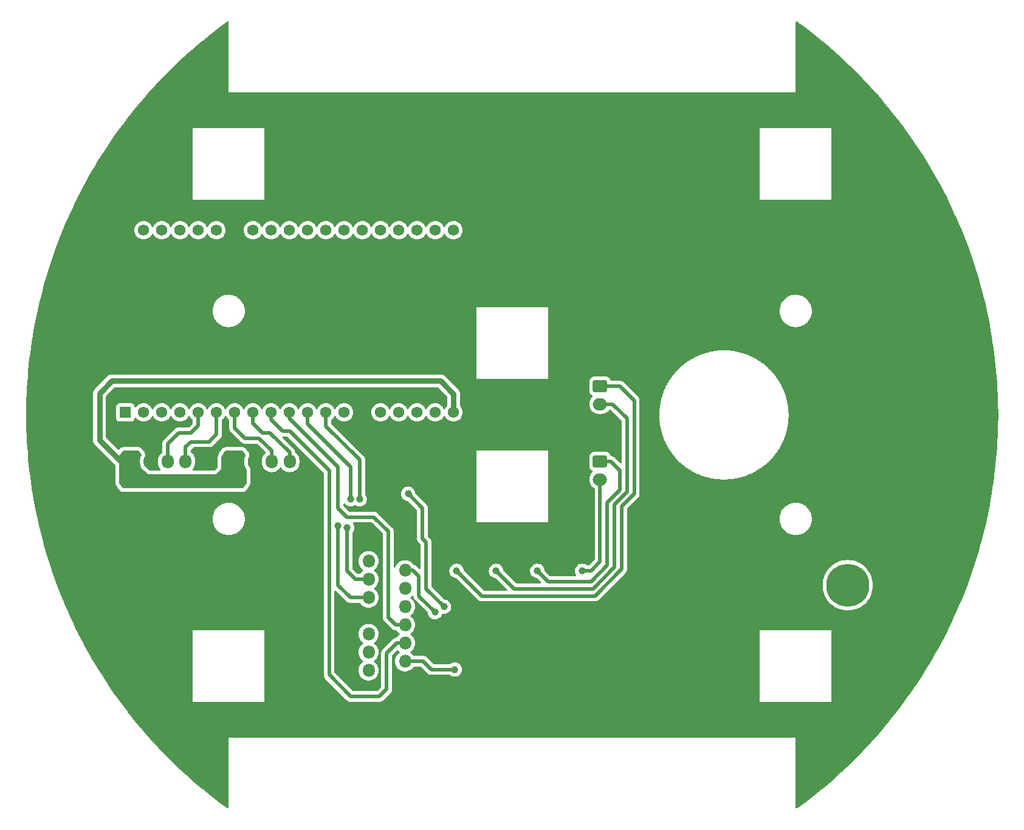
<source format=gbr>
%TF.GenerationSoftware,KiCad,Pcbnew,7.0.8*%
%TF.CreationDate,2024-03-30T18:50:20+07:00*%
%TF.ProjectId,2wd_control,3277645f-636f-46e7-9472-6f6c2e6b6963,rev?*%
%TF.SameCoordinates,Original*%
%TF.FileFunction,Copper,L2,Bot*%
%TF.FilePolarity,Positive*%
%FSLAX46Y46*%
G04 Gerber Fmt 4.6, Leading zero omitted, Abs format (unit mm)*
G04 Created by KiCad (PCBNEW 7.0.8) date 2024-03-30 18:50:20*
%MOMM*%
%LPD*%
G01*
G04 APERTURE LIST*
G04 Aperture macros list*
%AMRoundRect*
0 Rectangle with rounded corners*
0 $1 Rounding radius*
0 $2 $3 $4 $5 $6 $7 $8 $9 X,Y pos of 4 corners*
0 Add a 4 corners polygon primitive as box body*
4,1,4,$2,$3,$4,$5,$6,$7,$8,$9,$2,$3,0*
0 Add four circle primitives for the rounded corners*
1,1,$1+$1,$2,$3*
1,1,$1+$1,$4,$5*
1,1,$1+$1,$6,$7*
1,1,$1+$1,$8,$9*
0 Add four rect primitives between the rounded corners*
20,1,$1+$1,$2,$3,$4,$5,0*
20,1,$1+$1,$4,$5,$6,$7,0*
20,1,$1+$1,$6,$7,$8,$9,0*
20,1,$1+$1,$8,$9,$2,$3,0*%
G04 Aperture macros list end*
%TA.AperFunction,ComponentPad*%
%ADD10C,6.000000*%
%TD*%
%TA.AperFunction,ComponentPad*%
%ADD11R,1.560000X1.560000*%
%TD*%
%TA.AperFunction,ComponentPad*%
%ADD12C,1.560000*%
%TD*%
%TA.AperFunction,ComponentPad*%
%ADD13R,1.800000X1.800000*%
%TD*%
%TA.AperFunction,ComponentPad*%
%ADD14O,1.800000X1.800000*%
%TD*%
%TA.AperFunction,ComponentPad*%
%ADD15RoundRect,0.250000X-0.600000X-0.725000X0.600000X-0.725000X0.600000X0.725000X-0.600000X0.725000X0*%
%TD*%
%TA.AperFunction,ComponentPad*%
%ADD16O,1.700000X1.950000*%
%TD*%
%TA.AperFunction,ComponentPad*%
%ADD17RoundRect,0.250000X-0.750000X0.600000X-0.750000X-0.600000X0.750000X-0.600000X0.750000X0.600000X0*%
%TD*%
%TA.AperFunction,ComponentPad*%
%ADD18O,2.000000X1.700000*%
%TD*%
%TA.AperFunction,ViaPad*%
%ADD19C,1.000000*%
%TD*%
%TA.AperFunction,Conductor*%
%ADD20C,0.500000*%
%TD*%
%TA.AperFunction,Conductor*%
%ADD21C,0.800000*%
%TD*%
G04 APERTURE END LIST*
D10*
%TO.P,12V1,1,Pin_1*%
%TO.N,Net-(12V1-Pin_1)*%
X223000000Y-99250000D03*
%TD*%
D11*
%TO.P,U1,J2-1,3V3*%
%TO.N,unconnected-(U1-3V3-PadJ2-1)*%
X122350000Y-75150000D03*
D12*
%TO.P,U1,J2-2,EN*%
%TO.N,unconnected-(U1-EN-PadJ2-2)*%
X124890000Y-75150000D03*
%TO.P,U1,J2-3,SENSOR_VP*%
%TO.N,unconnected-(U1-SENSOR_VP-PadJ2-3)*%
X127430000Y-75150000D03*
%TO.P,U1,J2-4,SENSOR_VN*%
%TO.N,unconnected-(U1-SENSOR_VN-PadJ2-4)*%
X129970000Y-75150000D03*
%TO.P,U1,J2-5,IO34*%
%TO.N,ENCOD_0_A*%
X132510000Y-75150000D03*
%TO.P,U1,J2-6,IO35*%
%TO.N,ENCOD_0_B*%
X135050000Y-75150000D03*
%TO.P,U1,J2-7,IO32*%
%TO.N,ENCOD_1_A*%
X137590000Y-75150000D03*
%TO.P,U1,J2-8,IO33*%
%TO.N,ENCOD_1_B*%
X140130000Y-75150000D03*
%TO.P,U1,J2-9,IO25*%
%TO.N,IN 1*%
X142670000Y-75150000D03*
%TO.P,U1,J2-10,IO26*%
%TO.N,IN 2*%
X145210000Y-75150000D03*
%TO.P,U1,J2-11,IO27*%
%TO.N,IN 3*%
X147750000Y-75150000D03*
%TO.P,U1,J2-12,IO14*%
%TO.N,IN 4*%
X150290000Y-75150000D03*
%TO.P,U1,J2-13,IO12*%
%TO.N,unconnected-(U1-IO12-PadJ2-13)*%
X152830000Y-75150000D03*
%TO.P,U1,J2-14,GND1*%
%TO.N,GND*%
X155370000Y-75150000D03*
%TO.P,U1,J2-15,IO13*%
%TO.N,unconnected-(U1-IO13-PadJ2-15)*%
X157910000Y-75150000D03*
%TO.P,U1,J2-16,SD2*%
%TO.N,unconnected-(U1-SD2-PadJ2-16)*%
X160450000Y-75150000D03*
%TO.P,U1,J2-17,SD3*%
%TO.N,unconnected-(U1-SD3-PadJ2-17)*%
X162990000Y-75150000D03*
%TO.P,U1,J2-18,CMD*%
%TO.N,unconnected-(U1-CMD-PadJ2-18)*%
X165530000Y-75150000D03*
%TO.P,U1,J2-19,EXT_5V*%
%TO.N,EN*%
X168070000Y-75150000D03*
%TO.P,U1,J3-1,GND3*%
%TO.N,GND*%
X122350000Y-49750000D03*
%TO.P,U1,J3-2,IO23*%
%TO.N,unconnected-(U1-IO23-PadJ3-2)*%
X124890000Y-49750000D03*
%TO.P,U1,J3-3,IO22*%
%TO.N,unconnected-(U1-IO22-PadJ3-3)*%
X127430000Y-49750000D03*
%TO.P,U1,J3-4,TXD0*%
%TO.N,unconnected-(U1-TXD0-PadJ3-4)*%
X129970000Y-49750000D03*
%TO.P,U1,J3-5,RXD0*%
%TO.N,unconnected-(U1-RXD0-PadJ3-5)*%
X132510000Y-49750000D03*
%TO.P,U1,J3-6,IO21*%
%TO.N,unconnected-(U1-IO21-PadJ3-6)*%
X135050000Y-49750000D03*
%TO.P,U1,J3-7,GND2*%
%TO.N,GND*%
X137590000Y-49750000D03*
%TO.P,U1,J3-8,IO19*%
%TO.N,unconnected-(U1-IO19-PadJ3-8)*%
X140130000Y-49750000D03*
%TO.P,U1,J3-9,IO18*%
%TO.N,unconnected-(U1-IO18-PadJ3-9)*%
X142670000Y-49750000D03*
%TO.P,U1,J3-10,IO5*%
%TO.N,unconnected-(U1-IO5-PadJ3-10)*%
X145210000Y-49750000D03*
%TO.P,U1,J3-11,IO17*%
%TO.N,unconnected-(U1-IO17-PadJ3-11)*%
X147750000Y-49750000D03*
%TO.P,U1,J3-12,IO16*%
%TO.N,unconnected-(U1-IO16-PadJ3-12)*%
X150290000Y-49750000D03*
%TO.P,U1,J3-13,IO4*%
%TO.N,unconnected-(U1-IO4-PadJ3-13)*%
X152830000Y-49750000D03*
%TO.P,U1,J3-14,IO0*%
%TO.N,unconnected-(U1-IO0-PadJ3-14)*%
X155370000Y-49750000D03*
%TO.P,U1,J3-15,IO2*%
%TO.N,unconnected-(U1-IO2-PadJ3-15)*%
X157910000Y-49750000D03*
%TO.P,U1,J3-16,IO15*%
%TO.N,unconnected-(U1-IO15-PadJ3-16)*%
X160450000Y-49750000D03*
%TO.P,U1,J3-17,SD1*%
%TO.N,unconnected-(U1-SD1-PadJ3-17)*%
X162990000Y-49750000D03*
%TO.P,U1,J3-18,SD0*%
%TO.N,unconnected-(U1-SD0-PadJ3-18)*%
X165530000Y-49750000D03*
%TO.P,U1,J3-19,CLK*%
%TO.N,unconnected-(U1-CLK-PadJ3-19)*%
X168070000Y-49750000D03*
%TD*%
D13*
%TO.P,U2,1,SENSE_A*%
%TO.N,GND*%
X161325000Y-112395000D03*
D14*
%TO.P,U2,2,OUT1*%
%TO.N,Net-(D2-A)*%
X156245000Y-111125000D03*
%TO.P,U2,3,OUT2*%
%TO.N,Net-(D3-A)*%
X161325000Y-109855000D03*
%TO.P,U2,4,Vs*%
%TO.N,+12V*%
X156245000Y-108585000D03*
%TO.P,U2,5,IN1*%
%TO.N,IN 1*%
X161325000Y-107315000D03*
%TO.P,U2,6,EnA*%
%TO.N,EN*%
X156245000Y-106045000D03*
%TO.P,U2,7,IN2*%
%TO.N,IN 2*%
X161325000Y-104775000D03*
%TO.P,U2,8,GND*%
%TO.N,GND*%
X156245000Y-103505000D03*
%TO.P,U2,9,Vss*%
%TO.N,EN*%
X161325000Y-102235000D03*
%TO.P,U2,10,IN3*%
%TO.N,IN 3*%
X156245000Y-100965000D03*
%TO.P,U2,11,EnB*%
%TO.N,EN*%
X161325000Y-99695000D03*
%TO.P,U2,12,IN4*%
%TO.N,IN 4*%
X156245000Y-98425000D03*
%TO.P,U2,13,OUT3*%
%TO.N,Net-(D4-A)*%
X161325000Y-97155000D03*
%TO.P,U2,14,OUT4*%
%TO.N,Net-(D5-A)*%
X156245000Y-95885000D03*
%TO.P,U2,15,SENSE_B*%
%TO.N,GND*%
X161325000Y-94615000D03*
%TD*%
D15*
%TO.P,Encoder0,1,Pin_1*%
%TO.N,EN*%
X123250000Y-82000000D03*
D16*
%TO.P,Encoder0,2,Pin_2*%
%TO.N,GND*%
X125750000Y-82000000D03*
%TO.P,Encoder0,3,Pin_3*%
%TO.N,ENCOD_0_A*%
X128250000Y-82000000D03*
%TO.P,Encoder0,4,Pin_4*%
%TO.N,ENCOD_0_B*%
X130750000Y-82000000D03*
%TD*%
D10*
%TO.P,GND1,1,Pin_1*%
%TO.N,GND*%
X213750000Y-99250000D03*
%TD*%
D15*
%TO.P,Encoder1,1,Pin_1*%
%TO.N,EN*%
X137750000Y-82000000D03*
D16*
%TO.P,Encoder1,2,Pin_2*%
%TO.N,GND*%
X140250000Y-82000000D03*
%TO.P,Encoder1,3,Pin_3*%
%TO.N,ENCOD_1_A*%
X142750000Y-82000000D03*
%TO.P,Encoder1,4,Pin_4*%
%TO.N,ENCOD_1_B*%
X145250000Y-82000000D03*
%TD*%
D17*
%TO.P,MotorA1,1,Pin_1*%
%TO.N,Net-(D2-A)*%
X188500000Y-71500000D03*
D18*
%TO.P,MotorA1,2,Pin_2*%
%TO.N,Net-(D3-A)*%
X188500000Y-74000000D03*
%TD*%
D17*
%TO.P,MotorB1,1,Pin_1*%
%TO.N,Net-(D4-A)*%
X188500000Y-82000000D03*
D18*
%TO.P,MotorB1,2,Pin_2*%
%TO.N,Net-(D5-A)*%
X188500000Y-84500000D03*
%TD*%
D19*
%TO.N,GND*%
X152750000Y-105500000D03*
X152750000Y-102500000D03*
X169250000Y-107000000D03*
X171250000Y-107000000D03*
X168000000Y-90000000D03*
X169250000Y-105000000D03*
X173250000Y-105000000D03*
X152750000Y-104000000D03*
X169750000Y-88500000D03*
X148750000Y-107000000D03*
X173250000Y-107000000D03*
X171250000Y-105000000D03*
X169250000Y-103000000D03*
X148750000Y-102500000D03*
X148750000Y-104000000D03*
X166250000Y-88500000D03*
X168000000Y-88500000D03*
X182250000Y-102750000D03*
X169750000Y-90000000D03*
X152750000Y-106750000D03*
X171250000Y-103000000D03*
X173250000Y-103000000D03*
X148750000Y-105500000D03*
X166250000Y-90000000D03*
%TO.N,Net-(D2-A)*%
X168500000Y-97250000D03*
%TO.N,Net-(D3-A)*%
X168250000Y-111000000D03*
X174000000Y-97250000D03*
%TO.N,Net-(D4-A)*%
X179750000Y-97250000D03*
X165500000Y-103000000D03*
X179750000Y-97250000D03*
%TO.N,Net-(D5-A)*%
X166750000Y-102250000D03*
X186000000Y-97250000D03*
X161750000Y-86500000D03*
%TO.N,IN 3*%
X153750000Y-87250000D03*
X152000000Y-91000000D03*
%TO.N,IN 4*%
X155000000Y-87250000D03*
X153250000Y-91250000D03*
%TD*%
D20*
%TO.N,GND*%
X182250000Y-102750000D02*
X182750000Y-102750000D01*
D21*
%TO.N,EN*%
X118750000Y-79000000D02*
X118750000Y-72500000D01*
X118750000Y-72500000D02*
X120500000Y-70750000D01*
X123250000Y-82000000D02*
X121750000Y-82000000D01*
X120500000Y-70750000D02*
X166250000Y-70750000D01*
X168070000Y-72570000D02*
X168070000Y-75150000D01*
X121750000Y-82000000D02*
X118750000Y-79000000D01*
X166250000Y-70750000D02*
X168070000Y-72570000D01*
D20*
%TO.N,Net-(D2-A)*%
X191250000Y-71500000D02*
X188500000Y-71500000D01*
X187750000Y-100750000D02*
X191500000Y-97000000D01*
X193250000Y-86500000D02*
X193250000Y-73500000D01*
X191500000Y-97000000D02*
X191500000Y-88250000D01*
X193250000Y-73500000D02*
X191250000Y-71500000D01*
X191500000Y-88250000D02*
X193250000Y-86500000D01*
X172000000Y-100750000D02*
X187750000Y-100750000D01*
X168500000Y-97250000D02*
X172000000Y-100750000D01*
%TO.N,Net-(D3-A)*%
X174000000Y-97250000D02*
X176500000Y-99750000D01*
X163855000Y-109855000D02*
X161325000Y-109855000D01*
X168250000Y-111000000D02*
X165000000Y-111000000D01*
X190250000Y-74000000D02*
X188500000Y-74000000D01*
X190500000Y-88000000D02*
X192250000Y-86250000D01*
X187500000Y-99750000D02*
X190500000Y-96750000D01*
X176500000Y-99750000D02*
X187500000Y-99750000D01*
X192250000Y-86250000D02*
X192250000Y-76000000D01*
X192250000Y-76000000D02*
X190250000Y-74000000D01*
X165000000Y-111000000D02*
X163855000Y-109855000D01*
X190500000Y-96750000D02*
X190500000Y-88000000D01*
%TO.N,Net-(D4-A)*%
X163250000Y-98000000D02*
X162405000Y-97155000D01*
X165500000Y-103000000D02*
X163250000Y-100750000D01*
X187250000Y-98750000D02*
X189500000Y-96500000D01*
X189500000Y-96500000D02*
X189500000Y-87750000D01*
X191250000Y-83250000D02*
X190000000Y-82000000D01*
X190000000Y-82000000D02*
X188500000Y-82000000D01*
X162405000Y-97155000D02*
X161325000Y-97155000D01*
X181250000Y-98750000D02*
X187250000Y-98750000D01*
X189500000Y-87750000D02*
X191250000Y-86000000D01*
X163250000Y-100750000D02*
X163250000Y-98000000D01*
X179750000Y-97250000D02*
X181250000Y-98750000D01*
X191250000Y-86000000D02*
X191250000Y-83250000D01*
%TO.N,Net-(D5-A)*%
X186000000Y-97250000D02*
X187250000Y-97250000D01*
X164250000Y-99750000D02*
X166750000Y-102250000D01*
X163750000Y-88500000D02*
X163750000Y-92750000D01*
X164250000Y-93250000D02*
X164250000Y-99750000D01*
X161750000Y-86500000D02*
X163750000Y-88500000D01*
X187250000Y-97250000D02*
X188500000Y-96000000D01*
X163750000Y-92750000D02*
X164250000Y-93250000D01*
X188500000Y-96000000D02*
X188500000Y-84500000D01*
%TO.N,ENCOD_0_A*%
X132510000Y-76990000D02*
X132510000Y-75150000D01*
X129750000Y-78000000D02*
X131500000Y-78000000D01*
X131500000Y-78000000D02*
X132510000Y-76990000D01*
X128250000Y-79500000D02*
X129750000Y-78000000D01*
X128250000Y-82000000D02*
X128250000Y-79500000D01*
%TO.N,ENCOD_0_B*%
X130750000Y-82000000D02*
X130750000Y-80000000D01*
X135050000Y-78200000D02*
X135050000Y-75150000D01*
X131500000Y-79250000D02*
X134000000Y-79250000D01*
X130750000Y-80000000D02*
X131500000Y-79250000D01*
X134000000Y-79250000D02*
X135050000Y-78200000D01*
%TO.N,ENCOD_1_A*%
X141000000Y-78750000D02*
X139000000Y-78750000D01*
X142750000Y-82000000D02*
X142750000Y-80500000D01*
X137590000Y-77340000D02*
X137590000Y-75150000D01*
X142750000Y-80500000D02*
X141000000Y-78750000D01*
X139000000Y-78750000D02*
X137590000Y-77340000D01*
%TO.N,ENCOD_1_B*%
X142500000Y-78000000D02*
X145250000Y-80750000D01*
X141500000Y-78000000D02*
X142500000Y-78000000D01*
X145250000Y-80750000D02*
X145250000Y-82000000D01*
X140130000Y-76630000D02*
X141500000Y-78000000D01*
X140130000Y-75150000D02*
X140130000Y-76630000D01*
%TO.N,IN 1*%
X158750000Y-108750000D02*
X160185000Y-107315000D01*
X158750000Y-113750000D02*
X158750000Y-108750000D01*
X160185000Y-107315000D02*
X161325000Y-107315000D01*
X142670000Y-76170000D02*
X144250000Y-77750000D01*
X150750000Y-83250000D02*
X150750000Y-111750000D01*
X144250000Y-77750000D02*
X145250000Y-77750000D01*
X145250000Y-77750000D02*
X150750000Y-83250000D01*
X150750000Y-111750000D02*
X153750000Y-114750000D01*
X157750000Y-114750000D02*
X158750000Y-113750000D01*
X153750000Y-114750000D02*
X157750000Y-114750000D01*
X142670000Y-75150000D02*
X142670000Y-76170000D01*
%TO.N,IN 2*%
X145210000Y-75150000D02*
X145210000Y-75960000D01*
X159000000Y-91750000D02*
X159000000Y-103750000D01*
X153250000Y-89750000D02*
X157000000Y-89750000D01*
X145210000Y-75960000D02*
X152000000Y-82750000D01*
X152000000Y-82750000D02*
X152000000Y-88500000D01*
X159000000Y-103750000D02*
X160025000Y-104775000D01*
X157000000Y-89750000D02*
X159000000Y-91750000D01*
X160025000Y-104775000D02*
X161325000Y-104775000D01*
X152000000Y-88500000D02*
X153250000Y-89750000D01*
%TO.N,IN 3*%
X147750000Y-75150000D02*
X147750000Y-76750000D01*
X153000000Y-82000000D02*
X153750000Y-82750000D01*
X152000000Y-91000000D02*
X152000000Y-99250000D01*
X152000000Y-99250000D02*
X153715000Y-100965000D01*
X147750000Y-76750000D02*
X153000000Y-82000000D01*
X153750000Y-82750000D02*
X153750000Y-87250000D01*
X153715000Y-100965000D02*
X156245000Y-100965000D01*
%TO.N,IN 4*%
X153250000Y-91250000D02*
X153250000Y-97250000D01*
X150290000Y-75150000D02*
X150290000Y-77040000D01*
X155000000Y-81750000D02*
X155000000Y-87250000D01*
X154425000Y-98425000D02*
X156245000Y-98425000D01*
X150290000Y-77040000D02*
X154750000Y-81500000D01*
X154750000Y-81500000D02*
X155000000Y-81750000D01*
X153250000Y-97250000D02*
X154425000Y-98425000D01*
%TD*%
%TA.AperFunction,Conductor*%
%TO.N,EN*%
G36*
X124250676Y-80519685D02*
G01*
X124286811Y-80555217D01*
X124600075Y-81025113D01*
X124620883Y-81091812D01*
X124602328Y-81159173D01*
X124598478Y-81165017D01*
X124575966Y-81197169D01*
X124476097Y-81411335D01*
X124476094Y-81411344D01*
X124414938Y-81639586D01*
X124414936Y-81639596D01*
X124399500Y-81816034D01*
X124399500Y-82183966D01*
X124414936Y-82360403D01*
X124414938Y-82360413D01*
X124476094Y-82588655D01*
X124476096Y-82588659D01*
X124476097Y-82588663D01*
X124500000Y-82639922D01*
X124575964Y-82802828D01*
X124575965Y-82802830D01*
X124711505Y-82996402D01*
X124878596Y-83163493D01*
X124878599Y-83163495D01*
X124986115Y-83238778D01*
X125002670Y-83252670D01*
X125500000Y-83750000D01*
X135000000Y-83750000D01*
X135750000Y-83000000D01*
X135750000Y-81287544D01*
X135769685Y-81220505D01*
X135770826Y-81218761D01*
X136213189Y-80555217D01*
X136266754Y-80510356D01*
X136316363Y-80500000D01*
X138683637Y-80500000D01*
X138750676Y-80519685D01*
X138786811Y-80555217D01*
X139100075Y-81025113D01*
X139120883Y-81091812D01*
X139102328Y-81159173D01*
X139098478Y-81165017D01*
X139075966Y-81197169D01*
X138976097Y-81411335D01*
X138976094Y-81411344D01*
X138914938Y-81639586D01*
X138914936Y-81639596D01*
X138899500Y-81816034D01*
X138899500Y-82183966D01*
X138914936Y-82360403D01*
X138914938Y-82360413D01*
X138976094Y-82588655D01*
X138976096Y-82588659D01*
X138976097Y-82588663D01*
X139000000Y-82639922D01*
X139075964Y-82802828D01*
X139075965Y-82802830D01*
X139211502Y-82996397D01*
X139211505Y-82996401D01*
X139213675Y-82998571D01*
X139214328Y-82999767D01*
X139214986Y-83000551D01*
X139214828Y-83000683D01*
X139247164Y-83059890D01*
X139250000Y-83086258D01*
X139250000Y-84962456D01*
X139230315Y-85029495D01*
X139229174Y-85031239D01*
X138786811Y-85694783D01*
X138733246Y-85739644D01*
X138683637Y-85750000D01*
X122066363Y-85750000D01*
X121999324Y-85730315D01*
X121963189Y-85694783D01*
X121520826Y-85031239D01*
X121500018Y-84964540D01*
X121500000Y-84962456D01*
X121500000Y-81287544D01*
X121519685Y-81220505D01*
X121520826Y-81218761D01*
X121963189Y-80555217D01*
X122016754Y-80510356D01*
X122066363Y-80500000D01*
X124183637Y-80500000D01*
X124250676Y-80519685D01*
G37*
%TD.AperFunction*%
%TD*%
%TA.AperFunction,Conductor*%
%TO.N,GND*%
G36*
X156704809Y-90520185D02*
G01*
X156725451Y-90536819D01*
X158213181Y-92024548D01*
X158246666Y-92085871D01*
X158249500Y-92112229D01*
X158249500Y-103686294D01*
X158248191Y-103704263D01*
X158244710Y-103728025D01*
X158249264Y-103780064D01*
X158249500Y-103785470D01*
X158249500Y-103793709D01*
X158253306Y-103826274D01*
X158260000Y-103902791D01*
X158261461Y-103909867D01*
X158261403Y-103909878D01*
X158263034Y-103917237D01*
X158263092Y-103917224D01*
X158264757Y-103924250D01*
X158291025Y-103996424D01*
X158315185Y-104069331D01*
X158318236Y-104075874D01*
X158318182Y-104075898D01*
X158321470Y-104082688D01*
X158321521Y-104082663D01*
X158324761Y-104089113D01*
X158324762Y-104089114D01*
X158324763Y-104089117D01*
X158366965Y-104153283D01*
X158407287Y-104218655D01*
X158411766Y-104224319D01*
X158411719Y-104224356D01*
X158416482Y-104230202D01*
X158416528Y-104230164D01*
X158421173Y-104235700D01*
X158477017Y-104288385D01*
X159449270Y-105260638D01*
X159461051Y-105274270D01*
X159475388Y-105293528D01*
X159515409Y-105327111D01*
X159519397Y-105330766D01*
X159525216Y-105336585D01*
X159525220Y-105336588D01*
X159525223Y-105336591D01*
X159550959Y-105356940D01*
X159609786Y-105406302D01*
X159609787Y-105406302D01*
X159609789Y-105406304D01*
X159615818Y-105410270D01*
X159615785Y-105410319D01*
X159622147Y-105414372D01*
X159622179Y-105414321D01*
X159628319Y-105418108D01*
X159628323Y-105418111D01*
X159663132Y-105434343D01*
X159697941Y-105450575D01*
X159766565Y-105485039D01*
X159766567Y-105485040D01*
X159766569Y-105485040D01*
X159773357Y-105487511D01*
X159773336Y-105487567D01*
X159780457Y-105490043D01*
X159780476Y-105489986D01*
X159787322Y-105492254D01*
X159787327Y-105492257D01*
X159787332Y-105492258D01*
X159787335Y-105492259D01*
X159862565Y-105507792D01*
X159937279Y-105525500D01*
X159937282Y-105525500D01*
X159937286Y-105525501D01*
X159944453Y-105526339D01*
X159944446Y-105526398D01*
X159951944Y-105527164D01*
X159951950Y-105527105D01*
X159959139Y-105527734D01*
X159959143Y-105527733D01*
X159959144Y-105527734D01*
X160035917Y-105525500D01*
X160075315Y-105525500D01*
X160142354Y-105545185D01*
X160179123Y-105581678D01*
X160216015Y-105638145D01*
X160216017Y-105638147D01*
X160216021Y-105638153D01*
X160373216Y-105808913D01*
X160373219Y-105808915D01*
X160373222Y-105808918D01*
X160550818Y-105947147D01*
X160591631Y-106003857D01*
X160595306Y-106073630D01*
X160560674Y-106134313D01*
X160550818Y-106142853D01*
X160373222Y-106281081D01*
X160373219Y-106281084D01*
X160216015Y-106451854D01*
X160174788Y-106514957D01*
X160121642Y-106560314D01*
X160081788Y-106570663D01*
X160032200Y-106575001D01*
X160025133Y-106576461D01*
X160025121Y-106576404D01*
X160017752Y-106578038D01*
X160017766Y-106578095D01*
X160010741Y-106579759D01*
X159938556Y-106606033D01*
X159865670Y-106630185D01*
X159865667Y-106630186D01*
X159865665Y-106630187D01*
X159865662Y-106630188D01*
X159859128Y-106633236D01*
X159859102Y-106633182D01*
X159852306Y-106636472D01*
X159852332Y-106636524D01*
X159845884Y-106639762D01*
X159781699Y-106681977D01*
X159716350Y-106722284D01*
X159710682Y-106726766D01*
X159710646Y-106726720D01*
X159704798Y-106731484D01*
X159704835Y-106731528D01*
X159699310Y-106736164D01*
X159646598Y-106792034D01*
X158264358Y-108174272D01*
X158250729Y-108186051D01*
X158231468Y-108200390D01*
X158197898Y-108240397D01*
X158194253Y-108244376D01*
X158188409Y-108250222D01*
X158168059Y-108275959D01*
X158118695Y-108334789D01*
X158114729Y-108340819D01*
X158114682Y-108340788D01*
X158110630Y-108347147D01*
X158110679Y-108347177D01*
X158106889Y-108353321D01*
X158074424Y-108422941D01*
X158039960Y-108491566D01*
X158037488Y-108498357D01*
X158037432Y-108498336D01*
X158034960Y-108505450D01*
X158035015Y-108505469D01*
X158032742Y-108512327D01*
X158024975Y-108549946D01*
X158017207Y-108587565D01*
X158011030Y-108613629D01*
X157999498Y-108662286D01*
X157998661Y-108669454D01*
X157998601Y-108669447D01*
X157997835Y-108676945D01*
X157997895Y-108676951D01*
X157997265Y-108684140D01*
X157999500Y-108760916D01*
X157999500Y-113387770D01*
X157979815Y-113454809D01*
X157963181Y-113475451D01*
X157475451Y-113963181D01*
X157414128Y-113996666D01*
X157387770Y-113999500D01*
X154112229Y-113999500D01*
X154045190Y-113979815D01*
X154024548Y-113963181D01*
X151536819Y-111475451D01*
X151503334Y-111414128D01*
X151500500Y-111387770D01*
X151500500Y-111125006D01*
X154839700Y-111125006D01*
X154858864Y-111356297D01*
X154858866Y-111356308D01*
X154915842Y-111581300D01*
X155009075Y-111793848D01*
X155136016Y-111988147D01*
X155136019Y-111988151D01*
X155136021Y-111988153D01*
X155293216Y-112158913D01*
X155293219Y-112158915D01*
X155293222Y-112158918D01*
X155476365Y-112301464D01*
X155476371Y-112301468D01*
X155476374Y-112301470D01*
X155680497Y-112411936D01*
X155794487Y-112451068D01*
X155900015Y-112487297D01*
X155900017Y-112487297D01*
X155900019Y-112487298D01*
X156128951Y-112525500D01*
X156128952Y-112525500D01*
X156361048Y-112525500D01*
X156361049Y-112525500D01*
X156589981Y-112487298D01*
X156809503Y-112411936D01*
X157013626Y-112301470D01*
X157030437Y-112288386D01*
X157098133Y-112235696D01*
X157196784Y-112158913D01*
X157353979Y-111988153D01*
X157480924Y-111793849D01*
X157574157Y-111581300D01*
X157631134Y-111356305D01*
X157639487Y-111255500D01*
X157650300Y-111125006D01*
X157650300Y-111124993D01*
X157631135Y-110893702D01*
X157631133Y-110893691D01*
X157574157Y-110668699D01*
X157480924Y-110456151D01*
X157353983Y-110261852D01*
X157353980Y-110261849D01*
X157353979Y-110261847D01*
X157196784Y-110091087D01*
X157019180Y-109952853D01*
X156978368Y-109896143D01*
X156974693Y-109826370D01*
X157009324Y-109765687D01*
X157019181Y-109757146D01*
X157196784Y-109618913D01*
X157353979Y-109448153D01*
X157480924Y-109253849D01*
X157574157Y-109041300D01*
X157631134Y-108816305D01*
X157642085Y-108684144D01*
X157650300Y-108585006D01*
X157650300Y-108584993D01*
X157631135Y-108353702D01*
X157631133Y-108353691D01*
X157574157Y-108128699D01*
X157480924Y-107916151D01*
X157353983Y-107721852D01*
X157353980Y-107721849D01*
X157353979Y-107721847D01*
X157196784Y-107551087D01*
X157019180Y-107412853D01*
X156978368Y-107356143D01*
X156974693Y-107286370D01*
X157009324Y-107225687D01*
X157019181Y-107217146D01*
X157196784Y-107078913D01*
X157353979Y-106908153D01*
X157480924Y-106713849D01*
X157574157Y-106501300D01*
X157631134Y-106276305D01*
X157642192Y-106142853D01*
X157650300Y-106045006D01*
X157650300Y-106044993D01*
X157631135Y-105813702D01*
X157631133Y-105813691D01*
X157574157Y-105588699D01*
X157480924Y-105376151D01*
X157353983Y-105181852D01*
X157353980Y-105181849D01*
X157353979Y-105181847D01*
X157196784Y-105011087D01*
X157196779Y-105011083D01*
X157196777Y-105011081D01*
X157013634Y-104868535D01*
X157013628Y-104868531D01*
X156809504Y-104758064D01*
X156809495Y-104758061D01*
X156589984Y-104682702D01*
X156418282Y-104654050D01*
X156361049Y-104644500D01*
X156128951Y-104644500D01*
X156083164Y-104652140D01*
X155900015Y-104682702D01*
X155680504Y-104758061D01*
X155680495Y-104758064D01*
X155476371Y-104868531D01*
X155476365Y-104868535D01*
X155293222Y-105011081D01*
X155293219Y-105011084D01*
X155136016Y-105181852D01*
X155009075Y-105376151D01*
X154915842Y-105588699D01*
X154858866Y-105813691D01*
X154858864Y-105813702D01*
X154839700Y-106044993D01*
X154839700Y-106045006D01*
X154858864Y-106276297D01*
X154858866Y-106276308D01*
X154915842Y-106501300D01*
X155009075Y-106713848D01*
X155136016Y-106908147D01*
X155136019Y-106908151D01*
X155136021Y-106908153D01*
X155293216Y-107078913D01*
X155293219Y-107078915D01*
X155293222Y-107078918D01*
X155470818Y-107217147D01*
X155511631Y-107273857D01*
X155515306Y-107343630D01*
X155480674Y-107404313D01*
X155470818Y-107412853D01*
X155293222Y-107551081D01*
X155293219Y-107551084D01*
X155136016Y-107721852D01*
X155009075Y-107916151D01*
X154915842Y-108128699D01*
X154858866Y-108353691D01*
X154858864Y-108353702D01*
X154839700Y-108584993D01*
X154839700Y-108585006D01*
X154858864Y-108816297D01*
X154858866Y-108816308D01*
X154915842Y-109041300D01*
X155009075Y-109253848D01*
X155136016Y-109448147D01*
X155136019Y-109448151D01*
X155136021Y-109448153D01*
X155293216Y-109618913D01*
X155293219Y-109618915D01*
X155293222Y-109618918D01*
X155470818Y-109757147D01*
X155511631Y-109813857D01*
X155515306Y-109883630D01*
X155480674Y-109944313D01*
X155470818Y-109952853D01*
X155293222Y-110091081D01*
X155293219Y-110091084D01*
X155136016Y-110261852D01*
X155009075Y-110456151D01*
X154915842Y-110668699D01*
X154858866Y-110893691D01*
X154858864Y-110893702D01*
X154839700Y-111124993D01*
X154839700Y-111125006D01*
X151500500Y-111125006D01*
X151500500Y-100111229D01*
X151520185Y-100044190D01*
X151572989Y-99998435D01*
X151642147Y-99988491D01*
X151705703Y-100017516D01*
X151712181Y-100023548D01*
X153139267Y-101450634D01*
X153151048Y-101464266D01*
X153153274Y-101467256D01*
X153165390Y-101483530D01*
X153205420Y-101517119D01*
X153209392Y-101520759D01*
X153215223Y-101526590D01*
X153215222Y-101526590D01*
X153231065Y-101539116D01*
X153240944Y-101546927D01*
X153299786Y-101596302D01*
X153299794Y-101596306D01*
X153305824Y-101600273D01*
X153305790Y-101600323D01*
X153312137Y-101604366D01*
X153312169Y-101604316D01*
X153318318Y-101608108D01*
X153318320Y-101608109D01*
X153318323Y-101608111D01*
X153387930Y-101640569D01*
X153456567Y-101675040D01*
X153456576Y-101675042D01*
X153463355Y-101677510D01*
X153463334Y-101677567D01*
X153470451Y-101680040D01*
X153470470Y-101679984D01*
X153477330Y-101682257D01*
X153552532Y-101697784D01*
X153627279Y-101715500D01*
X153627288Y-101715500D01*
X153634452Y-101716338D01*
X153634445Y-101716397D01*
X153641946Y-101717163D01*
X153641952Y-101717104D01*
X153649140Y-101717733D01*
X153649143Y-101717732D01*
X153649144Y-101717733D01*
X153725898Y-101715500D01*
X154995315Y-101715500D01*
X155062354Y-101735185D01*
X155099123Y-101771678D01*
X155136015Y-101828145D01*
X155136017Y-101828147D01*
X155136021Y-101828153D01*
X155293216Y-101998913D01*
X155293219Y-101998915D01*
X155293222Y-101998918D01*
X155476365Y-102141464D01*
X155476371Y-102141468D01*
X155476374Y-102141470D01*
X155643860Y-102232109D01*
X155676919Y-102250000D01*
X155680497Y-102251936D01*
X155778787Y-102285679D01*
X155900015Y-102327297D01*
X155900017Y-102327297D01*
X155900019Y-102327298D01*
X156128951Y-102365500D01*
X156128952Y-102365500D01*
X156361048Y-102365500D01*
X156361049Y-102365500D01*
X156589981Y-102327298D01*
X156809503Y-102251936D01*
X157013626Y-102141470D01*
X157196784Y-101998913D01*
X157353979Y-101828153D01*
X157480924Y-101633849D01*
X157574157Y-101421300D01*
X157631134Y-101196305D01*
X157640016Y-101089113D01*
X157650300Y-100965006D01*
X157650300Y-100964993D01*
X157631135Y-100733702D01*
X157631133Y-100733691D01*
X157574157Y-100508699D01*
X157480924Y-100296151D01*
X157353983Y-100101852D01*
X157353980Y-100101849D01*
X157353979Y-100101847D01*
X157196784Y-99931087D01*
X157019180Y-99792853D01*
X156978368Y-99736143D01*
X156974693Y-99666370D01*
X157009324Y-99605687D01*
X157019181Y-99597146D01*
X157196784Y-99458913D01*
X157353979Y-99288153D01*
X157480924Y-99093849D01*
X157574157Y-98881300D01*
X157631134Y-98656305D01*
X157631468Y-98652275D01*
X157650300Y-98425006D01*
X157650300Y-98424993D01*
X157631135Y-98193702D01*
X157631133Y-98193691D01*
X157574157Y-97968699D01*
X157480924Y-97756151D01*
X157353983Y-97561852D01*
X157353980Y-97561849D01*
X157353979Y-97561847D01*
X157196784Y-97391087D01*
X157019180Y-97252853D01*
X156978368Y-97196143D01*
X156974693Y-97126370D01*
X157009324Y-97065687D01*
X157019181Y-97057146D01*
X157196784Y-96918913D01*
X157353979Y-96748153D01*
X157480924Y-96553849D01*
X157574157Y-96341300D01*
X157631134Y-96116305D01*
X157642550Y-95978531D01*
X157650300Y-95885006D01*
X157650300Y-95884993D01*
X157631135Y-95653702D01*
X157631133Y-95653691D01*
X157574157Y-95428699D01*
X157480924Y-95216151D01*
X157353983Y-95021852D01*
X157353980Y-95021849D01*
X157353979Y-95021847D01*
X157196784Y-94851087D01*
X157196779Y-94851083D01*
X157196777Y-94851081D01*
X157013634Y-94708535D01*
X157013628Y-94708531D01*
X156809504Y-94598064D01*
X156809495Y-94598061D01*
X156589984Y-94522702D01*
X156418282Y-94494050D01*
X156361049Y-94484500D01*
X156128951Y-94484500D01*
X156083164Y-94492140D01*
X155900015Y-94522702D01*
X155680504Y-94598061D01*
X155680495Y-94598064D01*
X155476371Y-94708531D01*
X155476365Y-94708535D01*
X155293222Y-94851081D01*
X155293219Y-94851084D01*
X155136016Y-95021852D01*
X155009075Y-95216151D01*
X154915842Y-95428699D01*
X154858866Y-95653691D01*
X154858864Y-95653702D01*
X154839700Y-95884993D01*
X154839700Y-95885006D01*
X154858864Y-96116297D01*
X154858866Y-96116308D01*
X154915842Y-96341300D01*
X155009075Y-96553848D01*
X155136016Y-96748147D01*
X155136019Y-96748151D01*
X155136021Y-96748153D01*
X155293216Y-96918913D01*
X155293219Y-96918915D01*
X155293222Y-96918918D01*
X155470818Y-97057147D01*
X155511631Y-97113857D01*
X155515306Y-97183630D01*
X155480674Y-97244313D01*
X155470818Y-97252853D01*
X155293222Y-97391081D01*
X155293219Y-97391084D01*
X155293216Y-97391086D01*
X155293216Y-97391087D01*
X155152877Y-97543537D01*
X155136015Y-97561854D01*
X155099123Y-97618322D01*
X155045977Y-97663678D01*
X154995315Y-97674500D01*
X154787229Y-97674500D01*
X154720190Y-97654815D01*
X154699548Y-97638181D01*
X154036819Y-96975451D01*
X154003334Y-96914128D01*
X154000500Y-96887770D01*
X154000500Y-91956976D01*
X154020185Y-91889937D01*
X154028632Y-91878329D01*
X154085910Y-91808538D01*
X154087977Y-91804671D01*
X154178811Y-91634733D01*
X154178811Y-91634732D01*
X154178814Y-91634727D01*
X154236024Y-91446132D01*
X154255341Y-91250000D01*
X154236024Y-91053868D01*
X154178814Y-90865273D01*
X154178811Y-90865269D01*
X154178811Y-90865266D01*
X154083039Y-90686089D01*
X154084647Y-90685229D01*
X154066321Y-90626729D01*
X154084797Y-90559347D01*
X154136770Y-90512650D01*
X154190301Y-90500500D01*
X156637770Y-90500500D01*
X156704809Y-90520185D01*
G37*
%TD.AperFunction*%
%TA.AperFunction,Conductor*%
G36*
X136685771Y-20637955D02*
G01*
X136734791Y-20687743D01*
X136749500Y-20746322D01*
X136749500Y-30475467D01*
X136749416Y-30475889D01*
X136749459Y-30500001D01*
X136749500Y-30500099D01*
X136749616Y-30500382D01*
X136749618Y-30500384D01*
X136749808Y-30500462D01*
X136750000Y-30500541D01*
X136750002Y-30500539D01*
X136774616Y-30500524D01*
X136774616Y-30500528D01*
X136774760Y-30500500D01*
X215725240Y-30500500D01*
X215725383Y-30500528D01*
X215725384Y-30500524D01*
X215749997Y-30500539D01*
X215750000Y-30500541D01*
X215750383Y-30500383D01*
X215750500Y-30500099D01*
X215750541Y-30500000D01*
X215750540Y-30499997D01*
X215750583Y-30475889D01*
X215750500Y-30475467D01*
X215750500Y-20746322D01*
X215770185Y-20679283D01*
X215822989Y-20633528D01*
X215892147Y-20623584D01*
X215948035Y-20646479D01*
X216083593Y-20746322D01*
X217058158Y-21464118D01*
X218343104Y-22458951D01*
X219370957Y-23294946D01*
X219611363Y-23490785D01*
X220513597Y-24261309D01*
X220854538Y-24553114D01*
X221680716Y-25293699D01*
X222071689Y-25645144D01*
X222843613Y-26371247D01*
X222844025Y-26371634D01*
X223262135Y-26766262D01*
X223992865Y-27487441D01*
X224425109Y-27915745D01*
X225121263Y-28636587D01*
X225560007Y-29092993D01*
X226225980Y-29816554D01*
X226666128Y-30297280D01*
X227304689Y-31025374D01*
X227742881Y-31527962D01*
X228356136Y-32262015D01*
X228789546Y-32784216D01*
X229378964Y-33525173D01*
X229805594Y-34065402D01*
X230025869Y-34356377D01*
X230372141Y-34813789D01*
X230790394Y-35370725D01*
X230883824Y-35500500D01*
X231334763Y-36126859D01*
X231743393Y-36699452D01*
X232266132Y-37463568D01*
X232664008Y-38050768D01*
X233165459Y-38822893D01*
X233551748Y-39423950D01*
X234032129Y-40203995D01*
X234406068Y-40818161D01*
X234865609Y-41606109D01*
X235226435Y-42232521D01*
X235665333Y-43028365D01*
X236012427Y-43666302D01*
X236430651Y-44469664D01*
X236763584Y-45118668D01*
X237161192Y-45929352D01*
X237479417Y-46588668D01*
X237856509Y-47406607D01*
X238159539Y-48075500D01*
X238516057Y-48900311D01*
X238803584Y-49578362D01*
X239139390Y-50409473D01*
X239139448Y-50409615D01*
X239411156Y-51096342D01*
X239726343Y-51933735D01*
X239981873Y-52628470D01*
X240276406Y-53471848D01*
X240515415Y-54173881D01*
X240789233Y-55022864D01*
X241011509Y-55731776D01*
X241264503Y-56585832D01*
X241469838Y-57301169D01*
X241701981Y-58160001D01*
X241890135Y-58881139D01*
X242101370Y-59744346D01*
X242272157Y-60470759D01*
X242462438Y-61337973D01*
X242615692Y-62069147D01*
X242784966Y-62939952D01*
X242920523Y-63675278D01*
X243068754Y-64549317D01*
X243186495Y-65288325D01*
X243313633Y-66165138D01*
X243413441Y-66907261D01*
X243519452Y-67786471D01*
X243601238Y-68531202D01*
X243686080Y-69412277D01*
X243749781Y-70159233D01*
X243813428Y-71041722D01*
X243858970Y-71790243D01*
X243901416Y-72673875D01*
X243928757Y-73423434D01*
X243949982Y-74307667D01*
X243959099Y-75057765D01*
X243959099Y-75942234D01*
X243949982Y-76692332D01*
X243928757Y-77576565D01*
X243901416Y-78326124D01*
X243858970Y-79209756D01*
X243813428Y-79958277D01*
X243749781Y-80840766D01*
X243686080Y-81587722D01*
X243601238Y-82468797D01*
X243519452Y-83213528D01*
X243413441Y-84092738D01*
X243313633Y-84834861D01*
X243186495Y-85711674D01*
X243068754Y-86450682D01*
X242920523Y-87324721D01*
X242784966Y-88060047D01*
X242615692Y-88930852D01*
X242462438Y-89662026D01*
X242272157Y-90529240D01*
X242101370Y-91255653D01*
X241890135Y-92118860D01*
X241701981Y-92839998D01*
X241469838Y-93698830D01*
X241264503Y-94414167D01*
X241011509Y-95268223D01*
X240789233Y-95977135D01*
X240515415Y-96826118D01*
X240276406Y-97528151D01*
X239981873Y-98371529D01*
X239726343Y-99066264D01*
X239411156Y-99903657D01*
X239139448Y-100590384D01*
X238803584Y-101421637D01*
X238516057Y-102099688D01*
X238159539Y-102924499D01*
X237856509Y-103593392D01*
X237479417Y-104411331D01*
X237161192Y-105070647D01*
X236763584Y-105881331D01*
X236430651Y-106530335D01*
X236012427Y-107333697D01*
X235665333Y-107971634D01*
X235226435Y-108767478D01*
X234865609Y-109393890D01*
X234406068Y-110181838D01*
X234032129Y-110796004D01*
X233551748Y-111576049D01*
X233165459Y-112177106D01*
X232664008Y-112949231D01*
X232266132Y-113536431D01*
X231743393Y-114300547D01*
X231334763Y-114873140D01*
X230790392Y-115629278D01*
X230372132Y-116186222D01*
X229805594Y-116934597D01*
X229378964Y-117474826D01*
X228789546Y-118215783D01*
X228356136Y-118737984D01*
X227742881Y-119472037D01*
X227304689Y-119974625D01*
X226666128Y-120702719D01*
X226225980Y-121183445D01*
X225560007Y-121907006D01*
X225121263Y-122363412D01*
X224425109Y-123084254D01*
X223992865Y-123512558D01*
X223262135Y-124233737D01*
X222844025Y-124628365D01*
X222071689Y-125354855D01*
X221680716Y-125706300D01*
X220854538Y-126446885D01*
X220513597Y-126738690D01*
X219611363Y-127509214D01*
X219370957Y-127705053D01*
X218343104Y-128541049D01*
X217058158Y-129535882D01*
X215948036Y-130353518D01*
X215882384Y-130377425D01*
X215814229Y-130362043D01*
X215765209Y-130312255D01*
X215750500Y-130253676D01*
X215750500Y-120524759D01*
X215750528Y-120524616D01*
X215750524Y-120524616D01*
X215750539Y-120500002D01*
X215750541Y-120500000D01*
X215750462Y-120499808D01*
X215750384Y-120499618D01*
X215750382Y-120499616D01*
X215750099Y-120499500D01*
X215750000Y-120499459D01*
X215725446Y-120499459D01*
X215725240Y-120499500D01*
X136774760Y-120499500D01*
X136774554Y-120499459D01*
X136750000Y-120499459D01*
X136749901Y-120499500D01*
X136749617Y-120499616D01*
X136749615Y-120499618D01*
X136749459Y-120499999D01*
X136749476Y-120524616D01*
X136749471Y-120524616D01*
X136749500Y-120524759D01*
X136749500Y-130253676D01*
X136729815Y-130320715D01*
X136677011Y-130366470D01*
X136607853Y-130376414D01*
X136551964Y-130353518D01*
X135441842Y-129535882D01*
X134156896Y-128541049D01*
X133129042Y-127705053D01*
X132888636Y-127509214D01*
X131986402Y-126738690D01*
X131645461Y-126446885D01*
X130819283Y-125706300D01*
X130428310Y-125354855D01*
X129655974Y-124628365D01*
X129237864Y-124233737D01*
X128507134Y-123512558D01*
X128074890Y-123084254D01*
X127378736Y-122363412D01*
X126939992Y-121907006D01*
X126274019Y-121183445D01*
X125833871Y-120702719D01*
X125195310Y-119974625D01*
X124757118Y-119472037D01*
X124143863Y-118737984D01*
X123710453Y-118215783D01*
X123121035Y-117474826D01*
X122694405Y-116934597D01*
X122638351Y-116860552D01*
X122127822Y-116186162D01*
X121709608Y-115629278D01*
X121599177Y-115475889D01*
X131749416Y-115475889D01*
X131749459Y-115500001D01*
X131749500Y-115500099D01*
X131749616Y-115500382D01*
X131749618Y-115500384D01*
X131749808Y-115500462D01*
X131750000Y-115500541D01*
X131750002Y-115500539D01*
X131774616Y-115500524D01*
X131774616Y-115500528D01*
X131774760Y-115500500D01*
X141725240Y-115500500D01*
X141725383Y-115500528D01*
X141725384Y-115500524D01*
X141749997Y-115500539D01*
X141750000Y-115500541D01*
X141750383Y-115500383D01*
X141750500Y-115500099D01*
X141750541Y-115500000D01*
X141750540Y-115499997D01*
X141750583Y-115475889D01*
X141750500Y-115475467D01*
X141750500Y-105524759D01*
X141750528Y-105524616D01*
X141750524Y-105524616D01*
X141750539Y-105500002D01*
X141750541Y-105500000D01*
X141750462Y-105499808D01*
X141750384Y-105499618D01*
X141750382Y-105499616D01*
X141750099Y-105499500D01*
X141750000Y-105499459D01*
X141725446Y-105499459D01*
X141725240Y-105499500D01*
X131774760Y-105499500D01*
X131774554Y-105499459D01*
X131750000Y-105499459D01*
X131749901Y-105499500D01*
X131749617Y-105499616D01*
X131749615Y-105499618D01*
X131749459Y-105499999D01*
X131749476Y-105524616D01*
X131749471Y-105524616D01*
X131749500Y-105524759D01*
X131749500Y-115475467D01*
X131749416Y-115475889D01*
X121599177Y-115475889D01*
X121165212Y-114873107D01*
X120756606Y-114300547D01*
X120233867Y-113536431D01*
X119835991Y-112949231D01*
X119334540Y-112177106D01*
X119162790Y-111909867D01*
X118948251Y-111576049D01*
X118467843Y-110795960D01*
X118093931Y-110181838D01*
X117634367Y-109393850D01*
X117581974Y-109302893D01*
X117273552Y-108767456D01*
X117269945Y-108760916D01*
X116834665Y-107971633D01*
X116603245Y-107546297D01*
X116487572Y-107333697D01*
X116153273Y-106691547D01*
X116069348Y-106530335D01*
X115770178Y-105947147D01*
X115736415Y-105881331D01*
X115338778Y-105070587D01*
X115310058Y-105011084D01*
X115020582Y-104411331D01*
X114647852Y-103602854D01*
X114643490Y-103593392D01*
X114340460Y-102924499D01*
X114259027Y-102736102D01*
X113983916Y-102099627D01*
X113964513Y-102053870D01*
X113696405Y-101421612D01*
X113693366Y-101414090D01*
X113360552Y-100590384D01*
X113088843Y-99903657D01*
X113025792Y-99736143D01*
X112773642Y-99066226D01*
X112772960Y-99064372D01*
X112518126Y-98371528D01*
X112223592Y-97528149D01*
X112215917Y-97505606D01*
X112086806Y-97126370D01*
X111984584Y-96826118D01*
X111926184Y-96645047D01*
X111710748Y-95977079D01*
X111681879Y-95885006D01*
X111488483Y-95268199D01*
X111415508Y-95021852D01*
X111267647Y-94522702D01*
X111235496Y-94414167D01*
X111030161Y-93698830D01*
X111006753Y-93612230D01*
X110798008Y-92839962D01*
X110609864Y-92118860D01*
X110398630Y-91255653D01*
X110227842Y-90529239D01*
X110111720Y-90000007D01*
X134494671Y-90000007D01*
X134513964Y-90294363D01*
X134513965Y-90294373D01*
X134513966Y-90294380D01*
X134554973Y-90500541D01*
X134571518Y-90583716D01*
X134571521Y-90583730D01*
X134666349Y-90863080D01*
X134796825Y-91127660D01*
X134796829Y-91127667D01*
X134960725Y-91372955D01*
X135155241Y-91594758D01*
X135377044Y-91789274D01*
X135622332Y-91953170D01*
X135622339Y-91953174D01*
X135886920Y-92083651D01*
X135886928Y-92083654D01*
X135893460Y-92085871D01*
X135936273Y-92100404D01*
X135940415Y-92102000D01*
X135940428Y-92102006D01*
X135940441Y-92102010D01*
X135946973Y-92104037D01*
X136054199Y-92140435D01*
X136166278Y-92178481D01*
X136166280Y-92178481D01*
X136166282Y-92178482D01*
X136174090Y-92180034D01*
X136220773Y-92189320D01*
X136227030Y-92190910D01*
X136227821Y-92191156D01*
X136227828Y-92191157D01*
X136227831Y-92191158D01*
X136233246Y-92192071D01*
X136242147Y-92193572D01*
X136455620Y-92236034D01*
X136515060Y-92239930D01*
X136521286Y-92240657D01*
X136524533Y-92241205D01*
X136544898Y-92241885D01*
X136621734Y-92246921D01*
X136749993Y-92255329D01*
X136750000Y-92255329D01*
X136750004Y-92255329D01*
X136761781Y-92254556D01*
X136813489Y-92251167D01*
X136819589Y-92251070D01*
X136825268Y-92251260D01*
X136849923Y-92248779D01*
X137044380Y-92236034D01*
X137110815Y-92222819D01*
X137116673Y-92221944D01*
X137124660Y-92221141D01*
X137151935Y-92214640D01*
X137333722Y-92178481D01*
X137401804Y-92155369D01*
X137407316Y-92153780D01*
X137417366Y-92151386D01*
X137445775Y-92140443D01*
X137613077Y-92083652D01*
X137681359Y-92049978D01*
X137686443Y-92047752D01*
X137698163Y-92043239D01*
X137726327Y-92027803D01*
X137877665Y-91953172D01*
X137944527Y-91908495D01*
X137949137Y-91905701D01*
X137962040Y-91898630D01*
X137987698Y-91879724D01*
X137989912Y-91878170D01*
X138122957Y-91789273D01*
X138186689Y-91733380D01*
X138190735Y-91730125D01*
X138204288Y-91720140D01*
X138227587Y-91697606D01*
X138229689Y-91695670D01*
X138344758Y-91594758D01*
X138403556Y-91527711D01*
X138407028Y-91524066D01*
X138420585Y-91510955D01*
X138440723Y-91485453D01*
X138442727Y-91483045D01*
X138539273Y-91372957D01*
X138591316Y-91295068D01*
X138594206Y-91291096D01*
X138602137Y-91281050D01*
X138607069Y-91274806D01*
X138623507Y-91247052D01*
X138625265Y-91244260D01*
X138703172Y-91127665D01*
X138746661Y-91039476D01*
X138748877Y-91035387D01*
X138760415Y-91015908D01*
X138772811Y-90986672D01*
X138774266Y-90983499D01*
X138833652Y-90863077D01*
X138866763Y-90765535D01*
X138868370Y-90761317D01*
X138877884Y-90738882D01*
X138886072Y-90708990D01*
X138887138Y-90705511D01*
X138928481Y-90583722D01*
X138949515Y-90477974D01*
X138950525Y-90473697D01*
X138957381Y-90448670D01*
X138961378Y-90418949D01*
X138962009Y-90415159D01*
X138986034Y-90294380D01*
X138988306Y-90259715D01*
X138993409Y-90181865D01*
X138993829Y-90177655D01*
X138997488Y-90150452D01*
X138998154Y-90110530D01*
X138998274Y-90107628D01*
X139004439Y-90013582D01*
X139005329Y-90000005D01*
X139005329Y-89999994D01*
X139003699Y-89975142D01*
X138998274Y-89892374D01*
X138998154Y-89889466D01*
X138997488Y-89849548D01*
X138993826Y-89822321D01*
X138993408Y-89818136D01*
X138986034Y-89705620D01*
X138962011Y-89584850D01*
X138961375Y-89581031D01*
X138957380Y-89551326D01*
X138957379Y-89551324D01*
X138950527Y-89526309D01*
X138949515Y-89522023D01*
X138928483Y-89416286D01*
X138928481Y-89416280D01*
X138928481Y-89416278D01*
X138887142Y-89294500D01*
X138886058Y-89290959D01*
X138877885Y-89261123D01*
X138877884Y-89261118D01*
X138868377Y-89238699D01*
X138866761Y-89234458D01*
X138833652Y-89136923D01*
X138833644Y-89136906D01*
X138774272Y-89016511D01*
X138772797Y-89013293D01*
X138766948Y-88999500D01*
X138760415Y-88984092D01*
X138748888Y-88964632D01*
X138746645Y-88960490D01*
X138703172Y-88872336D01*
X138703172Y-88872335D01*
X138703170Y-88872332D01*
X138625284Y-88755768D01*
X138623491Y-88752919D01*
X138607071Y-88725197D01*
X138594205Y-88708904D01*
X138591312Y-88704925D01*
X138587279Y-88698890D01*
X138539273Y-88627043D01*
X138526281Y-88612229D01*
X138475804Y-88554671D01*
X138442743Y-88516973D01*
X138440720Y-88514542D01*
X138420585Y-88489045D01*
X138407050Y-88475955D01*
X138403544Y-88472274D01*
X138344758Y-88405242D01*
X138229736Y-88304370D01*
X138227526Y-88302334D01*
X138204289Y-88279861D01*
X138204284Y-88279857D01*
X138190766Y-88269897D01*
X138186663Y-88266596D01*
X138122958Y-88210727D01*
X137989963Y-88121863D01*
X137987661Y-88120248D01*
X137962040Y-88101370D01*
X137962037Y-88101368D01*
X137962034Y-88101366D01*
X137949146Y-88094303D01*
X137944497Y-88091483D01*
X137877658Y-88046823D01*
X137877656Y-88046822D01*
X137771056Y-87994254D01*
X137726347Y-87972206D01*
X137698163Y-87956761D01*
X137698158Y-87956759D01*
X137698154Y-87956757D01*
X137686460Y-87952253D01*
X137681320Y-87950001D01*
X137613082Y-87916350D01*
X137613078Y-87916348D01*
X137613077Y-87916348D01*
X137580737Y-87905370D01*
X137445790Y-87859560D01*
X137417366Y-87848614D01*
X137417362Y-87848612D01*
X137407339Y-87846224D01*
X137401782Y-87844622D01*
X137350310Y-87827150D01*
X137333722Y-87821519D01*
X137333717Y-87821518D01*
X137151957Y-87785363D01*
X137131990Y-87780606D01*
X137124660Y-87778859D01*
X137124656Y-87778858D01*
X137124654Y-87778858D01*
X137116679Y-87778055D01*
X137110795Y-87777175D01*
X137057429Y-87766561D01*
X137044380Y-87763966D01*
X137044377Y-87763965D01*
X137044373Y-87763965D01*
X136849924Y-87751220D01*
X136825278Y-87748740D01*
X136825259Y-87748740D01*
X136819593Y-87748928D01*
X136813478Y-87748830D01*
X136750002Y-87744671D01*
X136750000Y-87744671D01*
X136725962Y-87746246D01*
X136544903Y-87758113D01*
X136524524Y-87758795D01*
X136521283Y-87759342D01*
X136515036Y-87760071D01*
X136455629Y-87763964D01*
X136242162Y-87806425D01*
X136227815Y-87808845D01*
X136227801Y-87808848D01*
X136226994Y-87809099D01*
X136220739Y-87810685D01*
X136166280Y-87821518D01*
X136166265Y-87821522D01*
X135946970Y-87895964D01*
X135940425Y-87897994D01*
X135936250Y-87899602D01*
X135886933Y-87916343D01*
X135886921Y-87916348D01*
X135622334Y-88046828D01*
X135377041Y-88210728D01*
X135155241Y-88405241D01*
X134960728Y-88627041D01*
X134796828Y-88872334D01*
X134666349Y-89136919D01*
X134571521Y-89416269D01*
X134571518Y-89416283D01*
X134513968Y-89705609D01*
X134513964Y-89705636D01*
X134494671Y-89999992D01*
X134494671Y-90000007D01*
X110111720Y-90000007D01*
X110037562Y-89662026D01*
X109884311Y-88930870D01*
X109715023Y-88059997D01*
X109579486Y-87324778D01*
X109431242Y-86450666D01*
X109407854Y-86303870D01*
X109313504Y-85711674D01*
X109302788Y-85637770D01*
X109186362Y-84834831D01*
X109086558Y-84092738D01*
X108980546Y-83213524D01*
X108965229Y-83074049D01*
X108898765Y-82468841D01*
X108813916Y-81587694D01*
X108750223Y-80840826D01*
X108686567Y-79958223D01*
X108641029Y-79209756D01*
X108628677Y-78952612D01*
X117845781Y-78952612D01*
X117846282Y-78962181D01*
X117849415Y-79021956D01*
X117849500Y-79025201D01*
X117849500Y-79047189D01*
X117851797Y-79069059D01*
X117852051Y-79072290D01*
X117855686Y-79141643D01*
X117855688Y-79141653D01*
X117859315Y-79155189D01*
X117862860Y-79174314D01*
X117864325Y-79188249D01*
X117864326Y-79188256D01*
X117883853Y-79248357D01*
X117885784Y-79254298D01*
X117886705Y-79257409D01*
X117904679Y-79324486D01*
X117904684Y-79324498D01*
X117911043Y-79336978D01*
X117918488Y-79354949D01*
X117922821Y-79368284D01*
X117934967Y-79389321D01*
X117957537Y-79428414D01*
X117959085Y-79431266D01*
X117975044Y-79462586D01*
X117990617Y-79493149D01*
X117990619Y-79493151D01*
X117990620Y-79493153D01*
X117999438Y-79504043D01*
X118010454Y-79520070D01*
X118017465Y-79532213D01*
X118017470Y-79532220D01*
X118063939Y-79583831D01*
X118066043Y-79586295D01*
X118079882Y-79603382D01*
X118095423Y-79618922D01*
X118097657Y-79621277D01*
X118144128Y-79672887D01*
X118144129Y-79672888D01*
X118155468Y-79681126D01*
X118170265Y-79693764D01*
X120958181Y-82481680D01*
X120991666Y-82543003D01*
X120994500Y-82569361D01*
X120994500Y-84964637D01*
X120994537Y-84968907D01*
X120994588Y-84973030D01*
X120994589Y-84973035D01*
X121017454Y-85115080D01*
X121017454Y-85115081D01*
X121017455Y-85115084D01*
X121037029Y-85177829D01*
X121038264Y-85181785D01*
X121100223Y-85311638D01*
X121520110Y-85941467D01*
X121542588Y-85975184D01*
X121608767Y-86055220D01*
X121608776Y-86055229D01*
X121608778Y-86055231D01*
X121644895Y-86090746D01*
X121644899Y-86090749D01*
X121644902Y-86090752D01*
X121726027Y-86155567D01*
X121856904Y-86215338D01*
X121899676Y-86227897D01*
X121923938Y-86235022D01*
X121923943Y-86235023D01*
X121923947Y-86235024D01*
X122066363Y-86255500D01*
X122066366Y-86255500D01*
X138683638Y-86255500D01*
X138700853Y-86253722D01*
X138786935Y-86244833D01*
X138836544Y-86234477D01*
X138935483Y-86202926D01*
X139011971Y-86155567D01*
X139057809Y-86127186D01*
X139057815Y-86127181D01*
X139072034Y-86115273D01*
X139111378Y-86082322D01*
X139207412Y-85975184D01*
X139229894Y-85941462D01*
X139498539Y-85538494D01*
X139650988Y-85309821D01*
X139653326Y-85306247D01*
X139655567Y-85302792D01*
X139715338Y-85171915D01*
X139732026Y-85115084D01*
X139735022Y-85104881D01*
X139735023Y-85104875D01*
X139735024Y-85104872D01*
X139755500Y-84962456D01*
X139755500Y-83072715D01*
X139754050Y-83045667D01*
X139749765Y-83005833D01*
X139741103Y-82952396D01*
X139690810Y-82817592D01*
X139662154Y-82765123D01*
X139657459Y-82756523D01*
X139657422Y-82756457D01*
X139657352Y-82756329D01*
X139657342Y-82756311D01*
X139657336Y-82756304D01*
X139647534Y-82738354D01*
X139647312Y-82737335D01*
X139644513Y-82732824D01*
X139643969Y-82731829D01*
X139637911Y-82724060D01*
X139551699Y-82600937D01*
X139521633Y-82557998D01*
X139510827Y-82539280D01*
X139457512Y-82424945D01*
X139450119Y-82404635D01*
X139438270Y-82360413D01*
X139417464Y-82282766D01*
X139413713Y-82261486D01*
X139405236Y-82164594D01*
X139405000Y-82159188D01*
X139405000Y-81840814D01*
X139405236Y-81835408D01*
X139410785Y-81771977D01*
X139413712Y-81738511D01*
X139417465Y-81717229D01*
X139418400Y-81713743D01*
X139450116Y-81595368D01*
X139457509Y-81575059D01*
X139475384Y-81536727D01*
X139511398Y-81459493D01*
X139520234Y-81443679D01*
X139524460Y-81437265D01*
X139532112Y-81425286D01*
X139532112Y-81425284D01*
X139532115Y-81425281D01*
X139589677Y-81293416D01*
X139603368Y-81243714D01*
X139608232Y-81226057D01*
X139608232Y-81226055D01*
X139626312Y-81083322D01*
X139625967Y-81081176D01*
X139603446Y-80941268D01*
X139582638Y-80874569D01*
X139582637Y-80874567D01*
X139525159Y-80754107D01*
X139520677Y-80744713D01*
X139207414Y-80274819D01*
X139207410Y-80274814D01*
X139207190Y-80274548D01*
X139141233Y-80194780D01*
X139141221Y-80194768D01*
X139105104Y-80159253D01*
X139105098Y-80159248D01*
X139023973Y-80094433D01*
X139023971Y-80094432D01*
X138893099Y-80034663D01*
X138826062Y-80014978D01*
X138826056Y-80014976D01*
X138727010Y-80000736D01*
X138683637Y-79994500D01*
X136316363Y-79994500D01*
X136316362Y-79994500D01*
X136213069Y-80005166D01*
X136213053Y-80005169D01*
X136163456Y-80015522D01*
X136163444Y-80015526D01*
X136064520Y-80047073D01*
X136064517Y-80047074D01*
X136064516Y-80047074D01*
X136064510Y-80047077D01*
X135942190Y-80122813D01*
X135942184Y-80122818D01*
X135888632Y-80167668D01*
X135888626Y-80167674D01*
X135792584Y-80274819D01*
X135473060Y-80754107D01*
X135349012Y-80940179D01*
X135346674Y-80943753D01*
X135346673Y-80943755D01*
X135344432Y-80947208D01*
X135284663Y-81078081D01*
X135264978Y-81145119D01*
X135264976Y-81145124D01*
X135253340Y-81226057D01*
X135245191Y-81282742D01*
X135244500Y-81287545D01*
X135244500Y-82739254D01*
X135224815Y-82806293D01*
X135208181Y-82826935D01*
X134826935Y-83208181D01*
X134765612Y-83241666D01*
X134739254Y-83244500D01*
X131839759Y-83244500D01*
X131772720Y-83224815D01*
X131726965Y-83172011D01*
X131717021Y-83102853D01*
X131746046Y-83039297D01*
X131752078Y-83032819D01*
X131788494Y-82996402D01*
X131794034Y-82988491D01*
X131924035Y-82802829D01*
X132023903Y-82588663D01*
X132085063Y-82360408D01*
X132100500Y-82183966D01*
X132100500Y-81816034D01*
X132085063Y-81639592D01*
X132034498Y-81450879D01*
X132023905Y-81411344D01*
X132023904Y-81411343D01*
X132023903Y-81411337D01*
X131924035Y-81197171D01*
X131911936Y-81179891D01*
X131788494Y-81003597D01*
X131621404Y-80836507D01*
X131553375Y-80788872D01*
X131509751Y-80734294D01*
X131500500Y-80687298D01*
X131500500Y-80362229D01*
X131520185Y-80295190D01*
X131536819Y-80274548D01*
X131774548Y-80036819D01*
X131835871Y-80003334D01*
X131862229Y-80000500D01*
X133936295Y-80000500D01*
X133954265Y-80001809D01*
X133978023Y-80005289D01*
X134030068Y-80000735D01*
X134035470Y-80000500D01*
X134043704Y-80000500D01*
X134043709Y-80000500D01*
X134055327Y-79999141D01*
X134076276Y-79996693D01*
X134089028Y-79995577D01*
X134152797Y-79989999D01*
X134152805Y-79989996D01*
X134159866Y-79988539D01*
X134159878Y-79988598D01*
X134167243Y-79986965D01*
X134167229Y-79986906D01*
X134174246Y-79985241D01*
X134174255Y-79985241D01*
X134246423Y-79958974D01*
X134319334Y-79934814D01*
X134319343Y-79934807D01*
X134325882Y-79931760D01*
X134325908Y-79931816D01*
X134332690Y-79928532D01*
X134332663Y-79928478D01*
X134339106Y-79925240D01*
X134339117Y-79925237D01*
X134403283Y-79883034D01*
X134468656Y-79842712D01*
X134468662Y-79842705D01*
X134474325Y-79838229D01*
X134474363Y-79838277D01*
X134480195Y-79833526D01*
X134480156Y-79833479D01*
X134485694Y-79828831D01*
X134485693Y-79828831D01*
X134485696Y-79828830D01*
X134538386Y-79772980D01*
X135535642Y-78775724D01*
X135549257Y-78763958D01*
X135568530Y-78749610D01*
X135602123Y-78709574D01*
X135605757Y-78705608D01*
X135611590Y-78699777D01*
X135631927Y-78674055D01*
X135681302Y-78615214D01*
X135681304Y-78615209D01*
X135685272Y-78609179D01*
X135685323Y-78609212D01*
X135689369Y-78602860D01*
X135689317Y-78602828D01*
X135693109Y-78596679D01*
X135693111Y-78596677D01*
X135725569Y-78527069D01*
X135760040Y-78458433D01*
X135760043Y-78458417D01*
X135762510Y-78451644D01*
X135762568Y-78451665D01*
X135765043Y-78444546D01*
X135764985Y-78444527D01*
X135767256Y-78437672D01*
X135782784Y-78362467D01*
X135800500Y-78287720D01*
X135801339Y-78280548D01*
X135801397Y-78280554D01*
X135802164Y-78273056D01*
X135802104Y-78273051D01*
X135802733Y-78265860D01*
X135800500Y-78189103D01*
X135800500Y-76252245D01*
X135820185Y-76185206D01*
X135853378Y-76150669D01*
X135876233Y-76134667D01*
X136034667Y-75976233D01*
X136163181Y-75792696D01*
X136207618Y-75697399D01*
X136253790Y-75644960D01*
X136320983Y-75625808D01*
X136387865Y-75646023D01*
X136432382Y-75697400D01*
X136476817Y-75792692D01*
X136476821Y-75792700D01*
X136605329Y-75976228D01*
X136605333Y-75976233D01*
X136763767Y-76134667D01*
X136786621Y-76150669D01*
X136830247Y-76205243D01*
X136839500Y-76252245D01*
X136839500Y-77276294D01*
X136838191Y-77294263D01*
X136834710Y-77318025D01*
X136838325Y-77359334D01*
X136839147Y-77368734D01*
X136839264Y-77370064D01*
X136839500Y-77375470D01*
X136839500Y-77383709D01*
X136843306Y-77416274D01*
X136850000Y-77492791D01*
X136851461Y-77499867D01*
X136851403Y-77499878D01*
X136853034Y-77507237D01*
X136853092Y-77507224D01*
X136854757Y-77514250D01*
X136881025Y-77586424D01*
X136905185Y-77659331D01*
X136908236Y-77665874D01*
X136908182Y-77665898D01*
X136911470Y-77672688D01*
X136911521Y-77672663D01*
X136914761Y-77679113D01*
X136914762Y-77679114D01*
X136914763Y-77679117D01*
X136956965Y-77743283D01*
X136997287Y-77808655D01*
X137001766Y-77814319D01*
X137001719Y-77814356D01*
X137006482Y-77820202D01*
X137006528Y-77820164D01*
X137011173Y-77825700D01*
X137067018Y-77878386D01*
X138424267Y-79235634D01*
X138436048Y-79249266D01*
X138440652Y-79255450D01*
X138450390Y-79268530D01*
X138490420Y-79302119D01*
X138494392Y-79305759D01*
X138500223Y-79311590D01*
X138500222Y-79311590D01*
X138516548Y-79324498D01*
X138525944Y-79331927D01*
X138584786Y-79381302D01*
X138584794Y-79381306D01*
X138590824Y-79385273D01*
X138590790Y-79385323D01*
X138597147Y-79389372D01*
X138597179Y-79389321D01*
X138603319Y-79393108D01*
X138603323Y-79393111D01*
X138638132Y-79409343D01*
X138672941Y-79425575D01*
X138693801Y-79436051D01*
X138741567Y-79460040D01*
X138741569Y-79460040D01*
X138748357Y-79462511D01*
X138748336Y-79462567D01*
X138755455Y-79465042D01*
X138755474Y-79464986D01*
X138762323Y-79467256D01*
X138762326Y-79467256D01*
X138762327Y-79467257D01*
X138837550Y-79482788D01*
X138912279Y-79500500D01*
X138919452Y-79501339D01*
X138919445Y-79501397D01*
X138926946Y-79502163D01*
X138926952Y-79502104D01*
X138934140Y-79502733D01*
X138934143Y-79502732D01*
X138934144Y-79502733D01*
X139010898Y-79500500D01*
X140637770Y-79500500D01*
X140704809Y-79520185D01*
X140725451Y-79536819D01*
X141864186Y-80675554D01*
X141897671Y-80736877D01*
X141892687Y-80806569D01*
X141864187Y-80850916D01*
X141711503Y-81003600D01*
X141575965Y-81197169D01*
X141575964Y-81197171D01*
X141476098Y-81411335D01*
X141476094Y-81411344D01*
X141414938Y-81639586D01*
X141414936Y-81639596D01*
X141399500Y-81816034D01*
X141399500Y-82183966D01*
X141414936Y-82360403D01*
X141414938Y-82360413D01*
X141476094Y-82588655D01*
X141476096Y-82588659D01*
X141476097Y-82588663D01*
X141514133Y-82670231D01*
X141575964Y-82802828D01*
X141575965Y-82802830D01*
X141711505Y-82996402D01*
X141800713Y-83085609D01*
X141878599Y-83163495D01*
X141958964Y-83219767D01*
X142072165Y-83299032D01*
X142072167Y-83299033D01*
X142072170Y-83299035D01*
X142286337Y-83398903D01*
X142514592Y-83460063D01*
X142702918Y-83476539D01*
X142749999Y-83480659D01*
X142750000Y-83480659D01*
X142750001Y-83480659D01*
X142789234Y-83477226D01*
X142985408Y-83460063D01*
X143213663Y-83398903D01*
X143427829Y-83299035D01*
X143621401Y-83163495D01*
X143788495Y-82996401D01*
X143898426Y-82839401D01*
X143953001Y-82795778D01*
X144022500Y-82788584D01*
X144084855Y-82820106D01*
X144101571Y-82839398D01*
X144105114Y-82844458D01*
X144211506Y-82996403D01*
X144300713Y-83085609D01*
X144378599Y-83163495D01*
X144458964Y-83219767D01*
X144572165Y-83299032D01*
X144572167Y-83299033D01*
X144572170Y-83299035D01*
X144786337Y-83398903D01*
X145014592Y-83460063D01*
X145202918Y-83476539D01*
X145249999Y-83480659D01*
X145250000Y-83480659D01*
X145250001Y-83480659D01*
X145289234Y-83477226D01*
X145485408Y-83460063D01*
X145713663Y-83398903D01*
X145927829Y-83299035D01*
X146121401Y-83163495D01*
X146288495Y-82996401D01*
X146424035Y-82802829D01*
X146523903Y-82588663D01*
X146585063Y-82360408D01*
X146600500Y-82183966D01*
X146600500Y-81816034D01*
X146585063Y-81639592D01*
X146534498Y-81450879D01*
X146523905Y-81411344D01*
X146523904Y-81411343D01*
X146523903Y-81411337D01*
X146424035Y-81197171D01*
X146411936Y-81179891D01*
X146288494Y-81003597D01*
X146121401Y-80836505D01*
X146051877Y-80787823D01*
X146008252Y-80733246D01*
X145999840Y-80700648D01*
X145996691Y-80673705D01*
X145995492Y-80660000D01*
X145989999Y-80597208D01*
X145988538Y-80590135D01*
X145988598Y-80590122D01*
X145986965Y-80582757D01*
X145986906Y-80582772D01*
X145985241Y-80575749D01*
X145985241Y-80575745D01*
X145958971Y-80503568D01*
X145946035Y-80464528D01*
X145934816Y-80430670D01*
X145931761Y-80424118D01*
X145931815Y-80424092D01*
X145928533Y-80417312D01*
X145928480Y-80417340D01*
X145925238Y-80410886D01*
X145925237Y-80410883D01*
X145883038Y-80346723D01*
X145842712Y-80281344D01*
X145842711Y-80281343D01*
X145842710Y-80281341D01*
X145838234Y-80275681D01*
X145838280Y-80275643D01*
X145833519Y-80269799D01*
X145833474Y-80269838D01*
X145828834Y-80264308D01*
X145772982Y-80211613D01*
X144273549Y-78712181D01*
X144240064Y-78650858D01*
X144245048Y-78581166D01*
X144286920Y-78525233D01*
X144352384Y-78500816D01*
X144361230Y-78500500D01*
X144887770Y-78500500D01*
X144954809Y-78520185D01*
X144975451Y-78536819D01*
X149963181Y-83524548D01*
X149996666Y-83585871D01*
X149999500Y-83612229D01*
X149999500Y-111686294D01*
X149998191Y-111704263D01*
X149994710Y-111728025D01*
X149999264Y-111780064D01*
X149999500Y-111785470D01*
X149999500Y-111793709D01*
X150003306Y-111826274D01*
X150010000Y-111902791D01*
X150011461Y-111909867D01*
X150011403Y-111909878D01*
X150013034Y-111917237D01*
X150013092Y-111917224D01*
X150014757Y-111924250D01*
X150041025Y-111996424D01*
X150065185Y-112069331D01*
X150068236Y-112075874D01*
X150068182Y-112075898D01*
X150071470Y-112082688D01*
X150071521Y-112082663D01*
X150074761Y-112089113D01*
X150074762Y-112089114D01*
X150074763Y-112089117D01*
X150116965Y-112153283D01*
X150157287Y-112218655D01*
X150161766Y-112224319D01*
X150161719Y-112224356D01*
X150166482Y-112230202D01*
X150166528Y-112230164D01*
X150171173Y-112235700D01*
X150227018Y-112288386D01*
X153174267Y-115235634D01*
X153186048Y-115249266D01*
X153200390Y-115268530D01*
X153240420Y-115302119D01*
X153244392Y-115305759D01*
X153250224Y-115311591D01*
X153250227Y-115311594D01*
X153275947Y-115331931D01*
X153334788Y-115381304D01*
X153340818Y-115385270D01*
X153340785Y-115385319D01*
X153347147Y-115389372D01*
X153347179Y-115389321D01*
X153353319Y-115393108D01*
X153353323Y-115393111D01*
X153388132Y-115409343D01*
X153422941Y-115425575D01*
X153441336Y-115434813D01*
X153491567Y-115460040D01*
X153491569Y-115460040D01*
X153498357Y-115462511D01*
X153498336Y-115462567D01*
X153505455Y-115465042D01*
X153505474Y-115464986D01*
X153512329Y-115467258D01*
X153587562Y-115482791D01*
X153662279Y-115500500D01*
X153662289Y-115500500D01*
X153669452Y-115501338D01*
X153669444Y-115501397D01*
X153676945Y-115502164D01*
X153676951Y-115502105D01*
X153684140Y-115502734D01*
X153684144Y-115502733D01*
X153684145Y-115502734D01*
X153760918Y-115500500D01*
X157686295Y-115500500D01*
X157704265Y-115501809D01*
X157728023Y-115505289D01*
X157780068Y-115500735D01*
X157785470Y-115500500D01*
X157793704Y-115500500D01*
X157793709Y-115500500D01*
X157805327Y-115499141D01*
X157826276Y-115496693D01*
X157839028Y-115495577D01*
X157902797Y-115489999D01*
X157902805Y-115489996D01*
X157909866Y-115488539D01*
X157909878Y-115488598D01*
X157917243Y-115486965D01*
X157917229Y-115486906D01*
X157924246Y-115485241D01*
X157924255Y-115485241D01*
X157949949Y-115475889D01*
X210749416Y-115475889D01*
X210749459Y-115500001D01*
X210749500Y-115500099D01*
X210749616Y-115500382D01*
X210749618Y-115500384D01*
X210749808Y-115500462D01*
X210750000Y-115500541D01*
X210750002Y-115500539D01*
X210774616Y-115500524D01*
X210774616Y-115500528D01*
X210774760Y-115500500D01*
X220725240Y-115500500D01*
X220725383Y-115500528D01*
X220725384Y-115500524D01*
X220749997Y-115500539D01*
X220750000Y-115500541D01*
X220750383Y-115500383D01*
X220750500Y-115500099D01*
X220750541Y-115500000D01*
X220750540Y-115499997D01*
X220750583Y-115475889D01*
X220750500Y-115475467D01*
X220750500Y-105524759D01*
X220750528Y-105524616D01*
X220750524Y-105524616D01*
X220750539Y-105500002D01*
X220750541Y-105500000D01*
X220750462Y-105499808D01*
X220750384Y-105499618D01*
X220750382Y-105499616D01*
X220750099Y-105499500D01*
X220750000Y-105499459D01*
X220725446Y-105499459D01*
X220725240Y-105499500D01*
X210774760Y-105499500D01*
X210774554Y-105499459D01*
X210750000Y-105499459D01*
X210749901Y-105499500D01*
X210749617Y-105499616D01*
X210749615Y-105499618D01*
X210749459Y-105499999D01*
X210749476Y-105524616D01*
X210749471Y-105524616D01*
X210749500Y-105524759D01*
X210749500Y-115475467D01*
X210749416Y-115475889D01*
X157949949Y-115475889D01*
X157996423Y-115458974D01*
X158069334Y-115434814D01*
X158069343Y-115434807D01*
X158075882Y-115431760D01*
X158075908Y-115431816D01*
X158082690Y-115428532D01*
X158082663Y-115428478D01*
X158089106Y-115425240D01*
X158089117Y-115425237D01*
X158153283Y-115383034D01*
X158218656Y-115342712D01*
X158218662Y-115342705D01*
X158224325Y-115338229D01*
X158224363Y-115338277D01*
X158230195Y-115333526D01*
X158230156Y-115333479D01*
X158235694Y-115328831D01*
X158235693Y-115328831D01*
X158235696Y-115328830D01*
X158288386Y-115272980D01*
X159235642Y-114325724D01*
X159249257Y-114313958D01*
X159268530Y-114299610D01*
X159302123Y-114259574D01*
X159305757Y-114255608D01*
X159311591Y-114249776D01*
X159331930Y-114224052D01*
X159381302Y-114165214D01*
X159381306Y-114165205D01*
X159385274Y-114159175D01*
X159385325Y-114159208D01*
X159389369Y-114152860D01*
X159389317Y-114152828D01*
X159393104Y-114146685D01*
X159393111Y-114146677D01*
X159425572Y-114077063D01*
X159460040Y-114008433D01*
X159460041Y-114008427D01*
X159462508Y-114001650D01*
X159462566Y-114001671D01*
X159465043Y-113994544D01*
X159464986Y-113994526D01*
X159467255Y-113987679D01*
X159467256Y-113987674D01*
X159467257Y-113987672D01*
X159482790Y-113912441D01*
X159500500Y-113837721D01*
X159500500Y-113837719D01*
X159501339Y-113830548D01*
X159501398Y-113830554D01*
X159502164Y-113823054D01*
X159502105Y-113823049D01*
X159502734Y-113815859D01*
X159500500Y-113739082D01*
X159500500Y-109112228D01*
X159520185Y-109045189D01*
X159536815Y-109024551D01*
X160205385Y-108355980D01*
X160266708Y-108322496D01*
X160336400Y-108327480D01*
X160369228Y-108345809D01*
X160550818Y-108487146D01*
X160591631Y-108543856D01*
X160595306Y-108613629D01*
X160560674Y-108674312D01*
X160550819Y-108682852D01*
X160373218Y-108821085D01*
X160216016Y-108991852D01*
X160089075Y-109186151D01*
X159995842Y-109398699D01*
X159938866Y-109623691D01*
X159938864Y-109623702D01*
X159919700Y-109854993D01*
X159919700Y-109855006D01*
X159938864Y-110086297D01*
X159938866Y-110086308D01*
X159995842Y-110311300D01*
X160089075Y-110523848D01*
X160216016Y-110718147D01*
X160216019Y-110718151D01*
X160216021Y-110718153D01*
X160373216Y-110888913D01*
X160373219Y-110888915D01*
X160373222Y-110888918D01*
X160556365Y-111031464D01*
X160556371Y-111031468D01*
X160556374Y-111031470D01*
X160760497Y-111141936D01*
X160874487Y-111181068D01*
X160980015Y-111217297D01*
X160980017Y-111217297D01*
X160980019Y-111217298D01*
X161208951Y-111255500D01*
X161208952Y-111255500D01*
X161441048Y-111255500D01*
X161441049Y-111255500D01*
X161669981Y-111217298D01*
X161889503Y-111141936D01*
X162093626Y-111031470D01*
X162120258Y-111010742D01*
X162270645Y-110893691D01*
X162276784Y-110888913D01*
X162433979Y-110718153D01*
X162440914Y-110707537D01*
X162470877Y-110661678D01*
X162524023Y-110616322D01*
X162574685Y-110605500D01*
X163492770Y-110605500D01*
X163559809Y-110625185D01*
X163580451Y-110641819D01*
X164424267Y-111485634D01*
X164436048Y-111499266D01*
X164450390Y-111518530D01*
X164490420Y-111552119D01*
X164494392Y-111555759D01*
X164500224Y-111561591D01*
X164500227Y-111561594D01*
X164525947Y-111581931D01*
X164584788Y-111631304D01*
X164590818Y-111635270D01*
X164590785Y-111635319D01*
X164597143Y-111639369D01*
X164597175Y-111639319D01*
X164603320Y-111643109D01*
X164603323Y-111643111D01*
X164672936Y-111675572D01*
X164741567Y-111710040D01*
X164741572Y-111710041D01*
X164748361Y-111712513D01*
X164748340Y-111712570D01*
X164755455Y-111715043D01*
X164755475Y-111714986D01*
X164762330Y-111717258D01*
X164837558Y-111732790D01*
X164912279Y-111750500D01*
X164912289Y-111750500D01*
X164919452Y-111751338D01*
X164919444Y-111751397D01*
X164926945Y-111752164D01*
X164926951Y-111752105D01*
X164934140Y-111752734D01*
X164934144Y-111752733D01*
X164934145Y-111752734D01*
X165010918Y-111750500D01*
X167543022Y-111750500D01*
X167610061Y-111770185D01*
X167621687Y-111778647D01*
X167691460Y-111835909D01*
X167691467Y-111835913D01*
X167865266Y-111928811D01*
X167865269Y-111928811D01*
X167865273Y-111928814D01*
X168053868Y-111986024D01*
X168250000Y-112005341D01*
X168446132Y-111986024D01*
X168634727Y-111928814D01*
X168643257Y-111924255D01*
X168808532Y-111835913D01*
X168808538Y-111835910D01*
X168960883Y-111710883D01*
X169085910Y-111558538D01*
X169163099Y-111414128D01*
X169178811Y-111384733D01*
X169178811Y-111384732D01*
X169178814Y-111384727D01*
X169236024Y-111196132D01*
X169255341Y-111000000D01*
X169236024Y-110803868D01*
X169178814Y-110615273D01*
X169178811Y-110615269D01*
X169178811Y-110615266D01*
X169085913Y-110441467D01*
X169085909Y-110441460D01*
X168960883Y-110289116D01*
X168808539Y-110164090D01*
X168808532Y-110164086D01*
X168634733Y-110071188D01*
X168634727Y-110071186D01*
X168446132Y-110013976D01*
X168446129Y-110013975D01*
X168250000Y-109994659D01*
X168053870Y-110013975D01*
X167865266Y-110071188D01*
X167691467Y-110164086D01*
X167691460Y-110164090D01*
X167621687Y-110221353D01*
X167557377Y-110248666D01*
X167543022Y-110249500D01*
X165362229Y-110249500D01*
X165295190Y-110229815D01*
X165274548Y-110213181D01*
X164430729Y-109369361D01*
X164418949Y-109355730D01*
X164411482Y-109345701D01*
X164404612Y-109336472D01*
X164404610Y-109336470D01*
X164364587Y-109302886D01*
X164360612Y-109299244D01*
X164357690Y-109296322D01*
X164354780Y-109293411D01*
X164329040Y-109273059D01*
X164270209Y-109223694D01*
X164264180Y-109219729D01*
X164264212Y-109219680D01*
X164257853Y-109215628D01*
X164257822Y-109215679D01*
X164251680Y-109211891D01*
X164251678Y-109211890D01*
X164251677Y-109211889D01*
X164196483Y-109186151D01*
X164182058Y-109179424D01*
X164147894Y-109162267D01*
X164113433Y-109144960D01*
X164113431Y-109144959D01*
X164113430Y-109144959D01*
X164106645Y-109142489D01*
X164106665Y-109142433D01*
X164099549Y-109139959D01*
X164099531Y-109140015D01*
X164092671Y-109137742D01*
X164064841Y-109131996D01*
X164017434Y-109122207D01*
X163968472Y-109110603D01*
X163942719Y-109104499D01*
X163935547Y-109103661D01*
X163935553Y-109103601D01*
X163928055Y-109102835D01*
X163928050Y-109102895D01*
X163920860Y-109102265D01*
X163844083Y-109104500D01*
X162574685Y-109104500D01*
X162507646Y-109084815D01*
X162470877Y-109048322D01*
X162433984Y-108991854D01*
X162433982Y-108991852D01*
X162433979Y-108991847D01*
X162276784Y-108821087D01*
X162099180Y-108682853D01*
X162058368Y-108626143D01*
X162054693Y-108556370D01*
X162089324Y-108495687D01*
X162099181Y-108487146D01*
X162276784Y-108348913D01*
X162433979Y-108178153D01*
X162560924Y-107983849D01*
X162654157Y-107771300D01*
X162711134Y-107546305D01*
X162711135Y-107546297D01*
X162730300Y-107315006D01*
X162730300Y-107314993D01*
X162711135Y-107083702D01*
X162711133Y-107083691D01*
X162654157Y-106858699D01*
X162560924Y-106646151D01*
X162433983Y-106451852D01*
X162433980Y-106451849D01*
X162433979Y-106451847D01*
X162276784Y-106281087D01*
X162099180Y-106142853D01*
X162058368Y-106086143D01*
X162054693Y-106016370D01*
X162089324Y-105955687D01*
X162099181Y-105947146D01*
X162276784Y-105808913D01*
X162433979Y-105638153D01*
X162560924Y-105443849D01*
X162654157Y-105231300D01*
X162711134Y-105006305D01*
X162722550Y-104868531D01*
X162730300Y-104775006D01*
X162730300Y-104774993D01*
X162711135Y-104543702D01*
X162711133Y-104543691D01*
X162654157Y-104318699D01*
X162560924Y-104106151D01*
X162433983Y-103911852D01*
X162433980Y-103911849D01*
X162433979Y-103911847D01*
X162276784Y-103741087D01*
X162099180Y-103602853D01*
X162058368Y-103546143D01*
X162054693Y-103476370D01*
X162089324Y-103415687D01*
X162099181Y-103407146D01*
X162276784Y-103268913D01*
X162433979Y-103098153D01*
X162560924Y-102903849D01*
X162654157Y-102691300D01*
X162711134Y-102466305D01*
X162711135Y-102466297D01*
X162730300Y-102235006D01*
X162730300Y-102234993D01*
X162711135Y-102003702D01*
X162711133Y-102003691D01*
X162654157Y-101778699D01*
X162560924Y-101566151D01*
X162433983Y-101371852D01*
X162433980Y-101371849D01*
X162433979Y-101371847D01*
X162276784Y-101201087D01*
X162099180Y-101062853D01*
X162058368Y-101006143D01*
X162054693Y-100936370D01*
X162089324Y-100875687D01*
X162099181Y-100867146D01*
X162276784Y-100728913D01*
X162284677Y-100720338D01*
X162344559Y-100684348D01*
X162414397Y-100686445D01*
X162472015Y-100725966D01*
X162499020Y-100790131D01*
X162499081Y-100790124D01*
X162499105Y-100790332D01*
X162499119Y-100790365D01*
X162499147Y-100790689D01*
X162503306Y-100826274D01*
X162510000Y-100902791D01*
X162511461Y-100909867D01*
X162511403Y-100909878D01*
X162513034Y-100917237D01*
X162513092Y-100917224D01*
X162514757Y-100924250D01*
X162541025Y-100996424D01*
X162565185Y-101069331D01*
X162568236Y-101075874D01*
X162568182Y-101075898D01*
X162571470Y-101082688D01*
X162571521Y-101082663D01*
X162574761Y-101089113D01*
X162574762Y-101089114D01*
X162574763Y-101089117D01*
X162616965Y-101153283D01*
X162657287Y-101218655D01*
X162661766Y-101224319D01*
X162661719Y-101224356D01*
X162666482Y-101230202D01*
X162666528Y-101230164D01*
X162671173Y-101235700D01*
X162727018Y-101288386D01*
X164469405Y-103030773D01*
X164502890Y-103092096D01*
X164505127Y-103106298D01*
X164513975Y-103196129D01*
X164571188Y-103384733D01*
X164664086Y-103558532D01*
X164664090Y-103558539D01*
X164789116Y-103710883D01*
X164941460Y-103835909D01*
X164941467Y-103835913D01*
X165115266Y-103928811D01*
X165115269Y-103928811D01*
X165115273Y-103928814D01*
X165303868Y-103986024D01*
X165500000Y-104005341D01*
X165696132Y-103986024D01*
X165884727Y-103928814D01*
X165893257Y-103924255D01*
X166027152Y-103852686D01*
X166058538Y-103835910D01*
X166210883Y-103710883D01*
X166335910Y-103558538D01*
X166428814Y-103384727D01*
X166446701Y-103325759D01*
X166484997Y-103267323D01*
X166548809Y-103238866D01*
X166577515Y-103238353D01*
X166750000Y-103255341D01*
X166946132Y-103236024D01*
X167134727Y-103178814D01*
X167308538Y-103085910D01*
X167460883Y-102960883D01*
X167585910Y-102808538D01*
X167632362Y-102721632D01*
X167678811Y-102634733D01*
X167678811Y-102634732D01*
X167678814Y-102634727D01*
X167736024Y-102446132D01*
X167755341Y-102250000D01*
X167736024Y-102053868D01*
X167678814Y-101865273D01*
X167678811Y-101865269D01*
X167678811Y-101865266D01*
X167585913Y-101691467D01*
X167585909Y-101691460D01*
X167460883Y-101539116D01*
X167308539Y-101414090D01*
X167308532Y-101414086D01*
X167134733Y-101321188D01*
X167134727Y-101321186D01*
X166975821Y-101272982D01*
X166946129Y-101263975D01*
X166856298Y-101255127D01*
X166791511Y-101228965D01*
X166780773Y-101219405D01*
X165036819Y-99475451D01*
X165003334Y-99414128D01*
X165000500Y-99387770D01*
X165000500Y-97250000D01*
X167494659Y-97250000D01*
X167513975Y-97446129D01*
X167522442Y-97474040D01*
X167564079Y-97611300D01*
X167571188Y-97634733D01*
X167664086Y-97808532D01*
X167664090Y-97808539D01*
X167789116Y-97960883D01*
X167941460Y-98085909D01*
X167941467Y-98085913D01*
X168115266Y-98178811D01*
X168115269Y-98178811D01*
X168115273Y-98178814D01*
X168303868Y-98236024D01*
X168393697Y-98244871D01*
X168458485Y-98271031D01*
X168469225Y-98280593D01*
X171424267Y-101235634D01*
X171436048Y-101249266D01*
X171440412Y-101255127D01*
X171450390Y-101268530D01*
X171490420Y-101302119D01*
X171494392Y-101305759D01*
X171500223Y-101311590D01*
X171525939Y-101331923D01*
X171584786Y-101381302D01*
X171584788Y-101381303D01*
X171590823Y-101385272D01*
X171590789Y-101385322D01*
X171597144Y-101389370D01*
X171597177Y-101389318D01*
X171603319Y-101393107D01*
X171603323Y-101393110D01*
X171664499Y-101421637D01*
X171672914Y-101425561D01*
X171741558Y-101460036D01*
X171741561Y-101460037D01*
X171741567Y-101460040D01*
X171741572Y-101460041D01*
X171748355Y-101462510D01*
X171748334Y-101462567D01*
X171755451Y-101465040D01*
X171755470Y-101464984D01*
X171762330Y-101467257D01*
X171837532Y-101482784D01*
X171912279Y-101500500D01*
X171912288Y-101500500D01*
X171919452Y-101501338D01*
X171919445Y-101501397D01*
X171926946Y-101502163D01*
X171926952Y-101502104D01*
X171934140Y-101502733D01*
X171934143Y-101502732D01*
X171934144Y-101502733D01*
X172010898Y-101500500D01*
X187686295Y-101500500D01*
X187704265Y-101501809D01*
X187728023Y-101505289D01*
X187780068Y-101500735D01*
X187785470Y-101500500D01*
X187793704Y-101500500D01*
X187793709Y-101500500D01*
X187805327Y-101499141D01*
X187826276Y-101496693D01*
X187839028Y-101495577D01*
X187902797Y-101489999D01*
X187902805Y-101489996D01*
X187909866Y-101488539D01*
X187909878Y-101488598D01*
X187917243Y-101486965D01*
X187917229Y-101486906D01*
X187924246Y-101485241D01*
X187924255Y-101485241D01*
X187996423Y-101458974D01*
X188069334Y-101434814D01*
X188069343Y-101434807D01*
X188075882Y-101431760D01*
X188075908Y-101431816D01*
X188082690Y-101428532D01*
X188082663Y-101428478D01*
X188089106Y-101425240D01*
X188089117Y-101425237D01*
X188153283Y-101383034D01*
X188218656Y-101342712D01*
X188218662Y-101342705D01*
X188224325Y-101338229D01*
X188224363Y-101338277D01*
X188230200Y-101333522D01*
X188230161Y-101333475D01*
X188235696Y-101328830D01*
X188288385Y-101272983D01*
X190311367Y-99250000D01*
X219494696Y-99250000D01*
X219513898Y-99616405D01*
X219563738Y-99931081D01*
X219571295Y-99978794D01*
X219604268Y-100101852D01*
X219666260Y-100333206D01*
X219797746Y-100675739D01*
X219964320Y-101002656D01*
X220164147Y-101310364D01*
X220309613Y-101489999D01*
X220395051Y-101595506D01*
X220654494Y-101854949D01*
X220813311Y-101983557D01*
X220939635Y-102085852D01*
X221247343Y-102285679D01*
X221247348Y-102285682D01*
X221574264Y-102452255D01*
X221916801Y-102583742D01*
X222271206Y-102678705D01*
X222633596Y-102736102D01*
X222979734Y-102754241D01*
X222999999Y-102755304D01*
X223000000Y-102755304D01*
X223000001Y-102755304D01*
X223019203Y-102754297D01*
X223366404Y-102736102D01*
X223728794Y-102678705D01*
X224083199Y-102583742D01*
X224425736Y-102452255D01*
X224752652Y-102285682D01*
X225060366Y-102085851D01*
X225345506Y-101854949D01*
X225604949Y-101595506D01*
X225835851Y-101310366D01*
X226035682Y-101002652D01*
X226202255Y-100675736D01*
X226333742Y-100333199D01*
X226428705Y-99978794D01*
X226486102Y-99616404D01*
X226505304Y-99250000D01*
X226486102Y-98883596D01*
X226428705Y-98521206D01*
X226333742Y-98166801D01*
X226202255Y-97824264D01*
X226035682Y-97497348D01*
X226002420Y-97446129D01*
X225835852Y-97189635D01*
X225632998Y-96939132D01*
X225604949Y-96904494D01*
X225345506Y-96645051D01*
X225281736Y-96593411D01*
X225060364Y-96414147D01*
X224752656Y-96214320D01*
X224425739Y-96047746D01*
X224083206Y-95916260D01*
X224083199Y-95916258D01*
X223728794Y-95821295D01*
X223728790Y-95821294D01*
X223728789Y-95821294D01*
X223366405Y-95763898D01*
X223000001Y-95744696D01*
X222999999Y-95744696D01*
X222633594Y-95763898D01*
X222271211Y-95821294D01*
X222271209Y-95821294D01*
X221916793Y-95916260D01*
X221574260Y-96047746D01*
X221247343Y-96214320D01*
X220939635Y-96414147D01*
X220654498Y-96645047D01*
X220654490Y-96645054D01*
X220395054Y-96904490D01*
X220395047Y-96904498D01*
X220164147Y-97189635D01*
X219964320Y-97497343D01*
X219797746Y-97824260D01*
X219666260Y-98166793D01*
X219571294Y-98521209D01*
X219571294Y-98521211D01*
X219513898Y-98883594D01*
X219494696Y-99249999D01*
X219494696Y-99250000D01*
X190311367Y-99250000D01*
X191047054Y-98514313D01*
X191985642Y-97575724D01*
X191999271Y-97563947D01*
X192018530Y-97549610D01*
X192052101Y-97509601D01*
X192055761Y-97505606D01*
X192061590Y-97499778D01*
X192081941Y-97474039D01*
X192105358Y-97446132D01*
X192131302Y-97415214D01*
X192131306Y-97415205D01*
X192135274Y-97409175D01*
X192135325Y-97409208D01*
X192139372Y-97402856D01*
X192139320Y-97402824D01*
X192143112Y-97396675D01*
X192175575Y-97327058D01*
X192210036Y-97258440D01*
X192210040Y-97258433D01*
X192210042Y-97258421D01*
X192212509Y-97251646D01*
X192212567Y-97251667D01*
X192215043Y-97244546D01*
X192214986Y-97244528D01*
X192217257Y-97237673D01*
X192232792Y-97162434D01*
X192237233Y-97143697D01*
X192250500Y-97087721D01*
X192250500Y-97087710D01*
X192251338Y-97080548D01*
X192251398Y-97080555D01*
X192252164Y-97073055D01*
X192252105Y-97073050D01*
X192252734Y-97065860D01*
X192252480Y-97057147D01*
X192250500Y-96989082D01*
X192250500Y-90000007D01*
X213494671Y-90000007D01*
X213513964Y-90294363D01*
X213513965Y-90294373D01*
X213513966Y-90294380D01*
X213554973Y-90500541D01*
X213571518Y-90583716D01*
X213571521Y-90583730D01*
X213666349Y-90863080D01*
X213796825Y-91127660D01*
X213796829Y-91127667D01*
X213960725Y-91372955D01*
X214155241Y-91594758D01*
X214377044Y-91789274D01*
X214622332Y-91953170D01*
X214622339Y-91953174D01*
X214886920Y-92083651D01*
X214886928Y-92083654D01*
X214893460Y-92085871D01*
X214936273Y-92100404D01*
X214940415Y-92102000D01*
X214940428Y-92102006D01*
X214940441Y-92102010D01*
X214946973Y-92104037D01*
X215054199Y-92140435D01*
X215166278Y-92178481D01*
X215166280Y-92178481D01*
X215166282Y-92178482D01*
X215174090Y-92180034D01*
X215220773Y-92189320D01*
X215227030Y-92190910D01*
X215227821Y-92191156D01*
X215227828Y-92191157D01*
X215227831Y-92191158D01*
X215233246Y-92192071D01*
X215242147Y-92193572D01*
X215455620Y-92236034D01*
X215515060Y-92239930D01*
X215521286Y-92240657D01*
X215524533Y-92241205D01*
X215544898Y-92241885D01*
X215621734Y-92246921D01*
X215749993Y-92255329D01*
X215750000Y-92255329D01*
X215750004Y-92255329D01*
X215761781Y-92254556D01*
X215813489Y-92251167D01*
X215819589Y-92251070D01*
X215825268Y-92251260D01*
X215849923Y-92248779D01*
X216044380Y-92236034D01*
X216110815Y-92222819D01*
X216116673Y-92221944D01*
X216124660Y-92221141D01*
X216151935Y-92214640D01*
X216333722Y-92178481D01*
X216401804Y-92155369D01*
X216407316Y-92153780D01*
X216417366Y-92151386D01*
X216445775Y-92140443D01*
X216613077Y-92083652D01*
X216681359Y-92049978D01*
X216686443Y-92047752D01*
X216698163Y-92043239D01*
X216726327Y-92027803D01*
X216877665Y-91953172D01*
X216944527Y-91908495D01*
X216949137Y-91905701D01*
X216962040Y-91898630D01*
X216987698Y-91879724D01*
X216989912Y-91878170D01*
X217122957Y-91789273D01*
X217186689Y-91733380D01*
X217190735Y-91730125D01*
X217204288Y-91720140D01*
X217227587Y-91697606D01*
X217229689Y-91695670D01*
X217344758Y-91594758D01*
X217403556Y-91527711D01*
X217407028Y-91524066D01*
X217420585Y-91510955D01*
X217440723Y-91485453D01*
X217442727Y-91483045D01*
X217539273Y-91372957D01*
X217591316Y-91295068D01*
X217594206Y-91291096D01*
X217602137Y-91281050D01*
X217607069Y-91274806D01*
X217623507Y-91247052D01*
X217625265Y-91244260D01*
X217703172Y-91127665D01*
X217746661Y-91039476D01*
X217748877Y-91035387D01*
X217760415Y-91015908D01*
X217772811Y-90986672D01*
X217774266Y-90983499D01*
X217833652Y-90863077D01*
X217866763Y-90765535D01*
X217868370Y-90761317D01*
X217877884Y-90738882D01*
X217886072Y-90708990D01*
X217887138Y-90705511D01*
X217928481Y-90583722D01*
X217949515Y-90477974D01*
X217950525Y-90473697D01*
X217957381Y-90448670D01*
X217961378Y-90418949D01*
X217962009Y-90415159D01*
X217986034Y-90294380D01*
X217988306Y-90259715D01*
X217993409Y-90181865D01*
X217993829Y-90177655D01*
X217997488Y-90150452D01*
X217998154Y-90110530D01*
X217998274Y-90107628D01*
X218004439Y-90013582D01*
X218005329Y-90000005D01*
X218005329Y-89999994D01*
X218003699Y-89975142D01*
X217998274Y-89892374D01*
X217998154Y-89889466D01*
X217997488Y-89849548D01*
X217993826Y-89822321D01*
X217993408Y-89818136D01*
X217986034Y-89705620D01*
X217962011Y-89584850D01*
X217961375Y-89581031D01*
X217957380Y-89551326D01*
X217957379Y-89551324D01*
X217950527Y-89526309D01*
X217949515Y-89522023D01*
X217928483Y-89416286D01*
X217928481Y-89416280D01*
X217928481Y-89416278D01*
X217887142Y-89294500D01*
X217886058Y-89290959D01*
X217877885Y-89261123D01*
X217877884Y-89261118D01*
X217868377Y-89238699D01*
X217866761Y-89234458D01*
X217833652Y-89136923D01*
X217833644Y-89136906D01*
X217774272Y-89016511D01*
X217772797Y-89013293D01*
X217766948Y-88999500D01*
X217760415Y-88984092D01*
X217748888Y-88964632D01*
X217746645Y-88960490D01*
X217703172Y-88872336D01*
X217703172Y-88872335D01*
X217703170Y-88872332D01*
X217625284Y-88755768D01*
X217623491Y-88752919D01*
X217607071Y-88725197D01*
X217594205Y-88708904D01*
X217591312Y-88704925D01*
X217587279Y-88698890D01*
X217539273Y-88627043D01*
X217526281Y-88612229D01*
X217475804Y-88554671D01*
X217442743Y-88516973D01*
X217440720Y-88514542D01*
X217420585Y-88489045D01*
X217407050Y-88475955D01*
X217403544Y-88472274D01*
X217344758Y-88405242D01*
X217229736Y-88304370D01*
X217227526Y-88302334D01*
X217204289Y-88279861D01*
X217204284Y-88279857D01*
X217190766Y-88269897D01*
X217186663Y-88266596D01*
X217122958Y-88210727D01*
X216989963Y-88121863D01*
X216987661Y-88120248D01*
X216962040Y-88101370D01*
X216962037Y-88101368D01*
X216962034Y-88101366D01*
X216949146Y-88094303D01*
X216944497Y-88091483D01*
X216877658Y-88046823D01*
X216877656Y-88046822D01*
X216771056Y-87994254D01*
X216726347Y-87972206D01*
X216698163Y-87956761D01*
X216698158Y-87956759D01*
X216698154Y-87956757D01*
X216686460Y-87952253D01*
X216681320Y-87950001D01*
X216613082Y-87916350D01*
X216613078Y-87916348D01*
X216613077Y-87916348D01*
X216580737Y-87905370D01*
X216445790Y-87859560D01*
X216417366Y-87848614D01*
X216417362Y-87848612D01*
X216407339Y-87846224D01*
X216401782Y-87844622D01*
X216350310Y-87827150D01*
X216333722Y-87821519D01*
X216333717Y-87821518D01*
X216151957Y-87785363D01*
X216131990Y-87780606D01*
X216124660Y-87778859D01*
X216124656Y-87778858D01*
X216124654Y-87778858D01*
X216116679Y-87778055D01*
X216110795Y-87777175D01*
X216057429Y-87766561D01*
X216044380Y-87763966D01*
X216044377Y-87763965D01*
X216044373Y-87763965D01*
X215849924Y-87751220D01*
X215825278Y-87748740D01*
X215825259Y-87748740D01*
X215819593Y-87748928D01*
X215813478Y-87748830D01*
X215750002Y-87744671D01*
X215750000Y-87744671D01*
X215725962Y-87746246D01*
X215544903Y-87758113D01*
X215524524Y-87758795D01*
X215521283Y-87759342D01*
X215515036Y-87760071D01*
X215455629Y-87763964D01*
X215242162Y-87806425D01*
X215227815Y-87808845D01*
X215227801Y-87808848D01*
X215226994Y-87809099D01*
X215220739Y-87810685D01*
X215166280Y-87821518D01*
X215166265Y-87821522D01*
X214946970Y-87895964D01*
X214940425Y-87897994D01*
X214936250Y-87899602D01*
X214886933Y-87916343D01*
X214886921Y-87916348D01*
X214622334Y-88046828D01*
X214377041Y-88210728D01*
X214155241Y-88405241D01*
X213960728Y-88627041D01*
X213796828Y-88872334D01*
X213666349Y-89136919D01*
X213571521Y-89416269D01*
X213571518Y-89416283D01*
X213513968Y-89705609D01*
X213513964Y-89705636D01*
X213494671Y-89999992D01*
X213494671Y-90000007D01*
X192250500Y-90000007D01*
X192250500Y-88612229D01*
X192270185Y-88545190D01*
X192286814Y-88524553D01*
X193735642Y-87075724D01*
X193749271Y-87063947D01*
X193768530Y-87049610D01*
X193802101Y-87009601D01*
X193805761Y-87005606D01*
X193811590Y-86999778D01*
X193831941Y-86974039D01*
X193837948Y-86966879D01*
X193881302Y-86915214D01*
X193881306Y-86915205D01*
X193885274Y-86909175D01*
X193885325Y-86909208D01*
X193889372Y-86902856D01*
X193889320Y-86902824D01*
X193893112Y-86896675D01*
X193925575Y-86827058D01*
X193960036Y-86758440D01*
X193960040Y-86758433D01*
X193960042Y-86758421D01*
X193962509Y-86751646D01*
X193962567Y-86751667D01*
X193965043Y-86744546D01*
X193964986Y-86744527D01*
X193967255Y-86737680D01*
X193967256Y-86737675D01*
X193967257Y-86737673D01*
X193982791Y-86662437D01*
X194000500Y-86587721D01*
X194000500Y-86587719D01*
X194001339Y-86580548D01*
X194001398Y-86580554D01*
X194002164Y-86573054D01*
X194002105Y-86573049D01*
X194002734Y-86565859D01*
X194002069Y-86543021D01*
X194000500Y-86489082D01*
X194000500Y-75500001D01*
X196744471Y-75500001D01*
X196752513Y-75740541D01*
X196752513Y-75800825D01*
X196756538Y-75860959D01*
X196760448Y-75977873D01*
X196764581Y-76101503D01*
X196764581Y-76101511D01*
X196764582Y-76101515D01*
X196788672Y-76340973D01*
X196792697Y-76401110D01*
X196792697Y-76401109D01*
X196800732Y-76460854D01*
X196813147Y-76584263D01*
X196824823Y-76700320D01*
X196841169Y-76797224D01*
X196864852Y-76937633D01*
X196872888Y-76997383D01*
X196872888Y-76997382D01*
X196884895Y-77056458D01*
X196921944Y-77276094D01*
X196924926Y-77293775D01*
X196930756Y-77318238D01*
X196980718Y-77527889D01*
X196992728Y-77586974D01*
X196992728Y-77586973D01*
X197008653Y-77645107D01*
X197064444Y-77879218D01*
X197135748Y-78109079D01*
X197151675Y-78167222D01*
X197171451Y-78224176D01*
X197242752Y-78454030D01*
X197329250Y-78678616D01*
X197349028Y-78735574D01*
X197355357Y-78750500D01*
X197372566Y-78791084D01*
X197459059Y-79015659D01*
X197459059Y-79015658D01*
X197463839Y-79025959D01*
X197560368Y-79233973D01*
X197583901Y-79289471D01*
X197583904Y-79289477D01*
X197583903Y-79289476D01*
X197611090Y-79343276D01*
X197712397Y-79561588D01*
X197712397Y-79561587D01*
X197828058Y-79772641D01*
X197855243Y-79826438D01*
X197855242Y-79826438D01*
X197885968Y-79878313D01*
X198001629Y-80089367D01*
X198022980Y-80122813D01*
X198131120Y-80292213D01*
X198161849Y-80344093D01*
X198195976Y-80393807D01*
X198325465Y-80596649D01*
X198325465Y-80596650D01*
X198412803Y-80715185D01*
X198468193Y-80790362D01*
X198468226Y-80790406D01*
X198502343Y-80840106D01*
X198502343Y-80840107D01*
X198539700Y-80887412D01*
X198682093Y-81080670D01*
X198682465Y-81081174D01*
X198682465Y-81081175D01*
X198837853Y-81264970D01*
X198857588Y-81289959D01*
X198875210Y-81312274D01*
X198906355Y-81346709D01*
X198915644Y-81356980D01*
X198961600Y-81411337D01*
X199071030Y-81540771D01*
X199238315Y-81713743D01*
X199238331Y-81713759D01*
X199278779Y-81758480D01*
X199317300Y-81795735D01*
X199322106Y-81800382D01*
X199489424Y-81973388D01*
X199667896Y-82134806D01*
X199667912Y-82134820D01*
X199711248Y-82176731D01*
X199711249Y-82176732D01*
X199757285Y-82215655D01*
X199935780Y-82377092D01*
X200068221Y-82481680D01*
X200124652Y-82526243D01*
X200170693Y-82565168D01*
X200170694Y-82565169D01*
X200219228Y-82600929D01*
X200408105Y-82750084D01*
X200408106Y-82750084D01*
X200606522Y-82886289D01*
X200642802Y-82913020D01*
X200655057Y-82922050D01*
X200655056Y-82922050D01*
X200690513Y-82944684D01*
X200705863Y-82954482D01*
X200819979Y-83032819D01*
X200904279Y-83090688D01*
X200904283Y-83090690D01*
X200904284Y-83090691D01*
X201111355Y-83213339D01*
X201162169Y-83245778D01*
X201215034Y-83274748D01*
X201325413Y-83340126D01*
X201422106Y-83397398D01*
X201636904Y-83505940D01*
X201689775Y-83534914D01*
X201689784Y-83534918D01*
X201689784Y-83534919D01*
X201744458Y-83560289D01*
X201959260Y-83668834D01*
X202180837Y-83762790D01*
X202209785Y-83776224D01*
X202235509Y-83788162D01*
X202235509Y-83788161D01*
X202235515Y-83788164D01*
X202291756Y-83809824D01*
X202415763Y-83862407D01*
X202513333Y-83903782D01*
X202513333Y-83903781D01*
X202513336Y-83903782D01*
X202513343Y-83903785D01*
X202740709Y-83982735D01*
X202796951Y-84004397D01*
X202854531Y-84022258D01*
X202983637Y-84067088D01*
X203081880Y-84101203D01*
X203081881Y-84101203D01*
X203313979Y-84164781D01*
X203371575Y-84182648D01*
X203398600Y-84189088D01*
X203430234Y-84196626D01*
X203554360Y-84230628D01*
X203662324Y-84260203D01*
X203662331Y-84260204D01*
X203662337Y-84260206D01*
X203898189Y-84308145D01*
X203956825Y-84322119D01*
X203956827Y-84322119D01*
X203956830Y-84322120D01*
X203956831Y-84322120D01*
X204016271Y-84332146D01*
X204252116Y-84380084D01*
X204490668Y-84412166D01*
X204550082Y-84422189D01*
X204550088Y-84422190D01*
X204568364Y-84424028D01*
X204610035Y-84428219D01*
X204848585Y-84460302D01*
X205088733Y-84476377D01*
X205148698Y-84482411D01*
X205208949Y-84484425D01*
X205344224Y-84493480D01*
X205449072Y-84500500D01*
X205689732Y-84500500D01*
X205750000Y-84502515D01*
X205810268Y-84500500D01*
X206050913Y-84500500D01*
X206050920Y-84500500D01*
X206291053Y-84484425D01*
X206351302Y-84482411D01*
X206411269Y-84476377D01*
X206651415Y-84460302D01*
X206889979Y-84428217D01*
X206932947Y-84423896D01*
X206949912Y-84422190D01*
X206949918Y-84422189D01*
X207009346Y-84412164D01*
X207247884Y-84380084D01*
X207483753Y-84332141D01*
X207509926Y-84327727D01*
X207543170Y-84322120D01*
X207543172Y-84322119D01*
X207543175Y-84322119D01*
X207601815Y-84308144D01*
X207837663Y-84260206D01*
X207837668Y-84260204D01*
X207837676Y-84260203D01*
X207837675Y-84260203D01*
X207885357Y-84247141D01*
X208069769Y-84196625D01*
X208117051Y-84185357D01*
X208128428Y-84182647D01*
X208128429Y-84182647D01*
X208174788Y-84168265D01*
X208186002Y-84164786D01*
X208360021Y-84117117D01*
X208418119Y-84101203D01*
X208418120Y-84101203D01*
X208494040Y-84074839D01*
X208645471Y-84022257D01*
X208689410Y-84008627D01*
X208703050Y-84004397D01*
X208703050Y-84004396D01*
X208759292Y-83982734D01*
X208986657Y-83903785D01*
X209208249Y-83809821D01*
X209264485Y-83788164D01*
X209319150Y-83762795D01*
X209540740Y-83668834D01*
X209755553Y-83560283D01*
X209810225Y-83534914D01*
X209863075Y-83505950D01*
X210038966Y-83417068D01*
X210077894Y-83397398D01*
X210128936Y-83367164D01*
X210284970Y-83274745D01*
X210337831Y-83245778D01*
X210388637Y-83213344D01*
X210595716Y-83090691D01*
X210794161Y-82954465D01*
X210844947Y-82922047D01*
X210848627Y-82919336D01*
X210854203Y-82915226D01*
X210893454Y-82886305D01*
X211091894Y-82750084D01*
X211091895Y-82750084D01*
X211147139Y-82706458D01*
X211280784Y-82600919D01*
X211297430Y-82588655D01*
X211329298Y-82565176D01*
X211329297Y-82565176D01*
X211329302Y-82565171D01*
X211329307Y-82565168D01*
X211375338Y-82526250D01*
X211564220Y-82377092D01*
X211742732Y-82215637D01*
X211780195Y-82183966D01*
X211788744Y-82176739D01*
X211788743Y-82176740D01*
X211793811Y-82171837D01*
X211832058Y-82134846D01*
X212010576Y-81973388D01*
X212177912Y-81800363D01*
X212221221Y-81758480D01*
X212261642Y-81713786D01*
X212428970Y-81540771D01*
X212584369Y-81356963D01*
X212618170Y-81319593D01*
X212624786Y-81312279D01*
X212644318Y-81287545D01*
X212662141Y-81264975D01*
X212817534Y-81081176D01*
X212960310Y-80887397D01*
X212997655Y-80840109D01*
X212997659Y-80840103D01*
X212997659Y-80840104D01*
X213004717Y-80829820D01*
X213031753Y-80790434D01*
X213174532Y-80596653D01*
X213174535Y-80596649D01*
X213174535Y-80596650D01*
X213233955Y-80503568D01*
X213304027Y-80393801D01*
X213338150Y-80344094D01*
X213368863Y-80292237D01*
X213498366Y-80089375D01*
X213498367Y-80089375D01*
X213570210Y-79958277D01*
X213614036Y-79878304D01*
X213623559Y-79862229D01*
X213644754Y-79826444D01*
X213671928Y-79772665D01*
X213774888Y-79584789D01*
X213787600Y-79561593D01*
X213787604Y-79561585D01*
X213888920Y-79343253D01*
X213916099Y-79289471D01*
X213916099Y-79289470D01*
X213916103Y-79289463D01*
X213930525Y-79255450D01*
X213939620Y-79233998D01*
X214036161Y-79025959D01*
X214040939Y-79015663D01*
X214070553Y-78938772D01*
X214127438Y-78791072D01*
X214150972Y-78735574D01*
X214170744Y-78678629D01*
X214257245Y-78454037D01*
X214328552Y-78224163D01*
X214348323Y-78167231D01*
X214348323Y-78167230D01*
X214353174Y-78149519D01*
X214364248Y-78109090D01*
X214427617Y-77904809D01*
X214435555Y-77879221D01*
X214448790Y-77823680D01*
X214491350Y-77645090D01*
X214507274Y-77586964D01*
X214507274Y-77586959D01*
X214507277Y-77586952D01*
X214516899Y-77539609D01*
X214519278Y-77527900D01*
X214575074Y-77293775D01*
X214575906Y-77288846D01*
X214598915Y-77152437D01*
X214615105Y-77056451D01*
X214627111Y-76997387D01*
X214627112Y-76997382D01*
X214635147Y-76937633D01*
X214675177Y-76700320D01*
X214699269Y-76460832D01*
X214707302Y-76401113D01*
X214711325Y-76340994D01*
X214730473Y-76150668D01*
X214735420Y-76101500D01*
X214735420Y-76101501D01*
X214743461Y-75860960D01*
X214747488Y-75800808D01*
X214748158Y-75720462D01*
X214750683Y-75644960D01*
X214755529Y-75500000D01*
X214748157Y-75279525D01*
X214747488Y-75199192D01*
X214743461Y-75139039D01*
X214735420Y-74898499D01*
X214735420Y-74898500D01*
X214724184Y-74786819D01*
X214711326Y-74659013D01*
X214707302Y-74598887D01*
X214699267Y-74539145D01*
X214675177Y-74299680D01*
X214635145Y-74062358D01*
X214631711Y-74036819D01*
X214627112Y-74002618D01*
X214615107Y-73943560D01*
X214575277Y-73707426D01*
X214575075Y-73706230D01*
X214541109Y-73563705D01*
X214519280Y-73472106D01*
X214507278Y-73413052D01*
X214507278Y-73413051D01*
X214491894Y-73356891D01*
X214491343Y-73354878D01*
X214489515Y-73347208D01*
X214449827Y-73180668D01*
X214435555Y-73120779D01*
X214402527Y-73014308D01*
X214364250Y-72890916D01*
X214348324Y-72832775D01*
X214328554Y-72775843D01*
X214257687Y-72547387D01*
X214257246Y-72545966D01*
X214238656Y-72497698D01*
X214170750Y-72321383D01*
X214150972Y-72264426D01*
X214146042Y-72252799D01*
X214127434Y-72208915D01*
X214040939Y-71984337D01*
X213939634Y-71766032D01*
X213916100Y-71710531D01*
X213895712Y-71670185D01*
X213888915Y-71656735D01*
X213787604Y-71438415D01*
X213787603Y-71438413D01*
X213671936Y-71227349D01*
X213644754Y-71173555D01*
X213614031Y-71121686D01*
X213498371Y-70910633D01*
X213368878Y-70707785D01*
X213338154Y-70655912D01*
X213338153Y-70655911D01*
X213338150Y-70655906D01*
X213304020Y-70606187D01*
X213192405Y-70431344D01*
X213174535Y-70403350D01*
X213174535Y-70403351D01*
X213035894Y-70215186D01*
X213031766Y-70209583D01*
X212997657Y-70159893D01*
X212997657Y-70159894D01*
X212997655Y-70159891D01*
X212960295Y-70112582D01*
X212817534Y-69918824D01*
X212662145Y-69735029D01*
X212624790Y-69687726D01*
X212584355Y-69643019D01*
X212428968Y-69459227D01*
X212261649Y-69286220D01*
X212221221Y-69241520D01*
X212177887Y-69199611D01*
X212010576Y-69026612D01*
X211832067Y-68865160D01*
X211788749Y-68823266D01*
X211782109Y-68817652D01*
X211742714Y-68784344D01*
X211564219Y-68622907D01*
X211375347Y-68473756D01*
X211329307Y-68434832D01*
X211329306Y-68434831D01*
X211280771Y-68399070D01*
X211091895Y-68249916D01*
X211091894Y-68249916D01*
X210893481Y-68113713D01*
X210844944Y-68077950D01*
X210844943Y-68077950D01*
X210794132Y-68045514D01*
X210595721Y-67909312D01*
X210388649Y-67786663D01*
X210385576Y-67784701D01*
X210337831Y-67754222D01*
X210284953Y-67725244D01*
X210077894Y-67602602D01*
X209863094Y-67494059D01*
X209810227Y-67465087D01*
X209755540Y-67439709D01*
X209540738Y-67331165D01*
X209319167Y-67237211D01*
X209264487Y-67211836D01*
X209226157Y-67197074D01*
X209208233Y-67190171D01*
X209102144Y-67145185D01*
X208986661Y-67096216D01*
X208986662Y-67096217D01*
X208986657Y-67096215D01*
X208921892Y-67073726D01*
X208759313Y-67017272D01*
X208737759Y-67008971D01*
X208703049Y-66995603D01*
X208703041Y-66995600D01*
X208645461Y-66977739D01*
X208418115Y-66898796D01*
X208186020Y-66835218D01*
X208128421Y-66817351D01*
X208069761Y-66803372D01*
X207837676Y-66739797D01*
X207837675Y-66739797D01*
X207837670Y-66739796D01*
X207837663Y-66739794D01*
X207690351Y-66709851D01*
X207601818Y-66691856D01*
X207543178Y-66677881D01*
X207483730Y-66667853D01*
X207321135Y-66634805D01*
X207247884Y-66619916D01*
X207098865Y-66599874D01*
X207009352Y-66587836D01*
X206992669Y-66585022D01*
X206949918Y-66577811D01*
X206889948Y-66571777D01*
X206696021Y-66545697D01*
X206651415Y-66539698D01*
X206560084Y-66533584D01*
X206411283Y-66523623D01*
X206351314Y-66517590D01*
X206351310Y-66517589D01*
X206351302Y-66517589D01*
X206321072Y-66516578D01*
X206291049Y-66515574D01*
X206050927Y-66499500D01*
X206050920Y-66499500D01*
X205810241Y-66499500D01*
X205750000Y-66497486D01*
X205689759Y-66499500D01*
X205449073Y-66499500D01*
X205208950Y-66515574D01*
X205178102Y-66516605D01*
X205148698Y-66517589D01*
X205148689Y-66517589D01*
X205148686Y-66517590D01*
X205088716Y-66523623D01*
X204925322Y-66534561D01*
X204848585Y-66539698D01*
X204686113Y-66561548D01*
X204610050Y-66571778D01*
X204553632Y-66577453D01*
X204550082Y-66577811D01*
X204513750Y-66583939D01*
X204490647Y-66587836D01*
X204378204Y-66602958D01*
X204252116Y-66619916D01*
X204189063Y-66632731D01*
X204016269Y-66667853D01*
X203956822Y-66677881D01*
X203898180Y-66691856D01*
X203706355Y-66730846D01*
X203662337Y-66739794D01*
X203662334Y-66739794D01*
X203662328Y-66739796D01*
X203430238Y-66803372D01*
X203371582Y-66817350D01*
X203313979Y-66835218D01*
X203081885Y-66898796D01*
X202854538Y-66977739D01*
X202796963Y-66995599D01*
X202796959Y-66995600D01*
X202796951Y-66995603D01*
X202769901Y-67006020D01*
X202740687Y-67017272D01*
X202578107Y-67073726D01*
X202513343Y-67096215D01*
X202308601Y-67183032D01*
X202291772Y-67190169D01*
X202235519Y-67211834D01*
X202180831Y-67237211D01*
X201959268Y-67331162D01*
X201744460Y-67439708D01*
X201698613Y-67460984D01*
X201689775Y-67465086D01*
X201689771Y-67465087D01*
X201689767Y-67465090D01*
X201689766Y-67465090D01*
X201636905Y-67494059D01*
X201434183Y-67596499D01*
X201422107Y-67602602D01*
X201297516Y-67676397D01*
X201215041Y-67725247D01*
X201162174Y-67754219D01*
X201162169Y-67754222D01*
X201150748Y-67761512D01*
X201111350Y-67786663D01*
X200904285Y-67909308D01*
X200904286Y-67909307D01*
X200705867Y-68045514D01*
X200682811Y-68060232D01*
X200655053Y-68077953D01*
X200606517Y-68113714D01*
X200408103Y-68249918D01*
X200408104Y-68249917D01*
X200219228Y-68399070D01*
X200170699Y-68434827D01*
X200124653Y-68473756D01*
X199935781Y-68622907D01*
X199757285Y-68784346D01*
X199711254Y-68823263D01*
X199711255Y-68823262D01*
X199667921Y-68865171D01*
X199489424Y-69026612D01*
X199322112Y-69199611D01*
X199278779Y-69241520D01*
X199238339Y-69286232D01*
X199071032Y-69459227D01*
X198915654Y-69643008D01*
X198875210Y-69687726D01*
X198864613Y-69701144D01*
X198837854Y-69735029D01*
X198710400Y-69885784D01*
X198689045Y-69911043D01*
X198682467Y-69918823D01*
X198539704Y-70112582D01*
X198502345Y-70159891D01*
X198468226Y-70209593D01*
X198325465Y-70403350D01*
X198325465Y-70403351D01*
X198195976Y-70606191D01*
X198172339Y-70640625D01*
X198161850Y-70655906D01*
X198149350Y-70677011D01*
X198131120Y-70707787D01*
X198001626Y-70910638D01*
X197885968Y-71121686D01*
X197855249Y-71173550D01*
X197855249Y-71173551D01*
X197828058Y-71227358D01*
X197712397Y-71438413D01*
X197712397Y-71438412D01*
X197611090Y-71656723D01*
X197595882Y-71686819D01*
X197583901Y-71710529D01*
X197574665Y-71732309D01*
X197560365Y-71766032D01*
X197459059Y-71984342D01*
X197459059Y-71984341D01*
X197372566Y-72208915D01*
X197349030Y-72264421D01*
X197329250Y-72321383D01*
X197242752Y-72545970D01*
X197171451Y-72775822D01*
X197156869Y-72817818D01*
X197151677Y-72832774D01*
X197151674Y-72832782D01*
X197151674Y-72832783D01*
X197135748Y-72890920D01*
X197064444Y-73120782D01*
X197008653Y-73354892D01*
X196992728Y-73413030D01*
X196992726Y-73413036D01*
X196987568Y-73438411D01*
X196980718Y-73472110D01*
X196965411Y-73536344D01*
X196924926Y-73706225D01*
X196915284Y-73763385D01*
X196884895Y-73943540D01*
X196872888Y-74002617D01*
X196864852Y-74062366D01*
X196853837Y-74127671D01*
X196824823Y-74299680D01*
X196824822Y-74299689D01*
X196824822Y-74299690D01*
X196800732Y-74539145D01*
X196792697Y-74598891D01*
X196792697Y-74598890D01*
X196788672Y-74659026D01*
X196765560Y-74888770D01*
X196764581Y-74898497D01*
X196764581Y-74898500D01*
X196756538Y-75139040D01*
X196752513Y-75199175D01*
X196752513Y-75259458D01*
X196744471Y-75500000D01*
X196744471Y-75500001D01*
X194000500Y-75500001D01*
X194000500Y-73563705D01*
X194001809Y-73545735D01*
X194002223Y-73542905D01*
X194005289Y-73521977D01*
X194000735Y-73469933D01*
X194000500Y-73464532D01*
X194000500Y-73456296D01*
X194000500Y-73456291D01*
X193996691Y-73423705D01*
X193989998Y-73347203D01*
X193989995Y-73347194D01*
X193988538Y-73340135D01*
X193988598Y-73340122D01*
X193986966Y-73332764D01*
X193986908Y-73332778D01*
X193985241Y-73325747D01*
X193985241Y-73325745D01*
X193958969Y-73253563D01*
X193951100Y-73229815D01*
X193934815Y-73180668D01*
X193931762Y-73174121D01*
X193931815Y-73174095D01*
X193928531Y-73167311D01*
X193928479Y-73167338D01*
X193925236Y-73160882D01*
X193904003Y-73128599D01*
X193883034Y-73096716D01*
X193842712Y-73031344D01*
X193842710Y-73031342D01*
X193838234Y-73025681D01*
X193838280Y-73025643D01*
X193833519Y-73019799D01*
X193833474Y-73019838D01*
X193828834Y-73014308D01*
X193772982Y-72961613D01*
X191825729Y-71014361D01*
X191813949Y-71000730D01*
X191806482Y-70990701D01*
X191799612Y-70981472D01*
X191799610Y-70981470D01*
X191759587Y-70947886D01*
X191755612Y-70944244D01*
X191752690Y-70941322D01*
X191749780Y-70938411D01*
X191724040Y-70918059D01*
X191665209Y-70868694D01*
X191659180Y-70864729D01*
X191659212Y-70864680D01*
X191652853Y-70860628D01*
X191652822Y-70860679D01*
X191646680Y-70856891D01*
X191646678Y-70856890D01*
X191646677Y-70856889D01*
X191607474Y-70838608D01*
X191577058Y-70824424D01*
X191542894Y-70807267D01*
X191508433Y-70789960D01*
X191508431Y-70789959D01*
X191508430Y-70789959D01*
X191501645Y-70787489D01*
X191501665Y-70787433D01*
X191494549Y-70784959D01*
X191494531Y-70785015D01*
X191487671Y-70782742D01*
X191459841Y-70776996D01*
X191412434Y-70767207D01*
X191363472Y-70755603D01*
X191337719Y-70749499D01*
X191330547Y-70748661D01*
X191330553Y-70748601D01*
X191323055Y-70747835D01*
X191323050Y-70747895D01*
X191315860Y-70747265D01*
X191239083Y-70749500D01*
X190080301Y-70749500D01*
X190013262Y-70729815D01*
X189967507Y-70677011D01*
X189962595Y-70664504D01*
X189943272Y-70606191D01*
X189934814Y-70580666D01*
X189842712Y-70431344D01*
X189718656Y-70307288D01*
X189569334Y-70215186D01*
X189402797Y-70160001D01*
X189402795Y-70160000D01*
X189300010Y-70149500D01*
X187699998Y-70149500D01*
X187699981Y-70149501D01*
X187597203Y-70160000D01*
X187597200Y-70160001D01*
X187430668Y-70215185D01*
X187430663Y-70215187D01*
X187281342Y-70307289D01*
X187157289Y-70431342D01*
X187065187Y-70580663D01*
X187065185Y-70580668D01*
X187040254Y-70655906D01*
X187010001Y-70747203D01*
X187010001Y-70747204D01*
X187010000Y-70747204D01*
X186999500Y-70849983D01*
X186999500Y-72150001D01*
X186999501Y-72150018D01*
X187010000Y-72252796D01*
X187010001Y-72252799D01*
X187044979Y-72358354D01*
X187065186Y-72419334D01*
X187144573Y-72548042D01*
X187157289Y-72568657D01*
X187281344Y-72692712D01*
X187436120Y-72788178D01*
X187482845Y-72840126D01*
X187494068Y-72909088D01*
X187466224Y-72973171D01*
X187458706Y-72981398D01*
X187311501Y-73128603D01*
X187311501Y-73128604D01*
X187175967Y-73322165D01*
X187175965Y-73322169D01*
X187076098Y-73536335D01*
X187076094Y-73536344D01*
X187014938Y-73764586D01*
X187014936Y-73764596D01*
X186994341Y-73999999D01*
X186994341Y-74000000D01*
X187014936Y-74235403D01*
X187014938Y-74235413D01*
X187076094Y-74463655D01*
X187076096Y-74463659D01*
X187076097Y-74463663D01*
X187111286Y-74539126D01*
X187175964Y-74677828D01*
X187175965Y-74677830D01*
X187311505Y-74871402D01*
X187478597Y-75038494D01*
X187672169Y-75174034D01*
X187672171Y-75174035D01*
X187886337Y-75273903D01*
X187886343Y-75273904D01*
X187886344Y-75273905D01*
X187941285Y-75288626D01*
X188114592Y-75335063D01*
X188291034Y-75350500D01*
X188708966Y-75350500D01*
X188885408Y-75335063D01*
X189113663Y-75273903D01*
X189327829Y-75174035D01*
X189521401Y-75038495D01*
X189688495Y-74871401D01*
X189736127Y-74803376D01*
X189790704Y-74759751D01*
X189837701Y-74750500D01*
X189887770Y-74750500D01*
X189954809Y-74770185D01*
X189975451Y-74786819D01*
X191463181Y-76274548D01*
X191496666Y-76335871D01*
X191499500Y-76362229D01*
X191499500Y-82138770D01*
X191479815Y-82205809D01*
X191427011Y-82251564D01*
X191357853Y-82261508D01*
X191294297Y-82232483D01*
X191287819Y-82226451D01*
X190575729Y-81514361D01*
X190563949Y-81500730D01*
X190556482Y-81490701D01*
X190549612Y-81481472D01*
X190549610Y-81481470D01*
X190509587Y-81447886D01*
X190505612Y-81444244D01*
X190502690Y-81441322D01*
X190499780Y-81438411D01*
X190474040Y-81418059D01*
X190415209Y-81368694D01*
X190409180Y-81364729D01*
X190409212Y-81364680D01*
X190402853Y-81360628D01*
X190402822Y-81360679D01*
X190396680Y-81356891D01*
X190396678Y-81356890D01*
X190396677Y-81356889D01*
X190357474Y-81338608D01*
X190327058Y-81324424D01*
X190292894Y-81307267D01*
X190258433Y-81289960D01*
X190258431Y-81289959D01*
X190258430Y-81289959D01*
X190251645Y-81287489D01*
X190251665Y-81287433D01*
X190244549Y-81284959D01*
X190244531Y-81285015D01*
X190237671Y-81282742D01*
X190209841Y-81276996D01*
X190162434Y-81267207D01*
X190113472Y-81255603D01*
X190087719Y-81249499D01*
X190080547Y-81248661D01*
X190080553Y-81248601D01*
X190073042Y-81247833D01*
X190073037Y-81247894D01*
X190068985Y-81247539D01*
X190068571Y-81247377D01*
X190064265Y-81246937D01*
X190058779Y-81245804D01*
X190059210Y-81243714D01*
X190003919Y-81222078D01*
X189962947Y-81165483D01*
X189962125Y-81163085D01*
X189934814Y-81080666D01*
X189842712Y-80931344D01*
X189718656Y-80807288D01*
X189598614Y-80733246D01*
X189569336Y-80715187D01*
X189569331Y-80715185D01*
X189567862Y-80714698D01*
X189402797Y-80660001D01*
X189402795Y-80660000D01*
X189300010Y-80649500D01*
X187699998Y-80649500D01*
X187699981Y-80649501D01*
X187597203Y-80660000D01*
X187597200Y-80660001D01*
X187430668Y-80715185D01*
X187430663Y-80715187D01*
X187281342Y-80807289D01*
X187157289Y-80931342D01*
X187065187Y-81080663D01*
X187065185Y-81080668D01*
X187065017Y-81081175D01*
X187010001Y-81247203D01*
X187010001Y-81247204D01*
X187010000Y-81247204D01*
X186999500Y-81349983D01*
X186999500Y-82650001D01*
X186999501Y-82650018D01*
X187010000Y-82752796D01*
X187010001Y-82752799D01*
X187040375Y-82844459D01*
X187065186Y-82919334D01*
X187143108Y-83045667D01*
X187157289Y-83068657D01*
X187281344Y-83192712D01*
X187436120Y-83288178D01*
X187482845Y-83340126D01*
X187494068Y-83409088D01*
X187466224Y-83473171D01*
X187458706Y-83481398D01*
X187311501Y-83628603D01*
X187311501Y-83628604D01*
X187175967Y-83822165D01*
X187175965Y-83822169D01*
X187076098Y-84036335D01*
X187076094Y-84036344D01*
X187014938Y-84264586D01*
X187014936Y-84264596D01*
X186994341Y-84499999D01*
X186994341Y-84500000D01*
X187014936Y-84735403D01*
X187014938Y-84735413D01*
X187076094Y-84963655D01*
X187076096Y-84963659D01*
X187076097Y-84963663D01*
X187126031Y-85070746D01*
X187175964Y-85177828D01*
X187175965Y-85177830D01*
X187311505Y-85371402D01*
X187478596Y-85538493D01*
X187478599Y-85538495D01*
X187672171Y-85674035D01*
X187677901Y-85676706D01*
X187730341Y-85722876D01*
X187749500Y-85789090D01*
X187749500Y-95637770D01*
X187729815Y-95704809D01*
X187713181Y-95725451D01*
X186975451Y-96463181D01*
X186914128Y-96496666D01*
X186887770Y-96499500D01*
X186706978Y-96499500D01*
X186639939Y-96479815D01*
X186628313Y-96471353D01*
X186558539Y-96414090D01*
X186558532Y-96414086D01*
X186384733Y-96321188D01*
X186384727Y-96321186D01*
X186196132Y-96263976D01*
X186196129Y-96263975D01*
X186000000Y-96244659D01*
X185803870Y-96263975D01*
X185615266Y-96321188D01*
X185441467Y-96414086D01*
X185441460Y-96414090D01*
X185289116Y-96539116D01*
X185164090Y-96691460D01*
X185164086Y-96691467D01*
X185071188Y-96865266D01*
X185013975Y-97053870D01*
X184994659Y-97250000D01*
X185013975Y-97446129D01*
X185022442Y-97474040D01*
X185064079Y-97611300D01*
X185071188Y-97634733D01*
X185166961Y-97813911D01*
X185165352Y-97814770D01*
X185183679Y-97873271D01*
X185165203Y-97940653D01*
X185113230Y-97987350D01*
X185059699Y-97999500D01*
X181612230Y-97999500D01*
X181545191Y-97979815D01*
X181524549Y-97963181D01*
X180780593Y-97219225D01*
X180747108Y-97157902D01*
X180744871Y-97143697D01*
X180736024Y-97053868D01*
X180678814Y-96865273D01*
X180678811Y-96865269D01*
X180678811Y-96865266D01*
X180585913Y-96691467D01*
X180585909Y-96691460D01*
X180460883Y-96539116D01*
X180308539Y-96414090D01*
X180308532Y-96414086D01*
X180134733Y-96321188D01*
X180134727Y-96321186D01*
X179946132Y-96263976D01*
X179946129Y-96263975D01*
X179750000Y-96244659D01*
X179553870Y-96263975D01*
X179365266Y-96321188D01*
X179191467Y-96414086D01*
X179191460Y-96414090D01*
X179039116Y-96539116D01*
X178914090Y-96691460D01*
X178914086Y-96691467D01*
X178821188Y-96865266D01*
X178763975Y-97053870D01*
X178744659Y-97250000D01*
X178763975Y-97446129D01*
X178772442Y-97474040D01*
X178814079Y-97611300D01*
X178821188Y-97634733D01*
X178914086Y-97808532D01*
X178914090Y-97808539D01*
X179039116Y-97960883D01*
X179191460Y-98085909D01*
X179191467Y-98085913D01*
X179365266Y-98178811D01*
X179365269Y-98178811D01*
X179365273Y-98178814D01*
X179553868Y-98236024D01*
X179643697Y-98244871D01*
X179708485Y-98271031D01*
X179719225Y-98280593D01*
X180029681Y-98591049D01*
X180226452Y-98787819D01*
X180259937Y-98849142D01*
X180254953Y-98918833D01*
X180213082Y-98974767D01*
X180147617Y-98999184D01*
X180138771Y-98999500D01*
X176862229Y-98999500D01*
X176795190Y-98979815D01*
X176774548Y-98963181D01*
X175030593Y-97219225D01*
X174997108Y-97157902D01*
X174994871Y-97143697D01*
X174986024Y-97053868D01*
X174928814Y-96865273D01*
X174928811Y-96865269D01*
X174928811Y-96865266D01*
X174835913Y-96691467D01*
X174835909Y-96691460D01*
X174710883Y-96539116D01*
X174558539Y-96414090D01*
X174558532Y-96414086D01*
X174384733Y-96321188D01*
X174384727Y-96321186D01*
X174196132Y-96263976D01*
X174196129Y-96263975D01*
X174000000Y-96244659D01*
X173803870Y-96263975D01*
X173615266Y-96321188D01*
X173441467Y-96414086D01*
X173441460Y-96414090D01*
X173289116Y-96539116D01*
X173164090Y-96691460D01*
X173164086Y-96691467D01*
X173071188Y-96865266D01*
X173013975Y-97053870D01*
X172994659Y-97250000D01*
X173013975Y-97446129D01*
X173022442Y-97474040D01*
X173064079Y-97611300D01*
X173071188Y-97634733D01*
X173164086Y-97808532D01*
X173164090Y-97808539D01*
X173289116Y-97960883D01*
X173441460Y-98085909D01*
X173441467Y-98085913D01*
X173615266Y-98178811D01*
X173615269Y-98178811D01*
X173615273Y-98178814D01*
X173803868Y-98236024D01*
X173893697Y-98244871D01*
X173958485Y-98271031D01*
X173969225Y-98280593D01*
X175476451Y-99787819D01*
X175509936Y-99849142D01*
X175504952Y-99918834D01*
X175463080Y-99974767D01*
X175397616Y-99999184D01*
X175388770Y-99999500D01*
X172362229Y-99999500D01*
X172295190Y-99979815D01*
X172274548Y-99963181D01*
X169530593Y-97219225D01*
X169497108Y-97157902D01*
X169494871Y-97143697D01*
X169486024Y-97053868D01*
X169428814Y-96865273D01*
X169428811Y-96865269D01*
X169428811Y-96865266D01*
X169335913Y-96691467D01*
X169335909Y-96691460D01*
X169210883Y-96539116D01*
X169058539Y-96414090D01*
X169058532Y-96414086D01*
X168884733Y-96321188D01*
X168884727Y-96321186D01*
X168696132Y-96263976D01*
X168696129Y-96263975D01*
X168500000Y-96244659D01*
X168303870Y-96263975D01*
X168115266Y-96321188D01*
X167941467Y-96414086D01*
X167941460Y-96414090D01*
X167789116Y-96539116D01*
X167664090Y-96691460D01*
X167664086Y-96691467D01*
X167571188Y-96865266D01*
X167513975Y-97053870D01*
X167494659Y-97250000D01*
X165000500Y-97250000D01*
X165000500Y-93313705D01*
X165001809Y-93295735D01*
X165002129Y-93293547D01*
X165005289Y-93271977D01*
X165000735Y-93219931D01*
X165000500Y-93214528D01*
X165000500Y-93206297D01*
X165000500Y-93206291D01*
X164996693Y-93173724D01*
X164989999Y-93097203D01*
X164989999Y-93097201D01*
X164988539Y-93090129D01*
X164988597Y-93090116D01*
X164986965Y-93082757D01*
X164986906Y-93082772D01*
X164985242Y-93075753D01*
X164985241Y-93075745D01*
X164958974Y-93003576D01*
X164934814Y-92930666D01*
X164934809Y-92930659D01*
X164931760Y-92924118D01*
X164931815Y-92924091D01*
X164928533Y-92917313D01*
X164928480Y-92917340D01*
X164925235Y-92910880D01*
X164883028Y-92846708D01*
X164842710Y-92781342D01*
X164838234Y-92775682D01*
X164838281Y-92775644D01*
X164833519Y-92769799D01*
X164833474Y-92769838D01*
X164828834Y-92764309D01*
X164828832Y-92764307D01*
X164828830Y-92764304D01*
X164790377Y-92728025D01*
X164772966Y-92711598D01*
X164536819Y-92475451D01*
X164503334Y-92414128D01*
X164500500Y-92387770D01*
X164500500Y-90475889D01*
X171249416Y-90475889D01*
X171249459Y-90500001D01*
X171249500Y-90500099D01*
X171249616Y-90500382D01*
X171249618Y-90500384D01*
X171249808Y-90500462D01*
X171250000Y-90500541D01*
X171250002Y-90500539D01*
X171274616Y-90500524D01*
X171274616Y-90500528D01*
X171274760Y-90500500D01*
X181225240Y-90500500D01*
X181225383Y-90500528D01*
X181225384Y-90500524D01*
X181249997Y-90500539D01*
X181250000Y-90500541D01*
X181250383Y-90500383D01*
X181250500Y-90500099D01*
X181250541Y-90500000D01*
X181250540Y-90499997D01*
X181250583Y-90475889D01*
X181250500Y-90475467D01*
X181250500Y-80524759D01*
X181250528Y-80524616D01*
X181250524Y-80524616D01*
X181250539Y-80500002D01*
X181250541Y-80500000D01*
X181250462Y-80499808D01*
X181250384Y-80499618D01*
X181250382Y-80499616D01*
X181250099Y-80499500D01*
X181250000Y-80499459D01*
X181225446Y-80499459D01*
X181225240Y-80499500D01*
X171274760Y-80499500D01*
X171274554Y-80499459D01*
X171250000Y-80499459D01*
X171249901Y-80499500D01*
X171249617Y-80499616D01*
X171249615Y-80499618D01*
X171249459Y-80499999D01*
X171249476Y-80524616D01*
X171249471Y-80524616D01*
X171249500Y-80524759D01*
X171249500Y-90475467D01*
X171249416Y-90475889D01*
X164500500Y-90475889D01*
X164500500Y-88563705D01*
X164501809Y-88545735D01*
X164505289Y-88521974D01*
X164502408Y-88489045D01*
X164500735Y-88469933D01*
X164500500Y-88464532D01*
X164500500Y-88456296D01*
X164500500Y-88456291D01*
X164496691Y-88423705D01*
X164489998Y-88347203D01*
X164489995Y-88347194D01*
X164488538Y-88340135D01*
X164488598Y-88340122D01*
X164486966Y-88332764D01*
X164486908Y-88332778D01*
X164485241Y-88325747D01*
X164485241Y-88325745D01*
X164458969Y-88253563D01*
X164449654Y-88225451D01*
X164434815Y-88180668D01*
X164431762Y-88174121D01*
X164431815Y-88174095D01*
X164428531Y-88167311D01*
X164428479Y-88167338D01*
X164425236Y-88160882D01*
X164383034Y-88096716D01*
X164342714Y-88031347D01*
X164338234Y-88025681D01*
X164338280Y-88025643D01*
X164333519Y-88019799D01*
X164333474Y-88019838D01*
X164328834Y-88014308D01*
X164272982Y-87961613D01*
X162780593Y-86469225D01*
X162747108Y-86407902D01*
X162744871Y-86393697D01*
X162736024Y-86303871D01*
X162736024Y-86303870D01*
X162736024Y-86303868D01*
X162678814Y-86115273D01*
X162678811Y-86115269D01*
X162678811Y-86115266D01*
X162585913Y-85941467D01*
X162585909Y-85941460D01*
X162460883Y-85789116D01*
X162308539Y-85664090D01*
X162308532Y-85664086D01*
X162134733Y-85571188D01*
X162134727Y-85571186D01*
X161946132Y-85513976D01*
X161946129Y-85513975D01*
X161750000Y-85494659D01*
X161553870Y-85513975D01*
X161365266Y-85571188D01*
X161191467Y-85664086D01*
X161191460Y-85664090D01*
X161039116Y-85789116D01*
X160914090Y-85941460D01*
X160914086Y-85941467D01*
X160821188Y-86115266D01*
X160763975Y-86303870D01*
X160744659Y-86500000D01*
X160763975Y-86696129D01*
X160821188Y-86884733D01*
X160914086Y-87058532D01*
X160914090Y-87058539D01*
X161039116Y-87210883D01*
X161191460Y-87335909D01*
X161191467Y-87335913D01*
X161365266Y-87428811D01*
X161365269Y-87428811D01*
X161365273Y-87428814D01*
X161553868Y-87486024D01*
X161643697Y-87494871D01*
X161708485Y-87521031D01*
X161719225Y-87530593D01*
X162963181Y-88774548D01*
X162996666Y-88835871D01*
X162999500Y-88862229D01*
X162999500Y-92686294D01*
X162998191Y-92704263D01*
X162994710Y-92728025D01*
X162997885Y-92764304D01*
X162998880Y-92775682D01*
X162999264Y-92780064D01*
X162999500Y-92785470D01*
X162999500Y-92793709D01*
X163003306Y-92826274D01*
X163010000Y-92902791D01*
X163011461Y-92909867D01*
X163011403Y-92909878D01*
X163013034Y-92917237D01*
X163013092Y-92917224D01*
X163014757Y-92924250D01*
X163041025Y-92996424D01*
X163065185Y-93069331D01*
X163068236Y-93075874D01*
X163068182Y-93075898D01*
X163071470Y-93082688D01*
X163071521Y-93082663D01*
X163074761Y-93089113D01*
X163074762Y-93089114D01*
X163074763Y-93089117D01*
X163116965Y-93153283D01*
X163157287Y-93218655D01*
X163161766Y-93224319D01*
X163161719Y-93224356D01*
X163166482Y-93230202D01*
X163166528Y-93230164D01*
X163171173Y-93235700D01*
X163227017Y-93288385D01*
X163463181Y-93524549D01*
X163496666Y-93585872D01*
X163499500Y-93612230D01*
X163499500Y-96888770D01*
X163479815Y-96955809D01*
X163427011Y-97001564D01*
X163357853Y-97011508D01*
X163294297Y-96982483D01*
X163287819Y-96976451D01*
X162980729Y-96669361D01*
X162968949Y-96655730D01*
X162960995Y-96645047D01*
X162954612Y-96636472D01*
X162954610Y-96636470D01*
X162914587Y-96602886D01*
X162910612Y-96599244D01*
X162907690Y-96596322D01*
X162904780Y-96593411D01*
X162879040Y-96573059D01*
X162856145Y-96553848D01*
X162820214Y-96523698D01*
X162820213Y-96523697D01*
X162820209Y-96523694D01*
X162814180Y-96519729D01*
X162814212Y-96519680D01*
X162807853Y-96515628D01*
X162807822Y-96515679D01*
X162801680Y-96511891D01*
X162801678Y-96511890D01*
X162801677Y-96511889D01*
X162746483Y-96486151D01*
X162732058Y-96479424D01*
X162697894Y-96462267D01*
X162663433Y-96444960D01*
X162663431Y-96444959D01*
X162663430Y-96444959D01*
X162656645Y-96442489D01*
X162656665Y-96442433D01*
X162649549Y-96439959D01*
X162649531Y-96440015D01*
X162642672Y-96437742D01*
X162582969Y-96425414D01*
X162567434Y-96422207D01*
X162558443Y-96420076D01*
X162497753Y-96385461D01*
X162483236Y-96367241D01*
X162433980Y-96291849D01*
X162433979Y-96291847D01*
X162276784Y-96121087D01*
X162276779Y-96121083D01*
X162276777Y-96121081D01*
X162093634Y-95978535D01*
X162093628Y-95978531D01*
X161889504Y-95868064D01*
X161889495Y-95868061D01*
X161669984Y-95792702D01*
X161497368Y-95763898D01*
X161441049Y-95754500D01*
X161208951Y-95754500D01*
X161163164Y-95762140D01*
X160980015Y-95792702D01*
X160760504Y-95868061D01*
X160760495Y-95868064D01*
X160556371Y-95978531D01*
X160556365Y-95978535D01*
X160373222Y-96121081D01*
X160373219Y-96121084D01*
X160216016Y-96291852D01*
X160089075Y-96486151D01*
X159995841Y-96698702D01*
X159994705Y-96703191D01*
X159959165Y-96763346D01*
X159896744Y-96794738D01*
X159827261Y-96787398D01*
X159772776Y-96743659D01*
X159750587Y-96677406D01*
X159750500Y-96672749D01*
X159750500Y-91813705D01*
X159751809Y-91795735D01*
X159755289Y-91771974D01*
X159750736Y-91719939D01*
X159750500Y-91714532D01*
X159750500Y-91706296D01*
X159750500Y-91706291D01*
X159746691Y-91673705D01*
X159739998Y-91597203D01*
X159739995Y-91597194D01*
X159738538Y-91590135D01*
X159738598Y-91590122D01*
X159736966Y-91582764D01*
X159736908Y-91582778D01*
X159735241Y-91575747D01*
X159735241Y-91575745D01*
X159708969Y-91503563D01*
X159684814Y-91430666D01*
X159681762Y-91424121D01*
X159681815Y-91424095D01*
X159678531Y-91417311D01*
X159678479Y-91417338D01*
X159675236Y-91410882D01*
X159650291Y-91372955D01*
X159633034Y-91346716D01*
X159592712Y-91281344D01*
X159592710Y-91281342D01*
X159588234Y-91275681D01*
X159588280Y-91275643D01*
X159583519Y-91269799D01*
X159583474Y-91269838D01*
X159578834Y-91264308D01*
X159522982Y-91211613D01*
X157575729Y-89264361D01*
X157563949Y-89250730D01*
X157551815Y-89234432D01*
X157549612Y-89231472D01*
X157533122Y-89217635D01*
X157509587Y-89197886D01*
X157505612Y-89194244D01*
X157502690Y-89191322D01*
X157499780Y-89188411D01*
X157474040Y-89168059D01*
X157415209Y-89118694D01*
X157409180Y-89114729D01*
X157409212Y-89114680D01*
X157402853Y-89110628D01*
X157402822Y-89110679D01*
X157396680Y-89106891D01*
X157396678Y-89106890D01*
X157396677Y-89106889D01*
X157357474Y-89088608D01*
X157327058Y-89074424D01*
X157292894Y-89057267D01*
X157258433Y-89039960D01*
X157258431Y-89039959D01*
X157258430Y-89039959D01*
X157251645Y-89037489D01*
X157251665Y-89037433D01*
X157244549Y-89034959D01*
X157244531Y-89035015D01*
X157237671Y-89032742D01*
X157209841Y-89026996D01*
X157162434Y-89017207D01*
X157113472Y-89005603D01*
X157087719Y-88999499D01*
X157080547Y-88998661D01*
X157080553Y-88998601D01*
X157073055Y-88997835D01*
X157073050Y-88997895D01*
X157065860Y-88997265D01*
X156989083Y-88999500D01*
X153612229Y-88999500D01*
X153545190Y-88979815D01*
X153524548Y-88963181D01*
X152786819Y-88225451D01*
X152753334Y-88164128D01*
X152750500Y-88137770D01*
X152750500Y-87955759D01*
X152770185Y-87888720D01*
X152822989Y-87842965D01*
X152892147Y-87833021D01*
X152955703Y-87862046D01*
X152970354Y-87877095D01*
X153039117Y-87960883D01*
X153191460Y-88085909D01*
X153191467Y-88085913D01*
X153365266Y-88178811D01*
X153365269Y-88178811D01*
X153365273Y-88178814D01*
X153553868Y-88236024D01*
X153750000Y-88255341D01*
X153946132Y-88236024D01*
X154134727Y-88178814D01*
X154308538Y-88085910D01*
X154308540Y-88085908D01*
X154313910Y-88083038D01*
X154314851Y-88084799D01*
X154372765Y-88066654D01*
X154435634Y-88083889D01*
X154436090Y-88083038D01*
X154439840Y-88085042D01*
X154440148Y-88085127D01*
X154440888Y-88085602D01*
X154441457Y-88085906D01*
X154441462Y-88085910D01*
X154615273Y-88178814D01*
X154803868Y-88236024D01*
X155000000Y-88255341D01*
X155196132Y-88236024D01*
X155384727Y-88178814D01*
X155418276Y-88160882D01*
X155538321Y-88096716D01*
X155558538Y-88085910D01*
X155710883Y-87960883D01*
X155835910Y-87808538D01*
X155928814Y-87634727D01*
X155986024Y-87446132D01*
X156005341Y-87250000D01*
X155986024Y-87053868D01*
X155928814Y-86865273D01*
X155928811Y-86865269D01*
X155928811Y-86865266D01*
X155835913Y-86691467D01*
X155835911Y-86691465D01*
X155835910Y-86691462D01*
X155812090Y-86662437D01*
X155778647Y-86621686D01*
X155751334Y-86557376D01*
X155750500Y-86543021D01*
X155750500Y-81813705D01*
X155751809Y-81795735D01*
X155755289Y-81771974D01*
X155752820Y-81743762D01*
X155750735Y-81719933D01*
X155750500Y-81714532D01*
X155750500Y-81706297D01*
X155750500Y-81706291D01*
X155746691Y-81673707D01*
X155739998Y-81597202D01*
X155739996Y-81597197D01*
X155738538Y-81590133D01*
X155738597Y-81590120D01*
X155736967Y-81582764D01*
X155736908Y-81582779D01*
X155735242Y-81575753D01*
X155735241Y-81575745D01*
X155708973Y-81503573D01*
X155694368Y-81459497D01*
X155684815Y-81430666D01*
X155681763Y-81424121D01*
X155681817Y-81424095D01*
X155678533Y-81417312D01*
X155678480Y-81417340D01*
X155675238Y-81410885D01*
X155647491Y-81368698D01*
X155633029Y-81346709D01*
X155592711Y-81281344D01*
X155592710Y-81281343D01*
X155592709Y-81281341D01*
X155588233Y-81275681D01*
X155588280Y-81275643D01*
X155583519Y-81269799D01*
X155583474Y-81269838D01*
X155578834Y-81264309D01*
X155578832Y-81264307D01*
X155578830Y-81264304D01*
X155538291Y-81226057D01*
X155522967Y-81211599D01*
X155248531Y-80937163D01*
X155248512Y-80937145D01*
X151076819Y-76765451D01*
X151043334Y-76704128D01*
X151040500Y-76677770D01*
X151040500Y-76252245D01*
X151060185Y-76185206D01*
X151093378Y-76150669D01*
X151116233Y-76134667D01*
X151274667Y-75976233D01*
X151403181Y-75792696D01*
X151447618Y-75697399D01*
X151493790Y-75644960D01*
X151560983Y-75625808D01*
X151627865Y-75646023D01*
X151672382Y-75697400D01*
X151716817Y-75792692D01*
X151716821Y-75792700D01*
X151845329Y-75976228D01*
X151845333Y-75976233D01*
X152003767Y-76134667D01*
X152003769Y-76134668D01*
X152003771Y-76134670D01*
X152187299Y-76263178D01*
X152187301Y-76263179D01*
X152187304Y-76263181D01*
X152390370Y-76357872D01*
X152606794Y-76415863D01*
X152753019Y-76428656D01*
X152829998Y-76435391D01*
X152830000Y-76435391D01*
X152830002Y-76435391D01*
X152906981Y-76428656D01*
X153053206Y-76415863D01*
X153269630Y-76357872D01*
X153472696Y-76263181D01*
X153656233Y-76134667D01*
X153814667Y-75976233D01*
X153943181Y-75792696D01*
X154037872Y-75589630D01*
X154095863Y-75373206D01*
X154115391Y-75150000D01*
X154095863Y-74926794D01*
X154037872Y-74710370D01*
X153943181Y-74507305D01*
X153814667Y-74323767D01*
X153656233Y-74165333D01*
X153656229Y-74165330D01*
X153656228Y-74165329D01*
X153472700Y-74036821D01*
X153472696Y-74036819D01*
X153420445Y-74012454D01*
X153269630Y-73942128D01*
X153269627Y-73942127D01*
X153269625Y-73942126D01*
X153053208Y-73884137D01*
X153053200Y-73884136D01*
X152830002Y-73864609D01*
X152829998Y-73864609D01*
X152606799Y-73884136D01*
X152606791Y-73884137D01*
X152390374Y-73942126D01*
X152390368Y-73942129D01*
X152187306Y-74036818D01*
X152187304Y-74036819D01*
X152003764Y-74165334D01*
X151845334Y-74323764D01*
X151716819Y-74507304D01*
X151716818Y-74507306D01*
X151672382Y-74602600D01*
X151626209Y-74655039D01*
X151559016Y-74674191D01*
X151492135Y-74653975D01*
X151447618Y-74602600D01*
X151403181Y-74507306D01*
X151403180Y-74507304D01*
X151274668Y-74323768D01*
X151206176Y-74255276D01*
X151116233Y-74165333D01*
X151116229Y-74165330D01*
X151116228Y-74165329D01*
X150932700Y-74036821D01*
X150932696Y-74036819D01*
X150880445Y-74012454D01*
X150729630Y-73942128D01*
X150729627Y-73942127D01*
X150729625Y-73942126D01*
X150513208Y-73884137D01*
X150513200Y-73884136D01*
X150290002Y-73864609D01*
X150289998Y-73864609D01*
X150066799Y-73884136D01*
X150066791Y-73884137D01*
X149850374Y-73942126D01*
X149850368Y-73942129D01*
X149647306Y-74036818D01*
X149647304Y-74036819D01*
X149463764Y-74165334D01*
X149305334Y-74323764D01*
X149176819Y-74507304D01*
X149176818Y-74507306D01*
X149132382Y-74602600D01*
X149086209Y-74655039D01*
X149019016Y-74674191D01*
X148952135Y-74653975D01*
X148907618Y-74602600D01*
X148863181Y-74507306D01*
X148863180Y-74507304D01*
X148734668Y-74323768D01*
X148666176Y-74255276D01*
X148576233Y-74165333D01*
X148576229Y-74165330D01*
X148576228Y-74165329D01*
X148392700Y-74036821D01*
X148392696Y-74036819D01*
X148340445Y-74012454D01*
X148189630Y-73942128D01*
X148189627Y-73942127D01*
X148189625Y-73942126D01*
X147973208Y-73884137D01*
X147973200Y-73884136D01*
X147750002Y-73864609D01*
X147749998Y-73864609D01*
X147526799Y-73884136D01*
X147526791Y-73884137D01*
X147310374Y-73942126D01*
X147310368Y-73942129D01*
X147107306Y-74036818D01*
X147107304Y-74036819D01*
X146923764Y-74165334D01*
X146765334Y-74323764D01*
X146636819Y-74507304D01*
X146636818Y-74507306D01*
X146592382Y-74602600D01*
X146546209Y-74655039D01*
X146479016Y-74674191D01*
X146412135Y-74653975D01*
X146367618Y-74602600D01*
X146323181Y-74507306D01*
X146323180Y-74507304D01*
X146194668Y-74323768D01*
X146126176Y-74255276D01*
X146036233Y-74165333D01*
X146036229Y-74165330D01*
X146036228Y-74165329D01*
X145852700Y-74036821D01*
X145852696Y-74036819D01*
X145800445Y-74012454D01*
X145649630Y-73942128D01*
X145649627Y-73942127D01*
X145649625Y-73942126D01*
X145433208Y-73884137D01*
X145433200Y-73884136D01*
X145210002Y-73864609D01*
X145209998Y-73864609D01*
X144986799Y-73884136D01*
X144986791Y-73884137D01*
X144770374Y-73942126D01*
X144770368Y-73942129D01*
X144567306Y-74036818D01*
X144567304Y-74036819D01*
X144383764Y-74165334D01*
X144225334Y-74323764D01*
X144096819Y-74507304D01*
X144096818Y-74507306D01*
X144052382Y-74602600D01*
X144006209Y-74655039D01*
X143939016Y-74674191D01*
X143872135Y-74653975D01*
X143827618Y-74602600D01*
X143783181Y-74507306D01*
X143783180Y-74507304D01*
X143654668Y-74323768D01*
X143586176Y-74255276D01*
X143496233Y-74165333D01*
X143496229Y-74165330D01*
X143496228Y-74165329D01*
X143312700Y-74036821D01*
X143312696Y-74036819D01*
X143260445Y-74012454D01*
X143109630Y-73942128D01*
X143109627Y-73942127D01*
X143109625Y-73942126D01*
X142893208Y-73884137D01*
X142893200Y-73884136D01*
X142670002Y-73864609D01*
X142669998Y-73864609D01*
X142446799Y-73884136D01*
X142446791Y-73884137D01*
X142230374Y-73942126D01*
X142230368Y-73942129D01*
X142027306Y-74036818D01*
X142027304Y-74036819D01*
X141843764Y-74165334D01*
X141685334Y-74323764D01*
X141556819Y-74507304D01*
X141556818Y-74507306D01*
X141512382Y-74602600D01*
X141466209Y-74655039D01*
X141399016Y-74674191D01*
X141332135Y-74653975D01*
X141287618Y-74602600D01*
X141243181Y-74507306D01*
X141243180Y-74507304D01*
X141114668Y-74323768D01*
X141046176Y-74255276D01*
X140956233Y-74165333D01*
X140956229Y-74165330D01*
X140956228Y-74165329D01*
X140772700Y-74036821D01*
X140772696Y-74036819D01*
X140720445Y-74012454D01*
X140569630Y-73942128D01*
X140569627Y-73942127D01*
X140569625Y-73942126D01*
X140353208Y-73884137D01*
X140353200Y-73884136D01*
X140130002Y-73864609D01*
X140129998Y-73864609D01*
X139906799Y-73884136D01*
X139906791Y-73884137D01*
X139690374Y-73942126D01*
X139690368Y-73942129D01*
X139487306Y-74036818D01*
X139487304Y-74036819D01*
X139303764Y-74165334D01*
X139145334Y-74323764D01*
X139016819Y-74507304D01*
X139016818Y-74507306D01*
X138972382Y-74602600D01*
X138926209Y-74655039D01*
X138859016Y-74674191D01*
X138792135Y-74653975D01*
X138747618Y-74602600D01*
X138703181Y-74507306D01*
X138703180Y-74507304D01*
X138574668Y-74323768D01*
X138506176Y-74255276D01*
X138416233Y-74165333D01*
X138416229Y-74165330D01*
X138416228Y-74165329D01*
X138232700Y-74036821D01*
X138232696Y-74036819D01*
X138180445Y-74012454D01*
X138029630Y-73942128D01*
X138029627Y-73942127D01*
X138029625Y-73942126D01*
X137813208Y-73884137D01*
X137813200Y-73884136D01*
X137590002Y-73864609D01*
X137589998Y-73864609D01*
X137366799Y-73884136D01*
X137366791Y-73884137D01*
X137150374Y-73942126D01*
X137150368Y-73942129D01*
X136947306Y-74036818D01*
X136947304Y-74036819D01*
X136763764Y-74165334D01*
X136605334Y-74323764D01*
X136476819Y-74507304D01*
X136476818Y-74507306D01*
X136432382Y-74602600D01*
X136386209Y-74655039D01*
X136319016Y-74674191D01*
X136252135Y-74653975D01*
X136207618Y-74602600D01*
X136163181Y-74507306D01*
X136163180Y-74507304D01*
X136034668Y-74323768D01*
X135966176Y-74255276D01*
X135876233Y-74165333D01*
X135876229Y-74165330D01*
X135876228Y-74165329D01*
X135692700Y-74036821D01*
X135692696Y-74036819D01*
X135640445Y-74012454D01*
X135489630Y-73942128D01*
X135489627Y-73942127D01*
X135489625Y-73942126D01*
X135273208Y-73884137D01*
X135273200Y-73884136D01*
X135050002Y-73864609D01*
X135049998Y-73864609D01*
X134826799Y-73884136D01*
X134826791Y-73884137D01*
X134610374Y-73942126D01*
X134610368Y-73942129D01*
X134407306Y-74036818D01*
X134407304Y-74036819D01*
X134223764Y-74165334D01*
X134065334Y-74323764D01*
X133936819Y-74507304D01*
X133936818Y-74507306D01*
X133892382Y-74602600D01*
X133846209Y-74655039D01*
X133779016Y-74674191D01*
X133712135Y-74653975D01*
X133667618Y-74602600D01*
X133623181Y-74507306D01*
X133623180Y-74507304D01*
X133494668Y-74323768D01*
X133426176Y-74255276D01*
X133336233Y-74165333D01*
X133336229Y-74165330D01*
X133336228Y-74165329D01*
X133152700Y-74036821D01*
X133152696Y-74036819D01*
X133100445Y-74012454D01*
X132949630Y-73942128D01*
X132949627Y-73942127D01*
X132949625Y-73942126D01*
X132733208Y-73884137D01*
X132733200Y-73884136D01*
X132510002Y-73864609D01*
X132509998Y-73864609D01*
X132286799Y-73884136D01*
X132286791Y-73884137D01*
X132070374Y-73942126D01*
X132070368Y-73942129D01*
X131867306Y-74036818D01*
X131867304Y-74036819D01*
X131683764Y-74165334D01*
X131525334Y-74323764D01*
X131396819Y-74507304D01*
X131396818Y-74507306D01*
X131352382Y-74602600D01*
X131306209Y-74655039D01*
X131239016Y-74674191D01*
X131172135Y-74653975D01*
X131127618Y-74602600D01*
X131083181Y-74507306D01*
X131083180Y-74507304D01*
X130954668Y-74323768D01*
X130886176Y-74255276D01*
X130796233Y-74165333D01*
X130796229Y-74165330D01*
X130796228Y-74165329D01*
X130612700Y-74036821D01*
X130612696Y-74036819D01*
X130560445Y-74012454D01*
X130409630Y-73942128D01*
X130409627Y-73942127D01*
X130409625Y-73942126D01*
X130193208Y-73884137D01*
X130193200Y-73884136D01*
X129970002Y-73864609D01*
X129969998Y-73864609D01*
X129746799Y-73884136D01*
X129746791Y-73884137D01*
X129530374Y-73942126D01*
X129530368Y-73942129D01*
X129327306Y-74036818D01*
X129327304Y-74036819D01*
X129143764Y-74165334D01*
X128985334Y-74323764D01*
X128856819Y-74507304D01*
X128856818Y-74507306D01*
X128812382Y-74602600D01*
X128766209Y-74655039D01*
X128699016Y-74674191D01*
X128632135Y-74653975D01*
X128587618Y-74602600D01*
X128543181Y-74507306D01*
X128543180Y-74507304D01*
X128414668Y-74323768D01*
X128346176Y-74255276D01*
X128256233Y-74165333D01*
X128256229Y-74165330D01*
X128256228Y-74165329D01*
X128072700Y-74036821D01*
X128072696Y-74036819D01*
X128020445Y-74012454D01*
X127869630Y-73942128D01*
X127869627Y-73942127D01*
X127869625Y-73942126D01*
X127653208Y-73884137D01*
X127653200Y-73884136D01*
X127430002Y-73864609D01*
X127429998Y-73864609D01*
X127206799Y-73884136D01*
X127206791Y-73884137D01*
X126990374Y-73942126D01*
X126990368Y-73942129D01*
X126787306Y-74036818D01*
X126787304Y-74036819D01*
X126603764Y-74165334D01*
X126445334Y-74323764D01*
X126316819Y-74507304D01*
X126316818Y-74507306D01*
X126272382Y-74602600D01*
X126226209Y-74655039D01*
X126159016Y-74674191D01*
X126092135Y-74653975D01*
X126047618Y-74602600D01*
X126003181Y-74507306D01*
X126003180Y-74507304D01*
X125874668Y-74323768D01*
X125806176Y-74255276D01*
X125716233Y-74165333D01*
X125716229Y-74165330D01*
X125716228Y-74165329D01*
X125532700Y-74036821D01*
X125532696Y-74036819D01*
X125480445Y-74012454D01*
X125329630Y-73942128D01*
X125329627Y-73942127D01*
X125329625Y-73942126D01*
X125113208Y-73884137D01*
X125113200Y-73884136D01*
X124890002Y-73864609D01*
X124889998Y-73864609D01*
X124666799Y-73884136D01*
X124666791Y-73884137D01*
X124450374Y-73942126D01*
X124450368Y-73942129D01*
X124247306Y-74036818D01*
X124247304Y-74036819D01*
X124063764Y-74165334D01*
X123905333Y-74323765D01*
X123856074Y-74394116D01*
X123801497Y-74437741D01*
X123731999Y-74444935D01*
X123669644Y-74413412D01*
X123634230Y-74353183D01*
X123630800Y-74325429D01*
X123630676Y-74325436D01*
X123630580Y-74323652D01*
X123630499Y-74322993D01*
X123630499Y-74322129D01*
X123630498Y-74322123D01*
X123630497Y-74322116D01*
X123624091Y-74262517D01*
X123621390Y-74255276D01*
X123573797Y-74127671D01*
X123573793Y-74127664D01*
X123487547Y-74012455D01*
X123487544Y-74012452D01*
X123372335Y-73926206D01*
X123372328Y-73926202D01*
X123237482Y-73875908D01*
X123237483Y-73875908D01*
X123177883Y-73869501D01*
X123177881Y-73869500D01*
X123177873Y-73869500D01*
X123177864Y-73869500D01*
X121522129Y-73869500D01*
X121522123Y-73869501D01*
X121462516Y-73875908D01*
X121327671Y-73926202D01*
X121327664Y-73926206D01*
X121212455Y-74012452D01*
X121212452Y-74012455D01*
X121126206Y-74127664D01*
X121126202Y-74127671D01*
X121075908Y-74262517D01*
X121069501Y-74322116D01*
X121069501Y-74322123D01*
X121069500Y-74322135D01*
X121069500Y-75977870D01*
X121069501Y-75977876D01*
X121075908Y-76037483D01*
X121126202Y-76172328D01*
X121126206Y-76172335D01*
X121212452Y-76287544D01*
X121212455Y-76287547D01*
X121327664Y-76373793D01*
X121327671Y-76373797D01*
X121462517Y-76424091D01*
X121462516Y-76424091D01*
X121469444Y-76424835D01*
X121522127Y-76430500D01*
X123177872Y-76430499D01*
X123237483Y-76424091D01*
X123372331Y-76373796D01*
X123487546Y-76287546D01*
X123573796Y-76172331D01*
X123624091Y-76037483D01*
X123630500Y-75977873D01*
X123630499Y-75977034D01*
X123630554Y-75976849D01*
X123630678Y-75974547D01*
X123631221Y-75974576D01*
X123650168Y-75909993D01*
X123702961Y-75864226D01*
X123772117Y-75854266D01*
X123835679Y-75883276D01*
X123856074Y-75905884D01*
X123905333Y-75976233D01*
X124063767Y-76134667D01*
X124063769Y-76134668D01*
X124063771Y-76134670D01*
X124247299Y-76263178D01*
X124247301Y-76263179D01*
X124247304Y-76263181D01*
X124450370Y-76357872D01*
X124666794Y-76415863D01*
X124813019Y-76428656D01*
X124889998Y-76435391D01*
X124890000Y-76435391D01*
X124890002Y-76435391D01*
X124966981Y-76428656D01*
X125113206Y-76415863D01*
X125329630Y-76357872D01*
X125532696Y-76263181D01*
X125716233Y-76134667D01*
X125874667Y-75976233D01*
X126003181Y-75792696D01*
X126047618Y-75697399D01*
X126093790Y-75644960D01*
X126160983Y-75625808D01*
X126227865Y-75646023D01*
X126272382Y-75697400D01*
X126316817Y-75792692D01*
X126316821Y-75792700D01*
X126445329Y-75976228D01*
X126445333Y-75976233D01*
X126603767Y-76134667D01*
X126603769Y-76134668D01*
X126603771Y-76134670D01*
X126787299Y-76263178D01*
X126787301Y-76263179D01*
X126787304Y-76263181D01*
X126990370Y-76357872D01*
X127206794Y-76415863D01*
X127353019Y-76428656D01*
X127429998Y-76435391D01*
X127430000Y-76435391D01*
X127430002Y-76435391D01*
X127506981Y-76428656D01*
X127653206Y-76415863D01*
X127869630Y-76357872D01*
X128072696Y-76263181D01*
X128256233Y-76134667D01*
X128414667Y-75976233D01*
X128543181Y-75792696D01*
X128587618Y-75697399D01*
X128633790Y-75644960D01*
X128700983Y-75625808D01*
X128767865Y-75646023D01*
X128812382Y-75697400D01*
X128856817Y-75792692D01*
X128856821Y-75792700D01*
X128985329Y-75976228D01*
X128985333Y-75976233D01*
X129143767Y-76134667D01*
X129143769Y-76134668D01*
X129143771Y-76134670D01*
X129327299Y-76263178D01*
X129327301Y-76263179D01*
X129327304Y-76263181D01*
X129530370Y-76357872D01*
X129746794Y-76415863D01*
X129893019Y-76428656D01*
X129969998Y-76435391D01*
X129970000Y-76435391D01*
X129970002Y-76435391D01*
X130046981Y-76428656D01*
X130193206Y-76415863D01*
X130409630Y-76357872D01*
X130612696Y-76263181D01*
X130796233Y-76134667D01*
X130954667Y-75976233D01*
X131083181Y-75792696D01*
X131127618Y-75697399D01*
X131173790Y-75644960D01*
X131240983Y-75625808D01*
X131307865Y-75646023D01*
X131352382Y-75697400D01*
X131396817Y-75792692D01*
X131396821Y-75792700D01*
X131525329Y-75976228D01*
X131525333Y-75976233D01*
X131683767Y-76134667D01*
X131706621Y-76150669D01*
X131750247Y-76205243D01*
X131759500Y-76252245D01*
X131759500Y-76627770D01*
X131739815Y-76694809D01*
X131723181Y-76715451D01*
X131225451Y-77213181D01*
X131164128Y-77246666D01*
X131137770Y-77249500D01*
X129813705Y-77249500D01*
X129795735Y-77248191D01*
X129771972Y-77244710D01*
X129726890Y-77248655D01*
X129719933Y-77249264D01*
X129714532Y-77249500D01*
X129706288Y-77249500D01*
X129673707Y-77253308D01*
X129597199Y-77260001D01*
X129590133Y-77261461D01*
X129590121Y-77261404D01*
X129582754Y-77263038D01*
X129582768Y-77263094D01*
X129575751Y-77264756D01*
X129503573Y-77291026D01*
X129430662Y-77315187D01*
X129424119Y-77318238D01*
X129424094Y-77318186D01*
X129417310Y-77321470D01*
X129417336Y-77321521D01*
X129410885Y-77324761D01*
X129346723Y-77366961D01*
X129281346Y-77407285D01*
X129275682Y-77411765D01*
X129275646Y-77411719D01*
X129269798Y-77416484D01*
X129269835Y-77416528D01*
X129264310Y-77421164D01*
X129211614Y-77477017D01*
X127764358Y-78924272D01*
X127750729Y-78936051D01*
X127731468Y-78950390D01*
X127697898Y-78990397D01*
X127694253Y-78994376D01*
X127688409Y-79000222D01*
X127668059Y-79025959D01*
X127618695Y-79084789D01*
X127614729Y-79090819D01*
X127614682Y-79090788D01*
X127610630Y-79097147D01*
X127610679Y-79097177D01*
X127606889Y-79103321D01*
X127574424Y-79172941D01*
X127539960Y-79241566D01*
X127537488Y-79248357D01*
X127537432Y-79248336D01*
X127534960Y-79255450D01*
X127535015Y-79255469D01*
X127532742Y-79262327D01*
X127524975Y-79299946D01*
X127517207Y-79337565D01*
X127504941Y-79389321D01*
X127499498Y-79412286D01*
X127498661Y-79419454D01*
X127498601Y-79419447D01*
X127497835Y-79426945D01*
X127497895Y-79426951D01*
X127497265Y-79434140D01*
X127499500Y-79510916D01*
X127499500Y-80687298D01*
X127479815Y-80754337D01*
X127446625Y-80788872D01*
X127378595Y-80836507D01*
X127211505Y-81003597D01*
X127075965Y-81197169D01*
X127075964Y-81197171D01*
X126976098Y-81411335D01*
X126976094Y-81411344D01*
X126914938Y-81639586D01*
X126914936Y-81639596D01*
X126899500Y-81816034D01*
X126899500Y-82183966D01*
X126914936Y-82360403D01*
X126914938Y-82360413D01*
X126976094Y-82588655D01*
X126976096Y-82588659D01*
X126976097Y-82588663D01*
X127014133Y-82670231D01*
X127075964Y-82802828D01*
X127075965Y-82802830D01*
X127211505Y-82996402D01*
X127247922Y-83032819D01*
X127281407Y-83094142D01*
X127276423Y-83163834D01*
X127234551Y-83219767D01*
X127169087Y-83244184D01*
X127160241Y-83244500D01*
X125760746Y-83244500D01*
X125693707Y-83224815D01*
X125673069Y-83208185D01*
X125409569Y-82944684D01*
X125352316Y-82887430D01*
X125336056Y-82872531D01*
X125302603Y-82844459D01*
X125296014Y-82839403D01*
X125285095Y-82831024D01*
X125213650Y-82780998D01*
X125197098Y-82767109D01*
X125107890Y-82677902D01*
X125093996Y-82661343D01*
X125021631Y-82557995D01*
X125010824Y-82539277D01*
X124957508Y-82424938D01*
X124950121Y-82404644D01*
X124917465Y-82282768D01*
X124913713Y-82261486D01*
X124905236Y-82164594D01*
X124905000Y-82159188D01*
X124905000Y-81840814D01*
X124905236Y-81835408D01*
X124910785Y-81771977D01*
X124913712Y-81738511D01*
X124917465Y-81717229D01*
X124918400Y-81713743D01*
X124950116Y-81595368D01*
X124957509Y-81575059D01*
X124975384Y-81536727D01*
X125011398Y-81459493D01*
X125020234Y-81443679D01*
X125024460Y-81437265D01*
X125032112Y-81425286D01*
X125032112Y-81425284D01*
X125032115Y-81425281D01*
X125089677Y-81293416D01*
X125103368Y-81243714D01*
X125108232Y-81226057D01*
X125108232Y-81226055D01*
X125126312Y-81083322D01*
X125125967Y-81081176D01*
X125103446Y-80941268D01*
X125082638Y-80874569D01*
X125082637Y-80874567D01*
X125025159Y-80754107D01*
X125020677Y-80744713D01*
X124707414Y-80274819D01*
X124707410Y-80274814D01*
X124707190Y-80274548D01*
X124641233Y-80194780D01*
X124641221Y-80194768D01*
X124605104Y-80159253D01*
X124605098Y-80159248D01*
X124523973Y-80094433D01*
X124523971Y-80094432D01*
X124393099Y-80034663D01*
X124326062Y-80014978D01*
X124326056Y-80014976D01*
X124227010Y-80000736D01*
X124183637Y-79994500D01*
X122066363Y-79994500D01*
X122066362Y-79994500D01*
X121963069Y-80005166D01*
X121963053Y-80005169D01*
X121913456Y-80015522D01*
X121913444Y-80015526D01*
X121814520Y-80047073D01*
X121814517Y-80047074D01*
X121814516Y-80047074D01*
X121814510Y-80047077D01*
X121692190Y-80122813D01*
X121692184Y-80122818D01*
X121638632Y-80167668D01*
X121638626Y-80167674D01*
X121638623Y-80167676D01*
X121638622Y-80167678D01*
X121599241Y-80211613D01*
X121543741Y-80273530D01*
X121542588Y-80274816D01*
X121528778Y-80295530D01*
X121475214Y-80340389D01*
X121405898Y-80349169D01*
X121342839Y-80319079D01*
X121337925Y-80314426D01*
X120543684Y-79520185D01*
X119686819Y-78663319D01*
X119653334Y-78601996D01*
X119650500Y-78575638D01*
X119650500Y-72924361D01*
X119670185Y-72857322D01*
X119686819Y-72836680D01*
X120836681Y-71686819D01*
X120898004Y-71653334D01*
X120924362Y-71650500D01*
X165825639Y-71650500D01*
X165892678Y-71670185D01*
X165913320Y-71686819D01*
X167133181Y-72906680D01*
X167166666Y-72968003D01*
X167169500Y-72994361D01*
X167169500Y-74188237D01*
X167149815Y-74255276D01*
X167133181Y-74275918D01*
X167085334Y-74323764D01*
X166956819Y-74507304D01*
X166956818Y-74507306D01*
X166912382Y-74602600D01*
X166866209Y-74655039D01*
X166799016Y-74674191D01*
X166732135Y-74653975D01*
X166687618Y-74602600D01*
X166643181Y-74507306D01*
X166643180Y-74507304D01*
X166514668Y-74323768D01*
X166446176Y-74255276D01*
X166356233Y-74165333D01*
X166356229Y-74165330D01*
X166356228Y-74165329D01*
X166172700Y-74036821D01*
X166172696Y-74036819D01*
X166120445Y-74012454D01*
X165969630Y-73942128D01*
X165969627Y-73942127D01*
X165969625Y-73942126D01*
X165753208Y-73884137D01*
X165753200Y-73884136D01*
X165530002Y-73864609D01*
X165529998Y-73864609D01*
X165306799Y-73884136D01*
X165306791Y-73884137D01*
X165090374Y-73942126D01*
X165090368Y-73942129D01*
X164887306Y-74036818D01*
X164887304Y-74036819D01*
X164703764Y-74165334D01*
X164545334Y-74323764D01*
X164416819Y-74507304D01*
X164416818Y-74507306D01*
X164372382Y-74602600D01*
X164326209Y-74655039D01*
X164259016Y-74674191D01*
X164192135Y-74653975D01*
X164147618Y-74602600D01*
X164103181Y-74507306D01*
X164103180Y-74507304D01*
X163974668Y-74323768D01*
X163906176Y-74255276D01*
X163816233Y-74165333D01*
X163816229Y-74165330D01*
X163816228Y-74165329D01*
X163632700Y-74036821D01*
X163632696Y-74036819D01*
X163580445Y-74012454D01*
X163429630Y-73942128D01*
X163429627Y-73942127D01*
X163429625Y-73942126D01*
X163213208Y-73884137D01*
X163213200Y-73884136D01*
X162990002Y-73864609D01*
X162989998Y-73864609D01*
X162766799Y-73884136D01*
X162766791Y-73884137D01*
X162550374Y-73942126D01*
X162550368Y-73942129D01*
X162347306Y-74036818D01*
X162347304Y-74036819D01*
X162163764Y-74165334D01*
X162005334Y-74323764D01*
X161876819Y-74507304D01*
X161876818Y-74507306D01*
X161832382Y-74602600D01*
X161786209Y-74655039D01*
X161719016Y-74674191D01*
X161652135Y-74653975D01*
X161607618Y-74602600D01*
X161563181Y-74507306D01*
X161563180Y-74507304D01*
X161434668Y-74323768D01*
X161366176Y-74255276D01*
X161276233Y-74165333D01*
X161276229Y-74165330D01*
X161276228Y-74165329D01*
X161092700Y-74036821D01*
X161092696Y-74036819D01*
X161040445Y-74012454D01*
X160889630Y-73942128D01*
X160889627Y-73942127D01*
X160889625Y-73942126D01*
X160673208Y-73884137D01*
X160673200Y-73884136D01*
X160450002Y-73864609D01*
X160449998Y-73864609D01*
X160226799Y-73884136D01*
X160226791Y-73884137D01*
X160010374Y-73942126D01*
X160010368Y-73942129D01*
X159807306Y-74036818D01*
X159807304Y-74036819D01*
X159623764Y-74165334D01*
X159465334Y-74323764D01*
X159336819Y-74507304D01*
X159336818Y-74507306D01*
X159292382Y-74602600D01*
X159246209Y-74655039D01*
X159179016Y-74674191D01*
X159112135Y-74653975D01*
X159067618Y-74602600D01*
X159023181Y-74507306D01*
X159023180Y-74507304D01*
X158894668Y-74323768D01*
X158826176Y-74255276D01*
X158736233Y-74165333D01*
X158736229Y-74165330D01*
X158736228Y-74165329D01*
X158552700Y-74036821D01*
X158552696Y-74036819D01*
X158500445Y-74012454D01*
X158349630Y-73942128D01*
X158349627Y-73942127D01*
X158349625Y-73942126D01*
X158133208Y-73884137D01*
X158133200Y-73884136D01*
X157910002Y-73864609D01*
X157909998Y-73864609D01*
X157686799Y-73884136D01*
X157686791Y-73884137D01*
X157470374Y-73942126D01*
X157470368Y-73942129D01*
X157267306Y-74036818D01*
X157267304Y-74036819D01*
X157083764Y-74165334D01*
X156925334Y-74323764D01*
X156796819Y-74507304D01*
X156796818Y-74507306D01*
X156702129Y-74710368D01*
X156702126Y-74710374D01*
X156644137Y-74926791D01*
X156644136Y-74926799D01*
X156624609Y-75149998D01*
X156624609Y-75150001D01*
X156644136Y-75373200D01*
X156644137Y-75373208D01*
X156702126Y-75589625D01*
X156702127Y-75589627D01*
X156702128Y-75589630D01*
X156752382Y-75697400D01*
X156796819Y-75792696D01*
X156796821Y-75792700D01*
X156925329Y-75976228D01*
X156925333Y-75976233D01*
X157083767Y-76134667D01*
X157083769Y-76134668D01*
X157083771Y-76134670D01*
X157267299Y-76263178D01*
X157267301Y-76263179D01*
X157267304Y-76263181D01*
X157470370Y-76357872D01*
X157686794Y-76415863D01*
X157833019Y-76428656D01*
X157909998Y-76435391D01*
X157910000Y-76435391D01*
X157910002Y-76435391D01*
X157986981Y-76428656D01*
X158133206Y-76415863D01*
X158349630Y-76357872D01*
X158552696Y-76263181D01*
X158736233Y-76134667D01*
X158894667Y-75976233D01*
X159023181Y-75792696D01*
X159067618Y-75697399D01*
X159113790Y-75644960D01*
X159180983Y-75625808D01*
X159247865Y-75646023D01*
X159292382Y-75697400D01*
X159336817Y-75792692D01*
X159336821Y-75792700D01*
X159465329Y-75976228D01*
X159465333Y-75976233D01*
X159623767Y-76134667D01*
X159623769Y-76134668D01*
X159623771Y-76134670D01*
X159807299Y-76263178D01*
X159807301Y-76263179D01*
X159807304Y-76263181D01*
X160010370Y-76357872D01*
X160226794Y-76415863D01*
X160373019Y-76428656D01*
X160449998Y-76435391D01*
X160450000Y-76435391D01*
X160450002Y-76435391D01*
X160526981Y-76428656D01*
X160673206Y-76415863D01*
X160889630Y-76357872D01*
X161092696Y-76263181D01*
X161276233Y-76134667D01*
X161434667Y-75976233D01*
X161563181Y-75792696D01*
X161607618Y-75697399D01*
X161653790Y-75644960D01*
X161720983Y-75625808D01*
X161787865Y-75646023D01*
X161832382Y-75697400D01*
X161876817Y-75792692D01*
X161876821Y-75792700D01*
X162005329Y-75976228D01*
X162005333Y-75976233D01*
X162163767Y-76134667D01*
X162163769Y-76134668D01*
X162163771Y-76134670D01*
X162347299Y-76263178D01*
X162347301Y-76263179D01*
X162347304Y-76263181D01*
X162550370Y-76357872D01*
X162766794Y-76415863D01*
X162913019Y-76428656D01*
X162989998Y-76435391D01*
X162990000Y-76435391D01*
X162990002Y-76435391D01*
X163066981Y-76428656D01*
X163213206Y-76415863D01*
X163429630Y-76357872D01*
X163632696Y-76263181D01*
X163816233Y-76134667D01*
X163974667Y-75976233D01*
X164103181Y-75792696D01*
X164147618Y-75697399D01*
X164193790Y-75644960D01*
X164260983Y-75625808D01*
X164327865Y-75646023D01*
X164372382Y-75697400D01*
X164416817Y-75792692D01*
X164416821Y-75792700D01*
X164545329Y-75976228D01*
X164545333Y-75976233D01*
X164703767Y-76134667D01*
X164703769Y-76134668D01*
X164703771Y-76134670D01*
X164887299Y-76263178D01*
X164887301Y-76263179D01*
X164887304Y-76263181D01*
X165090370Y-76357872D01*
X165306794Y-76415863D01*
X165453019Y-76428656D01*
X165529998Y-76435391D01*
X165530000Y-76435391D01*
X165530002Y-76435391D01*
X165606981Y-76428656D01*
X165753206Y-76415863D01*
X165969630Y-76357872D01*
X166172696Y-76263181D01*
X166356233Y-76134667D01*
X166514667Y-75976233D01*
X166643181Y-75792696D01*
X166687618Y-75697399D01*
X166733790Y-75644960D01*
X166800983Y-75625808D01*
X166867865Y-75646023D01*
X166912382Y-75697400D01*
X166956817Y-75792692D01*
X166956821Y-75792700D01*
X167085329Y-75976228D01*
X167085333Y-75976233D01*
X167243767Y-76134667D01*
X167243769Y-76134668D01*
X167243771Y-76134670D01*
X167427299Y-76263178D01*
X167427301Y-76263179D01*
X167427304Y-76263181D01*
X167630370Y-76357872D01*
X167846794Y-76415863D01*
X167993019Y-76428656D01*
X168069998Y-76435391D01*
X168070000Y-76435391D01*
X168070002Y-76435391D01*
X168146981Y-76428656D01*
X168293206Y-76415863D01*
X168509630Y-76357872D01*
X168712696Y-76263181D01*
X168896233Y-76134667D01*
X169054667Y-75976233D01*
X169183181Y-75792696D01*
X169277872Y-75589630D01*
X169335863Y-75373206D01*
X169355391Y-75150000D01*
X169335863Y-74926794D01*
X169277872Y-74710370D01*
X169183181Y-74507305D01*
X169054667Y-74323767D01*
X169054665Y-74323764D01*
X169006819Y-74275918D01*
X168973334Y-74214595D01*
X168970500Y-74188237D01*
X168970500Y-72650626D01*
X168972027Y-72631225D01*
X168974219Y-72617388D01*
X168970584Y-72548040D01*
X168970500Y-72544797D01*
X168970500Y-72522809D01*
X168970499Y-72522800D01*
X168968201Y-72500936D01*
X168967947Y-72497720D01*
X168964313Y-72428355D01*
X168963264Y-72424441D01*
X168960685Y-72414814D01*
X168957139Y-72395688D01*
X168955674Y-72381744D01*
X168934209Y-72315682D01*
X168933296Y-72312601D01*
X168915320Y-72245512D01*
X168908956Y-72233022D01*
X168901511Y-72215050D01*
X168897179Y-72201716D01*
X168867321Y-72150001D01*
X168862453Y-72141569D01*
X168860903Y-72138714D01*
X168829383Y-72076851D01*
X168820557Y-72065952D01*
X168809540Y-72049920D01*
X168807065Y-72045633D01*
X168802533Y-72037784D01*
X168774668Y-72006837D01*
X168756058Y-71986168D01*
X168753964Y-71983716D01*
X168740120Y-71966620D01*
X168724568Y-71951068D01*
X168722348Y-71948730D01*
X168675871Y-71897112D01*
X168675869Y-71897110D01*
X168664529Y-71888871D01*
X168649736Y-71876236D01*
X167249388Y-70475889D01*
X171249416Y-70475889D01*
X171249459Y-70500001D01*
X171249500Y-70500099D01*
X171249616Y-70500382D01*
X171249618Y-70500384D01*
X171249808Y-70500462D01*
X171250000Y-70500541D01*
X171250002Y-70500539D01*
X171274616Y-70500524D01*
X171274616Y-70500528D01*
X171274760Y-70500500D01*
X181225240Y-70500500D01*
X181225383Y-70500528D01*
X181225384Y-70500524D01*
X181249997Y-70500539D01*
X181250000Y-70500541D01*
X181250383Y-70500383D01*
X181250500Y-70500099D01*
X181250541Y-70500000D01*
X181250540Y-70499997D01*
X181250583Y-70475889D01*
X181250500Y-70475467D01*
X181250500Y-61000007D01*
X213494671Y-61000007D01*
X213513964Y-61294363D01*
X213513965Y-61294373D01*
X213513966Y-61294380D01*
X213513968Y-61294390D01*
X213571518Y-61583716D01*
X213571521Y-61583730D01*
X213666349Y-61863080D01*
X213796825Y-62127660D01*
X213796829Y-62127667D01*
X213960725Y-62372955D01*
X214155241Y-62594758D01*
X214377044Y-62789274D01*
X214622332Y-62953170D01*
X214622339Y-62953174D01*
X214886920Y-63083651D01*
X214886928Y-63083654D01*
X214895923Y-63086707D01*
X214936273Y-63100404D01*
X214940415Y-63102000D01*
X214940428Y-63102006D01*
X214940441Y-63102010D01*
X214946973Y-63104037D01*
X215054199Y-63140435D01*
X215166278Y-63178481D01*
X215166280Y-63178481D01*
X215166282Y-63178482D01*
X215174090Y-63180034D01*
X215220773Y-63189320D01*
X215227030Y-63190910D01*
X215227821Y-63191156D01*
X215227828Y-63191157D01*
X215227831Y-63191158D01*
X215233246Y-63192071D01*
X215242147Y-63193572D01*
X215455620Y-63236034D01*
X215515060Y-63239930D01*
X215521286Y-63240657D01*
X215524533Y-63241205D01*
X215544898Y-63241885D01*
X215621734Y-63246921D01*
X215749993Y-63255329D01*
X215750000Y-63255329D01*
X215750004Y-63255329D01*
X215761781Y-63254556D01*
X215813489Y-63251167D01*
X215819589Y-63251070D01*
X215825268Y-63251260D01*
X215849923Y-63248779D01*
X216044380Y-63236034D01*
X216110815Y-63222819D01*
X216116673Y-63221944D01*
X216124660Y-63221141D01*
X216151935Y-63214640D01*
X216333722Y-63178481D01*
X216401804Y-63155369D01*
X216407316Y-63153780D01*
X216417366Y-63151386D01*
X216445775Y-63140443D01*
X216613077Y-63083652D01*
X216681359Y-63049978D01*
X216686443Y-63047752D01*
X216698163Y-63043239D01*
X216726327Y-63027803D01*
X216877665Y-62953172D01*
X216944527Y-62908495D01*
X216949137Y-62905701D01*
X216962040Y-62898630D01*
X216987698Y-62879724D01*
X216989912Y-62878170D01*
X217122957Y-62789273D01*
X217186689Y-62733380D01*
X217190735Y-62730125D01*
X217204288Y-62720140D01*
X217227587Y-62697606D01*
X217229689Y-62695670D01*
X217344758Y-62594758D01*
X217403556Y-62527711D01*
X217407028Y-62524066D01*
X217420585Y-62510955D01*
X217440723Y-62485453D01*
X217442727Y-62483045D01*
X217539273Y-62372957D01*
X217591316Y-62295068D01*
X217594206Y-62291096D01*
X217602137Y-62281050D01*
X217607069Y-62274806D01*
X217623507Y-62247052D01*
X217625265Y-62244260D01*
X217703172Y-62127665D01*
X217746661Y-62039476D01*
X217748877Y-62035387D01*
X217760415Y-62015908D01*
X217772811Y-61986672D01*
X217774266Y-61983499D01*
X217833652Y-61863077D01*
X217866763Y-61765535D01*
X217868370Y-61761317D01*
X217877884Y-61738882D01*
X217886072Y-61708990D01*
X217887138Y-61705511D01*
X217928481Y-61583722D01*
X217949515Y-61477974D01*
X217950525Y-61473697D01*
X217957381Y-61448670D01*
X217961378Y-61418949D01*
X217962009Y-61415159D01*
X217986034Y-61294380D01*
X217993409Y-61181865D01*
X217993829Y-61177655D01*
X217997488Y-61150452D01*
X217998154Y-61110530D01*
X217998274Y-61107628D01*
X218005329Y-61000000D01*
X218005328Y-60999992D01*
X218003699Y-60975142D01*
X217998274Y-60892374D01*
X217998154Y-60889466D01*
X217997488Y-60849548D01*
X217993826Y-60822321D01*
X217993408Y-60818136D01*
X217986034Y-60705620D01*
X217962011Y-60584850D01*
X217961375Y-60581031D01*
X217957380Y-60551326D01*
X217957379Y-60551324D01*
X217950527Y-60526309D01*
X217949515Y-60522023D01*
X217928483Y-60416286D01*
X217928481Y-60416280D01*
X217928481Y-60416278D01*
X217887142Y-60294500D01*
X217886058Y-60290959D01*
X217877885Y-60261123D01*
X217877884Y-60261118D01*
X217868377Y-60238699D01*
X217866761Y-60234458D01*
X217833652Y-60136923D01*
X217833644Y-60136906D01*
X217774272Y-60016511D01*
X217772797Y-60013293D01*
X217760417Y-59984097D01*
X217760415Y-59984092D01*
X217748888Y-59964632D01*
X217746645Y-59960490D01*
X217703172Y-59872336D01*
X217703172Y-59872335D01*
X217703170Y-59872332D01*
X217625284Y-59755768D01*
X217623491Y-59752919D01*
X217607071Y-59725197D01*
X217594205Y-59708904D01*
X217591312Y-59704925D01*
X217587279Y-59698890D01*
X217539273Y-59627043D01*
X217442743Y-59516973D01*
X217440720Y-59514542D01*
X217420585Y-59489045D01*
X217407050Y-59475955D01*
X217403544Y-59472274D01*
X217344758Y-59405242D01*
X217229736Y-59304370D01*
X217227526Y-59302334D01*
X217204289Y-59279861D01*
X217204284Y-59279857D01*
X217190766Y-59269897D01*
X217186663Y-59266596D01*
X217122958Y-59210727D01*
X216989963Y-59121863D01*
X216987661Y-59120248D01*
X216962040Y-59101370D01*
X216962037Y-59101368D01*
X216962034Y-59101366D01*
X216949146Y-59094303D01*
X216944497Y-59091483D01*
X216877658Y-59046823D01*
X216877656Y-59046822D01*
X216771056Y-58994254D01*
X216726347Y-58972206D01*
X216698163Y-58956761D01*
X216698158Y-58956759D01*
X216698154Y-58956757D01*
X216686460Y-58952253D01*
X216681320Y-58950001D01*
X216613082Y-58916350D01*
X216613078Y-58916348D01*
X216613077Y-58916348D01*
X216580737Y-58905370D01*
X216445790Y-58859560D01*
X216417366Y-58848614D01*
X216417362Y-58848612D01*
X216407339Y-58846224D01*
X216401782Y-58844622D01*
X216350310Y-58827150D01*
X216333722Y-58821519D01*
X216333717Y-58821518D01*
X216151957Y-58785363D01*
X216131990Y-58780606D01*
X216124660Y-58778859D01*
X216124656Y-58778858D01*
X216124654Y-58778858D01*
X216116679Y-58778055D01*
X216110795Y-58777175D01*
X216057429Y-58766561D01*
X216044380Y-58763966D01*
X216044377Y-58763965D01*
X216044373Y-58763965D01*
X215849924Y-58751220D01*
X215825278Y-58748740D01*
X215825259Y-58748740D01*
X215819593Y-58748928D01*
X215813478Y-58748830D01*
X215750002Y-58744671D01*
X215750000Y-58744671D01*
X215725962Y-58746246D01*
X215544903Y-58758113D01*
X215524524Y-58758795D01*
X215521283Y-58759342D01*
X215515036Y-58760071D01*
X215455629Y-58763964D01*
X215242162Y-58806425D01*
X215227815Y-58808845D01*
X215227801Y-58808848D01*
X215226994Y-58809099D01*
X215220739Y-58810685D01*
X215166280Y-58821518D01*
X215166265Y-58821522D01*
X214946970Y-58895964D01*
X214940425Y-58897994D01*
X214936250Y-58899602D01*
X214886933Y-58916343D01*
X214886921Y-58916348D01*
X214622334Y-59046828D01*
X214377041Y-59210728D01*
X214155241Y-59405241D01*
X213960728Y-59627041D01*
X213796828Y-59872334D01*
X213666349Y-60136919D01*
X213571521Y-60416269D01*
X213571518Y-60416283D01*
X213513968Y-60705609D01*
X213513964Y-60705636D01*
X213494671Y-60999992D01*
X213494671Y-61000007D01*
X181250500Y-61000007D01*
X181250500Y-60524759D01*
X181250528Y-60524616D01*
X181250524Y-60524616D01*
X181250539Y-60500002D01*
X181250541Y-60500000D01*
X181250462Y-60499808D01*
X181250384Y-60499618D01*
X181250382Y-60499616D01*
X181250099Y-60499500D01*
X181250000Y-60499459D01*
X181225446Y-60499459D01*
X181225240Y-60499500D01*
X171274760Y-60499500D01*
X171274554Y-60499459D01*
X171250000Y-60499459D01*
X171249901Y-60499500D01*
X171249617Y-60499616D01*
X171249615Y-60499618D01*
X171249459Y-60499999D01*
X171249476Y-60524616D01*
X171249471Y-60524616D01*
X171249500Y-60524759D01*
X171249500Y-70475467D01*
X171249416Y-70475889D01*
X167249388Y-70475889D01*
X166943764Y-70170265D01*
X166931126Y-70155468D01*
X166922887Y-70144128D01*
X166871277Y-70097657D01*
X166868922Y-70095423D01*
X166853382Y-70079882D01*
X166836295Y-70066043D01*
X166833831Y-70063939D01*
X166782220Y-70017470D01*
X166782213Y-70017465D01*
X166770070Y-70010454D01*
X166754043Y-69999438D01*
X166743153Y-69990620D01*
X166743151Y-69990619D01*
X166743149Y-69990617D01*
X166724259Y-69980992D01*
X166681266Y-69959085D01*
X166678414Y-69957537D01*
X166618282Y-69922820D01*
X166604949Y-69918488D01*
X166586978Y-69911043D01*
X166574498Y-69904684D01*
X166574486Y-69904679D01*
X166507409Y-69886705D01*
X166504309Y-69885787D01*
X166438256Y-69864326D01*
X166438251Y-69864325D01*
X166438249Y-69864325D01*
X166424314Y-69862860D01*
X166405189Y-69859315D01*
X166391653Y-69855688D01*
X166391643Y-69855686D01*
X166322290Y-69852051D01*
X166319059Y-69851797D01*
X166304537Y-69850271D01*
X166297192Y-69849500D01*
X166297189Y-69849500D01*
X166275203Y-69849500D01*
X166271959Y-69849415D01*
X166202612Y-69845781D01*
X166202611Y-69845781D01*
X166188772Y-69847973D01*
X166169373Y-69849500D01*
X120580627Y-69849500D01*
X120561228Y-69847973D01*
X120547388Y-69845781D01*
X120478041Y-69849415D01*
X120474798Y-69849500D01*
X120452808Y-69849500D01*
X120446559Y-69850156D01*
X120430941Y-69851797D01*
X120427710Y-69852051D01*
X120358358Y-69855686D01*
X120358353Y-69855687D01*
X120344803Y-69859317D01*
X120325691Y-69862859D01*
X120311749Y-69864325D01*
X120311737Y-69864327D01*
X120259469Y-69881310D01*
X120245687Y-69885788D01*
X120242607Y-69886701D01*
X120205695Y-69896591D01*
X120175514Y-69904679D01*
X120163020Y-69911045D01*
X120145053Y-69918487D01*
X120131714Y-69922821D01*
X120071591Y-69957533D01*
X120068740Y-69959081D01*
X120006850Y-69990617D01*
X119995951Y-69999442D01*
X119979931Y-70010452D01*
X119967787Y-70017464D01*
X119967783Y-70017467D01*
X119916190Y-70063921D01*
X119913726Y-70066026D01*
X119896620Y-70079879D01*
X119881056Y-70095443D01*
X119878723Y-70097657D01*
X119862158Y-70112573D01*
X119827113Y-70144127D01*
X119827105Y-70144136D01*
X119818872Y-70155468D01*
X119806238Y-70170260D01*
X118170263Y-71806236D01*
X118155474Y-71818869D01*
X118144126Y-71827114D01*
X118097666Y-71878713D01*
X118095435Y-71881065D01*
X118079890Y-71896610D01*
X118079875Y-71896627D01*
X118066039Y-71913710D01*
X118063936Y-71916172D01*
X118017469Y-71967781D01*
X118017466Y-71967785D01*
X118010458Y-71979923D01*
X117999444Y-71995948D01*
X117990626Y-72006837D01*
X117990616Y-72006853D01*
X117959082Y-72068740D01*
X117957533Y-72071592D01*
X117922821Y-72131713D01*
X117918487Y-72145053D01*
X117911045Y-72163020D01*
X117904680Y-72175512D01*
X117886706Y-72242584D01*
X117885785Y-72245692D01*
X117864326Y-72311742D01*
X117864325Y-72311745D01*
X117862860Y-72325686D01*
X117859315Y-72344812D01*
X117855686Y-72358352D01*
X117852051Y-72427710D01*
X117851797Y-72430941D01*
X117849500Y-72452810D01*
X117849500Y-72474797D01*
X117849415Y-72478040D01*
X117848215Y-72500936D01*
X117845856Y-72545966D01*
X117845781Y-72547388D01*
X117845868Y-72547940D01*
X117847973Y-72561225D01*
X117849500Y-72580626D01*
X117849500Y-78919373D01*
X117847972Y-78938772D01*
X117845781Y-78952612D01*
X108628677Y-78952612D01*
X108598583Y-78326113D01*
X108571243Y-77576613D01*
X108550016Y-76692276D01*
X108540901Y-75942234D01*
X108540901Y-75057765D01*
X108544523Y-74759751D01*
X108550016Y-74307726D01*
X108571243Y-73423389D01*
X108598582Y-72673902D01*
X108641031Y-71790206D01*
X108686572Y-71041722D01*
X108750221Y-70159199D01*
X108813919Y-69412277D01*
X108898762Y-68531191D01*
X108909344Y-68434832D01*
X108980538Y-67786546D01*
X109086561Y-66907233D01*
X109186367Y-66165138D01*
X109313505Y-65288317D01*
X109431245Y-64549317D01*
X109579486Y-63675222D01*
X109715029Y-62939974D01*
X109884317Y-62069098D01*
X110037545Y-61338049D01*
X110111717Y-61000007D01*
X134494671Y-61000007D01*
X134513964Y-61294363D01*
X134513965Y-61294373D01*
X134513966Y-61294380D01*
X134513968Y-61294390D01*
X134571518Y-61583716D01*
X134571521Y-61583730D01*
X134666349Y-61863080D01*
X134796825Y-62127660D01*
X134796829Y-62127667D01*
X134960725Y-62372955D01*
X135155241Y-62594758D01*
X135377044Y-62789274D01*
X135622332Y-62953170D01*
X135622339Y-62953174D01*
X135886920Y-63083651D01*
X135886928Y-63083654D01*
X135895923Y-63086707D01*
X135936273Y-63100404D01*
X135940415Y-63102000D01*
X135940428Y-63102006D01*
X135940441Y-63102010D01*
X135946973Y-63104037D01*
X136054199Y-63140435D01*
X136166278Y-63178481D01*
X136166280Y-63178481D01*
X136166282Y-63178482D01*
X136174090Y-63180034D01*
X136220773Y-63189320D01*
X136227030Y-63190910D01*
X136227821Y-63191156D01*
X136227828Y-63191157D01*
X136227831Y-63191158D01*
X136233246Y-63192071D01*
X136242147Y-63193572D01*
X136455620Y-63236034D01*
X136515060Y-63239930D01*
X136521286Y-63240657D01*
X136524533Y-63241205D01*
X136544898Y-63241885D01*
X136621734Y-63246921D01*
X136749993Y-63255329D01*
X136750000Y-63255329D01*
X136750004Y-63255329D01*
X136761781Y-63254556D01*
X136813489Y-63251167D01*
X136819589Y-63251070D01*
X136825268Y-63251260D01*
X136849923Y-63248779D01*
X137044380Y-63236034D01*
X137110815Y-63222819D01*
X137116673Y-63221944D01*
X137124660Y-63221141D01*
X137151935Y-63214640D01*
X137333722Y-63178481D01*
X137401804Y-63155369D01*
X137407316Y-63153780D01*
X137417366Y-63151386D01*
X137445775Y-63140443D01*
X137613077Y-63083652D01*
X137681359Y-63049978D01*
X137686443Y-63047752D01*
X137698163Y-63043239D01*
X137726327Y-63027803D01*
X137877665Y-62953172D01*
X137944527Y-62908495D01*
X137949137Y-62905701D01*
X137962040Y-62898630D01*
X137987698Y-62879724D01*
X137989912Y-62878170D01*
X138122957Y-62789273D01*
X138186689Y-62733380D01*
X138190735Y-62730125D01*
X138204288Y-62720140D01*
X138227587Y-62697606D01*
X138229689Y-62695670D01*
X138344758Y-62594758D01*
X138403556Y-62527711D01*
X138407028Y-62524066D01*
X138420585Y-62510955D01*
X138440723Y-62485453D01*
X138442727Y-62483045D01*
X138539273Y-62372957D01*
X138591316Y-62295068D01*
X138594206Y-62291096D01*
X138602137Y-62281050D01*
X138607069Y-62274806D01*
X138623507Y-62247052D01*
X138625265Y-62244260D01*
X138703172Y-62127665D01*
X138746661Y-62039476D01*
X138748877Y-62035387D01*
X138760415Y-62015908D01*
X138772811Y-61986672D01*
X138774266Y-61983499D01*
X138833652Y-61863077D01*
X138866763Y-61765535D01*
X138868370Y-61761317D01*
X138877884Y-61738882D01*
X138886072Y-61708990D01*
X138887138Y-61705511D01*
X138928481Y-61583722D01*
X138949515Y-61477974D01*
X138950525Y-61473697D01*
X138957381Y-61448670D01*
X138961378Y-61418949D01*
X138962009Y-61415159D01*
X138986034Y-61294380D01*
X138993409Y-61181865D01*
X138993829Y-61177655D01*
X138997488Y-61150452D01*
X138998154Y-61110530D01*
X138998274Y-61107628D01*
X139005329Y-61000000D01*
X139005328Y-60999992D01*
X139003699Y-60975142D01*
X138998274Y-60892374D01*
X138998154Y-60889466D01*
X138997488Y-60849548D01*
X138993826Y-60822321D01*
X138993408Y-60818136D01*
X138986034Y-60705620D01*
X138962011Y-60584850D01*
X138961375Y-60581031D01*
X138957380Y-60551326D01*
X138957379Y-60551324D01*
X138950527Y-60526309D01*
X138949515Y-60522023D01*
X138928483Y-60416286D01*
X138928481Y-60416280D01*
X138928481Y-60416278D01*
X138887142Y-60294500D01*
X138886058Y-60290959D01*
X138877885Y-60261123D01*
X138877884Y-60261118D01*
X138868377Y-60238699D01*
X138866761Y-60234458D01*
X138833652Y-60136923D01*
X138833644Y-60136906D01*
X138774272Y-60016511D01*
X138772797Y-60013293D01*
X138760417Y-59984097D01*
X138760415Y-59984092D01*
X138748888Y-59964632D01*
X138746645Y-59960490D01*
X138703172Y-59872336D01*
X138703172Y-59872335D01*
X138703170Y-59872332D01*
X138625284Y-59755768D01*
X138623491Y-59752919D01*
X138607071Y-59725197D01*
X138594205Y-59708904D01*
X138591312Y-59704925D01*
X138587279Y-59698890D01*
X138539273Y-59627043D01*
X138442743Y-59516973D01*
X138440720Y-59514542D01*
X138420585Y-59489045D01*
X138407050Y-59475955D01*
X138403544Y-59472274D01*
X138344758Y-59405242D01*
X138229736Y-59304370D01*
X138227526Y-59302334D01*
X138204289Y-59279861D01*
X138204284Y-59279857D01*
X138190766Y-59269897D01*
X138186663Y-59266596D01*
X138122958Y-59210727D01*
X137989963Y-59121863D01*
X137987661Y-59120248D01*
X137962040Y-59101370D01*
X137962037Y-59101368D01*
X137962034Y-59101366D01*
X137949146Y-59094303D01*
X137944497Y-59091483D01*
X137877658Y-59046823D01*
X137877656Y-59046822D01*
X137771056Y-58994254D01*
X137726347Y-58972206D01*
X137698163Y-58956761D01*
X137698158Y-58956759D01*
X137698154Y-58956757D01*
X137686460Y-58952253D01*
X137681320Y-58950001D01*
X137613082Y-58916350D01*
X137613078Y-58916348D01*
X137613077Y-58916348D01*
X137580737Y-58905370D01*
X137445790Y-58859560D01*
X137417366Y-58848614D01*
X137417362Y-58848612D01*
X137407339Y-58846224D01*
X137401782Y-58844622D01*
X137350310Y-58827150D01*
X137333722Y-58821519D01*
X137333717Y-58821518D01*
X137151957Y-58785363D01*
X137131990Y-58780606D01*
X137124660Y-58778859D01*
X137124656Y-58778858D01*
X137124654Y-58778858D01*
X137116679Y-58778055D01*
X137110795Y-58777175D01*
X137057429Y-58766561D01*
X137044380Y-58763966D01*
X137044377Y-58763965D01*
X137044373Y-58763965D01*
X136849924Y-58751220D01*
X136825278Y-58748740D01*
X136825259Y-58748740D01*
X136819593Y-58748928D01*
X136813478Y-58748830D01*
X136750002Y-58744671D01*
X136750000Y-58744671D01*
X136725962Y-58746246D01*
X136544903Y-58758113D01*
X136524524Y-58758795D01*
X136521283Y-58759342D01*
X136515036Y-58760071D01*
X136455629Y-58763964D01*
X136242162Y-58806425D01*
X136227815Y-58808845D01*
X136227801Y-58808848D01*
X136226994Y-58809099D01*
X136220739Y-58810685D01*
X136166280Y-58821518D01*
X136166265Y-58821522D01*
X135946970Y-58895964D01*
X135940425Y-58897994D01*
X135936250Y-58899602D01*
X135886933Y-58916343D01*
X135886921Y-58916348D01*
X135622334Y-59046828D01*
X135377041Y-59210728D01*
X135155241Y-59405241D01*
X134960728Y-59627041D01*
X134796828Y-59872334D01*
X134666349Y-60136919D01*
X134571521Y-60416269D01*
X134571518Y-60416283D01*
X134513968Y-60705609D01*
X134513964Y-60705636D01*
X134494671Y-60999992D01*
X134494671Y-61000007D01*
X110111717Y-61000007D01*
X110227855Y-60470700D01*
X110398630Y-59744346D01*
X110609875Y-58881095D01*
X110798019Y-58160001D01*
X111030162Y-57301164D01*
X111235462Y-56585944D01*
X111488505Y-55731726D01*
X111710754Y-55022903D01*
X111984588Y-54173868D01*
X112223593Y-53471848D01*
X112518133Y-52628451D01*
X112773635Y-51933792D01*
X113088849Y-51096326D01*
X113120685Y-51015863D01*
X113360552Y-50409615D01*
X113627066Y-49750001D01*
X123604609Y-49750001D01*
X123624136Y-49973200D01*
X123624137Y-49973208D01*
X123682126Y-50189625D01*
X123682127Y-50189627D01*
X123682128Y-50189630D01*
X123732382Y-50297400D01*
X123776819Y-50392696D01*
X123776821Y-50392700D01*
X123905329Y-50576228D01*
X123905334Y-50576234D01*
X124063765Y-50734665D01*
X124063771Y-50734670D01*
X124247299Y-50863178D01*
X124247301Y-50863179D01*
X124247304Y-50863181D01*
X124450370Y-50957872D01*
X124666794Y-51015863D01*
X124826226Y-51029811D01*
X124889998Y-51035391D01*
X124890000Y-51035391D01*
X124890002Y-51035391D01*
X124945801Y-51030509D01*
X125113206Y-51015863D01*
X125329630Y-50957872D01*
X125532696Y-50863181D01*
X125716233Y-50734667D01*
X125874667Y-50576233D01*
X126003181Y-50392696D01*
X126047618Y-50297399D01*
X126093790Y-50244960D01*
X126160983Y-50225808D01*
X126227865Y-50246023D01*
X126272382Y-50297400D01*
X126316817Y-50392692D01*
X126316821Y-50392700D01*
X126445329Y-50576228D01*
X126445334Y-50576234D01*
X126603765Y-50734665D01*
X126603771Y-50734670D01*
X126787299Y-50863178D01*
X126787301Y-50863179D01*
X126787304Y-50863181D01*
X126990370Y-50957872D01*
X127206794Y-51015863D01*
X127366226Y-51029811D01*
X127429998Y-51035391D01*
X127430000Y-51035391D01*
X127430002Y-51035391D01*
X127485801Y-51030509D01*
X127653206Y-51015863D01*
X127869630Y-50957872D01*
X128072696Y-50863181D01*
X128256233Y-50734667D01*
X128414667Y-50576233D01*
X128543181Y-50392696D01*
X128587618Y-50297399D01*
X128633790Y-50244960D01*
X128700983Y-50225808D01*
X128767865Y-50246023D01*
X128812382Y-50297400D01*
X128856817Y-50392692D01*
X128856821Y-50392700D01*
X128985329Y-50576228D01*
X128985334Y-50576234D01*
X129143765Y-50734665D01*
X129143771Y-50734670D01*
X129327299Y-50863178D01*
X129327301Y-50863179D01*
X129327304Y-50863181D01*
X129530370Y-50957872D01*
X129746794Y-51015863D01*
X129906226Y-51029811D01*
X129969998Y-51035391D01*
X129970000Y-51035391D01*
X129970002Y-51035391D01*
X130025801Y-51030509D01*
X130193206Y-51015863D01*
X130409630Y-50957872D01*
X130612696Y-50863181D01*
X130796233Y-50734667D01*
X130954667Y-50576233D01*
X131083181Y-50392696D01*
X131127618Y-50297399D01*
X131173790Y-50244960D01*
X131240983Y-50225808D01*
X131307865Y-50246023D01*
X131352382Y-50297400D01*
X131396817Y-50392692D01*
X131396821Y-50392700D01*
X131525329Y-50576228D01*
X131525334Y-50576234D01*
X131683765Y-50734665D01*
X131683771Y-50734670D01*
X131867299Y-50863178D01*
X131867301Y-50863179D01*
X131867304Y-50863181D01*
X132070370Y-50957872D01*
X132286794Y-51015863D01*
X132446226Y-51029811D01*
X132509998Y-51035391D01*
X132510000Y-51035391D01*
X132510002Y-51035391D01*
X132565801Y-51030509D01*
X132733206Y-51015863D01*
X132949630Y-50957872D01*
X133152696Y-50863181D01*
X133336233Y-50734667D01*
X133494667Y-50576233D01*
X133623181Y-50392696D01*
X133667618Y-50297399D01*
X133713790Y-50244960D01*
X133780983Y-50225808D01*
X133847865Y-50246023D01*
X133892382Y-50297400D01*
X133936817Y-50392692D01*
X133936821Y-50392700D01*
X134065329Y-50576228D01*
X134065334Y-50576234D01*
X134223765Y-50734665D01*
X134223771Y-50734670D01*
X134407299Y-50863178D01*
X134407301Y-50863179D01*
X134407304Y-50863181D01*
X134610370Y-50957872D01*
X134826794Y-51015863D01*
X134986226Y-51029811D01*
X135049998Y-51035391D01*
X135050000Y-51035391D01*
X135050002Y-51035391D01*
X135105801Y-51030509D01*
X135273206Y-51015863D01*
X135489630Y-50957872D01*
X135692696Y-50863181D01*
X135876233Y-50734667D01*
X136034667Y-50576233D01*
X136163181Y-50392696D01*
X136257872Y-50189630D01*
X136315863Y-49973206D01*
X136335391Y-49750001D01*
X138844609Y-49750001D01*
X138864136Y-49973200D01*
X138864137Y-49973208D01*
X138922126Y-50189625D01*
X138922127Y-50189627D01*
X138922128Y-50189630D01*
X138972382Y-50297400D01*
X139016819Y-50392696D01*
X139016821Y-50392700D01*
X139145329Y-50576228D01*
X139145334Y-50576234D01*
X139303765Y-50734665D01*
X139303771Y-50734670D01*
X139487299Y-50863178D01*
X139487301Y-50863179D01*
X139487304Y-50863181D01*
X139690370Y-50957872D01*
X139906794Y-51015863D01*
X140066226Y-51029811D01*
X140129998Y-51035391D01*
X140130000Y-51035391D01*
X140130002Y-51035391D01*
X140185801Y-51030509D01*
X140353206Y-51015863D01*
X140569630Y-50957872D01*
X140772696Y-50863181D01*
X140956233Y-50734667D01*
X141114667Y-50576233D01*
X141243181Y-50392696D01*
X141287618Y-50297399D01*
X141333790Y-50244960D01*
X141400983Y-50225808D01*
X141467865Y-50246023D01*
X141512382Y-50297400D01*
X141556817Y-50392692D01*
X141556821Y-50392700D01*
X141685329Y-50576228D01*
X141685334Y-50576234D01*
X141843765Y-50734665D01*
X141843771Y-50734670D01*
X142027299Y-50863178D01*
X142027301Y-50863179D01*
X142027304Y-50863181D01*
X142230370Y-50957872D01*
X142446794Y-51015863D01*
X142606226Y-51029811D01*
X142669998Y-51035391D01*
X142670000Y-51035391D01*
X142670002Y-51035391D01*
X142725801Y-51030509D01*
X142893206Y-51015863D01*
X143109630Y-50957872D01*
X143312696Y-50863181D01*
X143496233Y-50734667D01*
X143654667Y-50576233D01*
X143783181Y-50392696D01*
X143827618Y-50297399D01*
X143873790Y-50244960D01*
X143940983Y-50225808D01*
X144007865Y-50246023D01*
X144052382Y-50297400D01*
X144096817Y-50392692D01*
X144096821Y-50392700D01*
X144225329Y-50576228D01*
X144225334Y-50576234D01*
X144383765Y-50734665D01*
X144383771Y-50734670D01*
X144567299Y-50863178D01*
X144567301Y-50863179D01*
X144567304Y-50863181D01*
X144770370Y-50957872D01*
X144986794Y-51015863D01*
X145146226Y-51029811D01*
X145209998Y-51035391D01*
X145210000Y-51035391D01*
X145210002Y-51035391D01*
X145265801Y-51030509D01*
X145433206Y-51015863D01*
X145649630Y-50957872D01*
X145852696Y-50863181D01*
X146036233Y-50734667D01*
X146194667Y-50576233D01*
X146323181Y-50392696D01*
X146367618Y-50297399D01*
X146413790Y-50244960D01*
X146480983Y-50225808D01*
X146547865Y-50246023D01*
X146592382Y-50297400D01*
X146636817Y-50392692D01*
X146636821Y-50392700D01*
X146765329Y-50576228D01*
X146765334Y-50576234D01*
X146923765Y-50734665D01*
X146923771Y-50734670D01*
X147107299Y-50863178D01*
X147107301Y-50863179D01*
X147107304Y-50863181D01*
X147310370Y-50957872D01*
X147526794Y-51015863D01*
X147686226Y-51029811D01*
X147749998Y-51035391D01*
X147750000Y-51035391D01*
X147750002Y-51035391D01*
X147805801Y-51030509D01*
X147973206Y-51015863D01*
X148189630Y-50957872D01*
X148392696Y-50863181D01*
X148576233Y-50734667D01*
X148734667Y-50576233D01*
X148863181Y-50392696D01*
X148907618Y-50297399D01*
X148953790Y-50244960D01*
X149020983Y-50225808D01*
X149087865Y-50246023D01*
X149132382Y-50297400D01*
X149176817Y-50392692D01*
X149176821Y-50392700D01*
X149305329Y-50576228D01*
X149305334Y-50576234D01*
X149463765Y-50734665D01*
X149463771Y-50734670D01*
X149647299Y-50863178D01*
X149647301Y-50863179D01*
X149647304Y-50863181D01*
X149850370Y-50957872D01*
X150066794Y-51015863D01*
X150226226Y-51029811D01*
X150289998Y-51035391D01*
X150290000Y-51035391D01*
X150290002Y-51035391D01*
X150345801Y-51030509D01*
X150513206Y-51015863D01*
X150729630Y-50957872D01*
X150932696Y-50863181D01*
X151116233Y-50734667D01*
X151274667Y-50576233D01*
X151403181Y-50392696D01*
X151447618Y-50297399D01*
X151493790Y-50244960D01*
X151560983Y-50225808D01*
X151627865Y-50246023D01*
X151672382Y-50297400D01*
X151716817Y-50392692D01*
X151716821Y-50392700D01*
X151845329Y-50576228D01*
X151845334Y-50576234D01*
X152003765Y-50734665D01*
X152003771Y-50734670D01*
X152187299Y-50863178D01*
X152187301Y-50863179D01*
X152187304Y-50863181D01*
X152390370Y-50957872D01*
X152606794Y-51015863D01*
X152766226Y-51029811D01*
X152829998Y-51035391D01*
X152830000Y-51035391D01*
X152830002Y-51035391D01*
X152885801Y-51030509D01*
X153053206Y-51015863D01*
X153269630Y-50957872D01*
X153472696Y-50863181D01*
X153656233Y-50734667D01*
X153814667Y-50576233D01*
X153943181Y-50392696D01*
X153987618Y-50297399D01*
X154033790Y-50244960D01*
X154100983Y-50225808D01*
X154167865Y-50246023D01*
X154212382Y-50297400D01*
X154256817Y-50392692D01*
X154256821Y-50392700D01*
X154385329Y-50576228D01*
X154385334Y-50576234D01*
X154543765Y-50734665D01*
X154543771Y-50734670D01*
X154727299Y-50863178D01*
X154727301Y-50863179D01*
X154727304Y-50863181D01*
X154930370Y-50957872D01*
X155146794Y-51015863D01*
X155306226Y-51029811D01*
X155369998Y-51035391D01*
X155370000Y-51035391D01*
X155370002Y-51035391D01*
X155425801Y-51030509D01*
X155593206Y-51015863D01*
X155809630Y-50957872D01*
X156012696Y-50863181D01*
X156196233Y-50734667D01*
X156354667Y-50576233D01*
X156483181Y-50392696D01*
X156527618Y-50297399D01*
X156573790Y-50244960D01*
X156640983Y-50225808D01*
X156707865Y-50246023D01*
X156752382Y-50297400D01*
X156796817Y-50392692D01*
X156796821Y-50392700D01*
X156925329Y-50576228D01*
X156925334Y-50576234D01*
X157083765Y-50734665D01*
X157083771Y-50734670D01*
X157267299Y-50863178D01*
X157267301Y-50863179D01*
X157267304Y-50863181D01*
X157470370Y-50957872D01*
X157686794Y-51015863D01*
X157846226Y-51029811D01*
X157909998Y-51035391D01*
X157910000Y-51035391D01*
X157910002Y-51035391D01*
X157965801Y-51030509D01*
X158133206Y-51015863D01*
X158349630Y-50957872D01*
X158552696Y-50863181D01*
X158736233Y-50734667D01*
X158894667Y-50576233D01*
X159023181Y-50392696D01*
X159067618Y-50297399D01*
X159113790Y-50244960D01*
X159180983Y-50225808D01*
X159247865Y-50246023D01*
X159292382Y-50297400D01*
X159336817Y-50392692D01*
X159336821Y-50392700D01*
X159465329Y-50576228D01*
X159465334Y-50576234D01*
X159623765Y-50734665D01*
X159623771Y-50734670D01*
X159807299Y-50863178D01*
X159807301Y-50863179D01*
X159807304Y-50863181D01*
X160010370Y-50957872D01*
X160226794Y-51015863D01*
X160386226Y-51029811D01*
X160449998Y-51035391D01*
X160450000Y-51035391D01*
X160450002Y-51035391D01*
X160505801Y-51030509D01*
X160673206Y-51015863D01*
X160889630Y-50957872D01*
X161092696Y-50863181D01*
X161276233Y-50734667D01*
X161434667Y-50576233D01*
X161563181Y-50392696D01*
X161607618Y-50297399D01*
X161653790Y-50244960D01*
X161720983Y-50225808D01*
X161787865Y-50246023D01*
X161832382Y-50297400D01*
X161876817Y-50392692D01*
X161876821Y-50392700D01*
X162005329Y-50576228D01*
X162005334Y-50576234D01*
X162163765Y-50734665D01*
X162163771Y-50734670D01*
X162347299Y-50863178D01*
X162347301Y-50863179D01*
X162347304Y-50863181D01*
X162550370Y-50957872D01*
X162766794Y-51015863D01*
X162926226Y-51029811D01*
X162989998Y-51035391D01*
X162990000Y-51035391D01*
X162990002Y-51035391D01*
X163045801Y-51030509D01*
X163213206Y-51015863D01*
X163429630Y-50957872D01*
X163632696Y-50863181D01*
X163816233Y-50734667D01*
X163974667Y-50576233D01*
X164103181Y-50392696D01*
X164147618Y-50297399D01*
X164193790Y-50244960D01*
X164260983Y-50225808D01*
X164327865Y-50246023D01*
X164372382Y-50297400D01*
X164416817Y-50392692D01*
X164416821Y-50392700D01*
X164545329Y-50576228D01*
X164545334Y-50576234D01*
X164703765Y-50734665D01*
X164703771Y-50734670D01*
X164887299Y-50863178D01*
X164887301Y-50863179D01*
X164887304Y-50863181D01*
X165090370Y-50957872D01*
X165306794Y-51015863D01*
X165466226Y-51029811D01*
X165529998Y-51035391D01*
X165530000Y-51035391D01*
X165530002Y-51035391D01*
X165585801Y-51030509D01*
X165753206Y-51015863D01*
X165969630Y-50957872D01*
X166172696Y-50863181D01*
X166356233Y-50734667D01*
X166514667Y-50576233D01*
X166643181Y-50392696D01*
X166687618Y-50297399D01*
X166733790Y-50244960D01*
X166800983Y-50225808D01*
X166867865Y-50246023D01*
X166912382Y-50297400D01*
X166956817Y-50392692D01*
X166956821Y-50392700D01*
X167085329Y-50576228D01*
X167085334Y-50576234D01*
X167243765Y-50734665D01*
X167243771Y-50734670D01*
X167427299Y-50863178D01*
X167427301Y-50863179D01*
X167427304Y-50863181D01*
X167630370Y-50957872D01*
X167846794Y-51015863D01*
X168006226Y-51029811D01*
X168069998Y-51035391D01*
X168070000Y-51035391D01*
X168070002Y-51035391D01*
X168125801Y-51030509D01*
X168293206Y-51015863D01*
X168509630Y-50957872D01*
X168712696Y-50863181D01*
X168896233Y-50734667D01*
X169054667Y-50576233D01*
X169183181Y-50392696D01*
X169277872Y-50189630D01*
X169335863Y-49973206D01*
X169355391Y-49750000D01*
X169335863Y-49526794D01*
X169277872Y-49310370D01*
X169183181Y-49107305D01*
X169054667Y-48923767D01*
X168896233Y-48765333D01*
X168896229Y-48765330D01*
X168896228Y-48765329D01*
X168712700Y-48636821D01*
X168712696Y-48636819D01*
X168700783Y-48631264D01*
X168509630Y-48542128D01*
X168509627Y-48542127D01*
X168509625Y-48542126D01*
X168293208Y-48484137D01*
X168293200Y-48484136D01*
X168070002Y-48464609D01*
X168069998Y-48464609D01*
X167846799Y-48484136D01*
X167846791Y-48484137D01*
X167630374Y-48542126D01*
X167630368Y-48542129D01*
X167427306Y-48636818D01*
X167427304Y-48636819D01*
X167243764Y-48765334D01*
X167085334Y-48923764D01*
X166956819Y-49107304D01*
X166956818Y-49107306D01*
X166912382Y-49202600D01*
X166866209Y-49255039D01*
X166799016Y-49274191D01*
X166732135Y-49253975D01*
X166687618Y-49202600D01*
X166643181Y-49107306D01*
X166643180Y-49107304D01*
X166514668Y-48923768D01*
X166491099Y-48900199D01*
X166356233Y-48765333D01*
X166356229Y-48765330D01*
X166356228Y-48765329D01*
X166172700Y-48636821D01*
X166172696Y-48636819D01*
X166160783Y-48631264D01*
X165969630Y-48542128D01*
X165969627Y-48542127D01*
X165969625Y-48542126D01*
X165753208Y-48484137D01*
X165753200Y-48484136D01*
X165530002Y-48464609D01*
X165529998Y-48464609D01*
X165306799Y-48484136D01*
X165306791Y-48484137D01*
X165090374Y-48542126D01*
X165090368Y-48542129D01*
X164887306Y-48636818D01*
X164887304Y-48636819D01*
X164703764Y-48765334D01*
X164545334Y-48923764D01*
X164416819Y-49107304D01*
X164416818Y-49107306D01*
X164372382Y-49202600D01*
X164326209Y-49255039D01*
X164259016Y-49274191D01*
X164192135Y-49253975D01*
X164147618Y-49202600D01*
X164103181Y-49107306D01*
X164103180Y-49107304D01*
X163974668Y-48923768D01*
X163951099Y-48900199D01*
X163816233Y-48765333D01*
X163816229Y-48765330D01*
X163816228Y-48765329D01*
X163632700Y-48636821D01*
X163632696Y-48636819D01*
X163620783Y-48631264D01*
X163429630Y-48542128D01*
X163429627Y-48542127D01*
X163429625Y-48542126D01*
X163213208Y-48484137D01*
X163213200Y-48484136D01*
X162990002Y-48464609D01*
X162989998Y-48464609D01*
X162766799Y-48484136D01*
X162766791Y-48484137D01*
X162550374Y-48542126D01*
X162550368Y-48542129D01*
X162347306Y-48636818D01*
X162347304Y-48636819D01*
X162163764Y-48765334D01*
X162005334Y-48923764D01*
X161876819Y-49107304D01*
X161876818Y-49107306D01*
X161832382Y-49202600D01*
X161786209Y-49255039D01*
X161719016Y-49274191D01*
X161652135Y-49253975D01*
X161607618Y-49202600D01*
X161563181Y-49107306D01*
X161563180Y-49107304D01*
X161434668Y-48923768D01*
X161411099Y-48900199D01*
X161276233Y-48765333D01*
X161276229Y-48765330D01*
X161276228Y-48765329D01*
X161092700Y-48636821D01*
X161092696Y-48636819D01*
X161080783Y-48631264D01*
X160889630Y-48542128D01*
X160889627Y-48542127D01*
X160889625Y-48542126D01*
X160673208Y-48484137D01*
X160673200Y-48484136D01*
X160450002Y-48464609D01*
X160449998Y-48464609D01*
X160226799Y-48484136D01*
X160226791Y-48484137D01*
X160010374Y-48542126D01*
X160010368Y-48542129D01*
X159807306Y-48636818D01*
X159807304Y-48636819D01*
X159623764Y-48765334D01*
X159465334Y-48923764D01*
X159336819Y-49107304D01*
X159336818Y-49107306D01*
X159292382Y-49202600D01*
X159246209Y-49255039D01*
X159179016Y-49274191D01*
X159112135Y-49253975D01*
X159067618Y-49202600D01*
X159023181Y-49107306D01*
X159023180Y-49107304D01*
X158894668Y-48923768D01*
X158871099Y-48900199D01*
X158736233Y-48765333D01*
X158736229Y-48765330D01*
X158736228Y-48765329D01*
X158552700Y-48636821D01*
X158552696Y-48636819D01*
X158540783Y-48631264D01*
X158349630Y-48542128D01*
X158349627Y-48542127D01*
X158349625Y-48542126D01*
X158133208Y-48484137D01*
X158133200Y-48484136D01*
X157910002Y-48464609D01*
X157909998Y-48464609D01*
X157686799Y-48484136D01*
X157686791Y-48484137D01*
X157470374Y-48542126D01*
X157470368Y-48542129D01*
X157267306Y-48636818D01*
X157267304Y-48636819D01*
X157083764Y-48765334D01*
X156925334Y-48923764D01*
X156796819Y-49107304D01*
X156796818Y-49107306D01*
X156752382Y-49202600D01*
X156706209Y-49255039D01*
X156639016Y-49274191D01*
X156572135Y-49253975D01*
X156527618Y-49202600D01*
X156483181Y-49107306D01*
X156483180Y-49107304D01*
X156354668Y-48923768D01*
X156331099Y-48900199D01*
X156196233Y-48765333D01*
X156196229Y-48765330D01*
X156196228Y-48765329D01*
X156012700Y-48636821D01*
X156012696Y-48636819D01*
X156000783Y-48631264D01*
X155809630Y-48542128D01*
X155809627Y-48542127D01*
X155809625Y-48542126D01*
X155593208Y-48484137D01*
X155593200Y-48484136D01*
X155370002Y-48464609D01*
X155369998Y-48464609D01*
X155146799Y-48484136D01*
X155146791Y-48484137D01*
X154930374Y-48542126D01*
X154930368Y-48542129D01*
X154727306Y-48636818D01*
X154727304Y-48636819D01*
X154543764Y-48765334D01*
X154385334Y-48923764D01*
X154256819Y-49107304D01*
X154256818Y-49107306D01*
X154212382Y-49202600D01*
X154166209Y-49255039D01*
X154099016Y-49274191D01*
X154032135Y-49253975D01*
X153987618Y-49202600D01*
X153943181Y-49107306D01*
X153943180Y-49107304D01*
X153814668Y-48923768D01*
X153791099Y-48900199D01*
X153656233Y-48765333D01*
X153656229Y-48765330D01*
X153656228Y-48765329D01*
X153472700Y-48636821D01*
X153472696Y-48636819D01*
X153460783Y-48631264D01*
X153269630Y-48542128D01*
X153269627Y-48542127D01*
X153269625Y-48542126D01*
X153053208Y-48484137D01*
X153053200Y-48484136D01*
X152830002Y-48464609D01*
X152829998Y-48464609D01*
X152606799Y-48484136D01*
X152606791Y-48484137D01*
X152390374Y-48542126D01*
X152390368Y-48542129D01*
X152187306Y-48636818D01*
X152187304Y-48636819D01*
X152003764Y-48765334D01*
X151845334Y-48923764D01*
X151716819Y-49107304D01*
X151716818Y-49107306D01*
X151672382Y-49202600D01*
X151626209Y-49255039D01*
X151559016Y-49274191D01*
X151492135Y-49253975D01*
X151447618Y-49202600D01*
X151403181Y-49107306D01*
X151403180Y-49107304D01*
X151274668Y-48923768D01*
X151251099Y-48900199D01*
X151116233Y-48765333D01*
X151116229Y-48765330D01*
X151116228Y-48765329D01*
X150932700Y-48636821D01*
X150932696Y-48636819D01*
X150920783Y-48631264D01*
X150729630Y-48542128D01*
X150729627Y-48542127D01*
X150729625Y-48542126D01*
X150513208Y-48484137D01*
X150513200Y-48484136D01*
X150290002Y-48464609D01*
X150289998Y-48464609D01*
X150066799Y-48484136D01*
X150066791Y-48484137D01*
X149850374Y-48542126D01*
X149850368Y-48542129D01*
X149647306Y-48636818D01*
X149647304Y-48636819D01*
X149463764Y-48765334D01*
X149305334Y-48923764D01*
X149176819Y-49107304D01*
X149176818Y-49107306D01*
X149132382Y-49202600D01*
X149086209Y-49255039D01*
X149019016Y-49274191D01*
X148952135Y-49253975D01*
X148907618Y-49202600D01*
X148863181Y-49107306D01*
X148863180Y-49107304D01*
X148734668Y-48923768D01*
X148711099Y-48900199D01*
X148576233Y-48765333D01*
X148576229Y-48765330D01*
X148576228Y-48765329D01*
X148392700Y-48636821D01*
X148392696Y-48636819D01*
X148380783Y-48631264D01*
X148189630Y-48542128D01*
X148189627Y-48542127D01*
X148189625Y-48542126D01*
X147973208Y-48484137D01*
X147973200Y-48484136D01*
X147750002Y-48464609D01*
X147749998Y-48464609D01*
X147526799Y-48484136D01*
X147526791Y-48484137D01*
X147310374Y-48542126D01*
X147310368Y-48542129D01*
X147107306Y-48636818D01*
X147107304Y-48636819D01*
X146923764Y-48765334D01*
X146765334Y-48923764D01*
X146636819Y-49107304D01*
X146636818Y-49107306D01*
X146592382Y-49202600D01*
X146546209Y-49255039D01*
X146479016Y-49274191D01*
X146412135Y-49253975D01*
X146367618Y-49202600D01*
X146323181Y-49107306D01*
X146323180Y-49107304D01*
X146194668Y-48923768D01*
X146171099Y-48900199D01*
X146036233Y-48765333D01*
X146036229Y-48765330D01*
X146036228Y-48765329D01*
X145852700Y-48636821D01*
X145852696Y-48636819D01*
X145840783Y-48631264D01*
X145649630Y-48542128D01*
X145649627Y-48542127D01*
X145649625Y-48542126D01*
X145433208Y-48484137D01*
X145433200Y-48484136D01*
X145210002Y-48464609D01*
X145209998Y-48464609D01*
X144986799Y-48484136D01*
X144986791Y-48484137D01*
X144770374Y-48542126D01*
X144770368Y-48542129D01*
X144567306Y-48636818D01*
X144567304Y-48636819D01*
X144383764Y-48765334D01*
X144225334Y-48923764D01*
X144096819Y-49107304D01*
X144096818Y-49107306D01*
X144052382Y-49202600D01*
X144006209Y-49255039D01*
X143939016Y-49274191D01*
X143872135Y-49253975D01*
X143827618Y-49202600D01*
X143783181Y-49107306D01*
X143783180Y-49107304D01*
X143654668Y-48923768D01*
X143631099Y-48900199D01*
X143496233Y-48765333D01*
X143496229Y-48765330D01*
X143496228Y-48765329D01*
X143312700Y-48636821D01*
X143312696Y-48636819D01*
X143300783Y-48631264D01*
X143109630Y-48542128D01*
X143109627Y-48542127D01*
X143109625Y-48542126D01*
X142893208Y-48484137D01*
X142893200Y-48484136D01*
X142670002Y-48464609D01*
X142669998Y-48464609D01*
X142446799Y-48484136D01*
X142446791Y-48484137D01*
X142230374Y-48542126D01*
X142230368Y-48542129D01*
X142027306Y-48636818D01*
X142027304Y-48636819D01*
X141843764Y-48765334D01*
X141685334Y-48923764D01*
X141556819Y-49107304D01*
X141556818Y-49107306D01*
X141512382Y-49202600D01*
X141466209Y-49255039D01*
X141399016Y-49274191D01*
X141332135Y-49253975D01*
X141287618Y-49202600D01*
X141243181Y-49107306D01*
X141243180Y-49107304D01*
X141114668Y-48923768D01*
X141091099Y-48900199D01*
X140956233Y-48765333D01*
X140956229Y-48765330D01*
X140956228Y-48765329D01*
X140772700Y-48636821D01*
X140772696Y-48636819D01*
X140760783Y-48631264D01*
X140569630Y-48542128D01*
X140569627Y-48542127D01*
X140569625Y-48542126D01*
X140353208Y-48484137D01*
X140353200Y-48484136D01*
X140130002Y-48464609D01*
X140129998Y-48464609D01*
X139906799Y-48484136D01*
X139906791Y-48484137D01*
X139690374Y-48542126D01*
X139690368Y-48542129D01*
X139487306Y-48636818D01*
X139487304Y-48636819D01*
X139303764Y-48765334D01*
X139145334Y-48923764D01*
X139016819Y-49107304D01*
X139016818Y-49107306D01*
X138922129Y-49310368D01*
X138922126Y-49310374D01*
X138864137Y-49526791D01*
X138864136Y-49526799D01*
X138844609Y-49749998D01*
X138844609Y-49750001D01*
X136335391Y-49750001D01*
X136335391Y-49750000D01*
X136315863Y-49526794D01*
X136257872Y-49310370D01*
X136163181Y-49107305D01*
X136034667Y-48923767D01*
X135876233Y-48765333D01*
X135876229Y-48765330D01*
X135876228Y-48765329D01*
X135692700Y-48636821D01*
X135692696Y-48636819D01*
X135680783Y-48631264D01*
X135489630Y-48542128D01*
X135489627Y-48542127D01*
X135489625Y-48542126D01*
X135273208Y-48484137D01*
X135273200Y-48484136D01*
X135050002Y-48464609D01*
X135049998Y-48464609D01*
X134826799Y-48484136D01*
X134826791Y-48484137D01*
X134610374Y-48542126D01*
X134610368Y-48542129D01*
X134407306Y-48636818D01*
X134407304Y-48636819D01*
X134223764Y-48765334D01*
X134065334Y-48923764D01*
X133936819Y-49107304D01*
X133936818Y-49107306D01*
X133892382Y-49202600D01*
X133846209Y-49255039D01*
X133779016Y-49274191D01*
X133712135Y-49253975D01*
X133667618Y-49202600D01*
X133623181Y-49107306D01*
X133623180Y-49107304D01*
X133494668Y-48923768D01*
X133471099Y-48900199D01*
X133336233Y-48765333D01*
X133336229Y-48765330D01*
X133336228Y-48765329D01*
X133152700Y-48636821D01*
X133152696Y-48636819D01*
X133140783Y-48631264D01*
X132949630Y-48542128D01*
X132949627Y-48542127D01*
X132949625Y-48542126D01*
X132733208Y-48484137D01*
X132733200Y-48484136D01*
X132510002Y-48464609D01*
X132509998Y-48464609D01*
X132286799Y-48484136D01*
X132286791Y-48484137D01*
X132070374Y-48542126D01*
X132070368Y-48542129D01*
X131867306Y-48636818D01*
X131867304Y-48636819D01*
X131683764Y-48765334D01*
X131525334Y-48923764D01*
X131396819Y-49107304D01*
X131396818Y-49107306D01*
X131352382Y-49202600D01*
X131306209Y-49255039D01*
X131239016Y-49274191D01*
X131172135Y-49253975D01*
X131127618Y-49202600D01*
X131083181Y-49107306D01*
X131083180Y-49107304D01*
X130954668Y-48923768D01*
X130931099Y-48900199D01*
X130796233Y-48765333D01*
X130796229Y-48765330D01*
X130796228Y-48765329D01*
X130612700Y-48636821D01*
X130612696Y-48636819D01*
X130600783Y-48631264D01*
X130409630Y-48542128D01*
X130409627Y-48542127D01*
X130409625Y-48542126D01*
X130193208Y-48484137D01*
X130193200Y-48484136D01*
X129970002Y-48464609D01*
X129969998Y-48464609D01*
X129746799Y-48484136D01*
X129746791Y-48484137D01*
X129530374Y-48542126D01*
X129530368Y-48542129D01*
X129327306Y-48636818D01*
X129327304Y-48636819D01*
X129143764Y-48765334D01*
X128985334Y-48923764D01*
X128856819Y-49107304D01*
X128856818Y-49107306D01*
X128812382Y-49202600D01*
X128766209Y-49255039D01*
X128699016Y-49274191D01*
X128632135Y-49253975D01*
X128587618Y-49202600D01*
X128543181Y-49107306D01*
X128543180Y-49107304D01*
X128414668Y-48923768D01*
X128391099Y-48900199D01*
X128256233Y-48765333D01*
X128256229Y-48765330D01*
X128256228Y-48765329D01*
X128072700Y-48636821D01*
X128072696Y-48636819D01*
X128060783Y-48631264D01*
X127869630Y-48542128D01*
X127869627Y-48542127D01*
X127869625Y-48542126D01*
X127653208Y-48484137D01*
X127653200Y-48484136D01*
X127430002Y-48464609D01*
X127429998Y-48464609D01*
X127206799Y-48484136D01*
X127206791Y-48484137D01*
X126990374Y-48542126D01*
X126990368Y-48542129D01*
X126787306Y-48636818D01*
X126787304Y-48636819D01*
X126603764Y-48765334D01*
X126445334Y-48923764D01*
X126316819Y-49107304D01*
X126316818Y-49107306D01*
X126272382Y-49202600D01*
X126226209Y-49255039D01*
X126159016Y-49274191D01*
X126092135Y-49253975D01*
X126047618Y-49202600D01*
X126003181Y-49107306D01*
X126003180Y-49107304D01*
X125874668Y-48923768D01*
X125851099Y-48900199D01*
X125716233Y-48765333D01*
X125716229Y-48765330D01*
X125716228Y-48765329D01*
X125532700Y-48636821D01*
X125532696Y-48636819D01*
X125520783Y-48631264D01*
X125329630Y-48542128D01*
X125329627Y-48542127D01*
X125329625Y-48542126D01*
X125113208Y-48484137D01*
X125113200Y-48484136D01*
X124890002Y-48464609D01*
X124889998Y-48464609D01*
X124666799Y-48484136D01*
X124666791Y-48484137D01*
X124450374Y-48542126D01*
X124450368Y-48542129D01*
X124247306Y-48636818D01*
X124247304Y-48636819D01*
X124063764Y-48765334D01*
X123905334Y-48923764D01*
X123776819Y-49107304D01*
X123776818Y-49107306D01*
X123682129Y-49310368D01*
X123682126Y-49310374D01*
X123624137Y-49526791D01*
X123624136Y-49526799D01*
X123604609Y-49749998D01*
X123604609Y-49750001D01*
X113627066Y-49750001D01*
X113696432Y-49578321D01*
X113983943Y-48900311D01*
X114340470Y-48075476D01*
X114643490Y-47406607D01*
X114763031Y-47147314D01*
X115020596Y-46588639D01*
X115338755Y-45929459D01*
X115561213Y-45475889D01*
X131749416Y-45475889D01*
X131749459Y-45500001D01*
X131749500Y-45500099D01*
X131749616Y-45500382D01*
X131749618Y-45500384D01*
X131749808Y-45500462D01*
X131750000Y-45500541D01*
X131750002Y-45500539D01*
X131774616Y-45500524D01*
X131774616Y-45500528D01*
X131774760Y-45500500D01*
X141725240Y-45500500D01*
X141725383Y-45500528D01*
X141725384Y-45500524D01*
X141749997Y-45500539D01*
X141750000Y-45500541D01*
X141750383Y-45500383D01*
X141750500Y-45500099D01*
X141750541Y-45500000D01*
X141750540Y-45499997D01*
... [3057 chars truncated]
</source>
